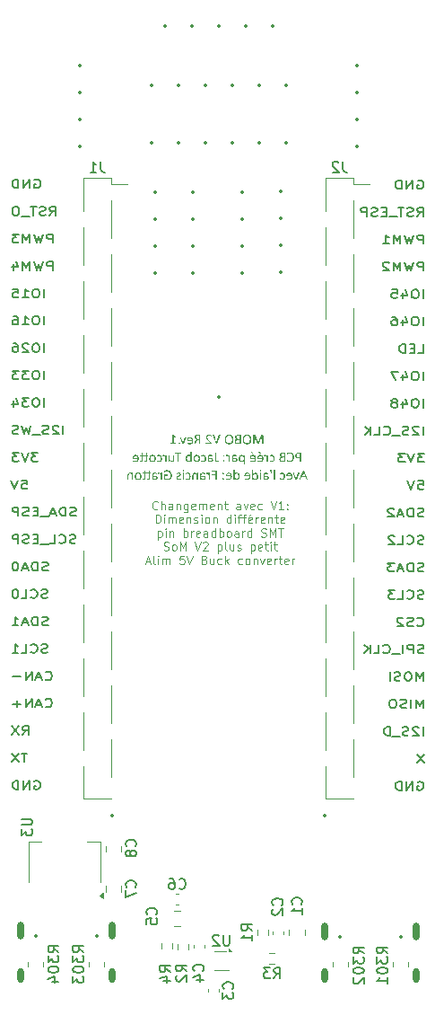
<source format=gbo>
%TF.GenerationSoftware,KiCad,Pcbnew,8.0.1-rc1*%
%TF.CreationDate,2024-09-19T09:16:00-04:00*%
%TF.ProjectId,MOBO_V2,4d4f424f-5f56-4322-9e6b-696361645f70,rev?*%
%TF.SameCoordinates,Original*%
%TF.FileFunction,Legend,Bot*%
%TF.FilePolarity,Positive*%
%FSLAX46Y46*%
G04 Gerber Fmt 4.6, Leading zero omitted, Abs format (unit mm)*
G04 Created by KiCad (PCBNEW 8.0.1-rc1) date 2024-09-19 09:16:00*
%MOMM*%
%LPD*%
G01*
G04 APERTURE LIST*
%ADD10C,0.100000*%
%ADD11C,0.150000*%
%ADD12C,0.250000*%
%ADD13C,0.120000*%
%ADD14C,0.350000*%
%ADD15O,0.600000X1.700000*%
%ADD16O,0.600000X1.400000*%
G04 APERTURE END LIST*
D10*
X91364285Y-90108884D02*
X91326189Y-90146980D01*
X91326189Y-90146980D02*
X91211904Y-90185075D01*
X91211904Y-90185075D02*
X91135713Y-90185075D01*
X91135713Y-90185075D02*
X91021427Y-90146980D01*
X91021427Y-90146980D02*
X90945237Y-90070789D01*
X90945237Y-90070789D02*
X90907142Y-89994599D01*
X90907142Y-89994599D02*
X90869046Y-89842218D01*
X90869046Y-89842218D02*
X90869046Y-89727932D01*
X90869046Y-89727932D02*
X90907142Y-89575551D01*
X90907142Y-89575551D02*
X90945237Y-89499360D01*
X90945237Y-89499360D02*
X91021427Y-89423170D01*
X91021427Y-89423170D02*
X91135713Y-89385075D01*
X91135713Y-89385075D02*
X91211904Y-89385075D01*
X91211904Y-89385075D02*
X91326189Y-89423170D01*
X91326189Y-89423170D02*
X91364285Y-89461265D01*
X91707142Y-90185075D02*
X91707142Y-89385075D01*
X92049999Y-90185075D02*
X92049999Y-89766027D01*
X92049999Y-89766027D02*
X92011904Y-89689837D01*
X92011904Y-89689837D02*
X91935713Y-89651741D01*
X91935713Y-89651741D02*
X91821427Y-89651741D01*
X91821427Y-89651741D02*
X91745237Y-89689837D01*
X91745237Y-89689837D02*
X91707142Y-89727932D01*
X92773809Y-90185075D02*
X92773809Y-89766027D01*
X92773809Y-89766027D02*
X92735714Y-89689837D01*
X92735714Y-89689837D02*
X92659523Y-89651741D01*
X92659523Y-89651741D02*
X92507142Y-89651741D01*
X92507142Y-89651741D02*
X92430952Y-89689837D01*
X92773809Y-90146980D02*
X92697618Y-90185075D01*
X92697618Y-90185075D02*
X92507142Y-90185075D01*
X92507142Y-90185075D02*
X92430952Y-90146980D01*
X92430952Y-90146980D02*
X92392856Y-90070789D01*
X92392856Y-90070789D02*
X92392856Y-89994599D01*
X92392856Y-89994599D02*
X92430952Y-89918408D01*
X92430952Y-89918408D02*
X92507142Y-89880313D01*
X92507142Y-89880313D02*
X92697618Y-89880313D01*
X92697618Y-89880313D02*
X92773809Y-89842218D01*
X93154762Y-89651741D02*
X93154762Y-90185075D01*
X93154762Y-89727932D02*
X93192857Y-89689837D01*
X93192857Y-89689837D02*
X93269047Y-89651741D01*
X93269047Y-89651741D02*
X93383333Y-89651741D01*
X93383333Y-89651741D02*
X93459524Y-89689837D01*
X93459524Y-89689837D02*
X93497619Y-89766027D01*
X93497619Y-89766027D02*
X93497619Y-90185075D01*
X94221429Y-89651741D02*
X94221429Y-90299360D01*
X94221429Y-90299360D02*
X94183334Y-90375551D01*
X94183334Y-90375551D02*
X94145238Y-90413646D01*
X94145238Y-90413646D02*
X94069048Y-90451741D01*
X94069048Y-90451741D02*
X93954762Y-90451741D01*
X93954762Y-90451741D02*
X93878572Y-90413646D01*
X94221429Y-90146980D02*
X94145238Y-90185075D01*
X94145238Y-90185075D02*
X93992857Y-90185075D01*
X93992857Y-90185075D02*
X93916667Y-90146980D01*
X93916667Y-90146980D02*
X93878572Y-90108884D01*
X93878572Y-90108884D02*
X93840476Y-90032694D01*
X93840476Y-90032694D02*
X93840476Y-89804122D01*
X93840476Y-89804122D02*
X93878572Y-89727932D01*
X93878572Y-89727932D02*
X93916667Y-89689837D01*
X93916667Y-89689837D02*
X93992857Y-89651741D01*
X93992857Y-89651741D02*
X94145238Y-89651741D01*
X94145238Y-89651741D02*
X94221429Y-89689837D01*
X94907144Y-90146980D02*
X94830953Y-90185075D01*
X94830953Y-90185075D02*
X94678572Y-90185075D01*
X94678572Y-90185075D02*
X94602382Y-90146980D01*
X94602382Y-90146980D02*
X94564286Y-90070789D01*
X94564286Y-90070789D02*
X94564286Y-89766027D01*
X94564286Y-89766027D02*
X94602382Y-89689837D01*
X94602382Y-89689837D02*
X94678572Y-89651741D01*
X94678572Y-89651741D02*
X94830953Y-89651741D01*
X94830953Y-89651741D02*
X94907144Y-89689837D01*
X94907144Y-89689837D02*
X94945239Y-89766027D01*
X94945239Y-89766027D02*
X94945239Y-89842218D01*
X94945239Y-89842218D02*
X94564286Y-89918408D01*
X95288096Y-90185075D02*
X95288096Y-89651741D01*
X95288096Y-89727932D02*
X95326191Y-89689837D01*
X95326191Y-89689837D02*
X95402381Y-89651741D01*
X95402381Y-89651741D02*
X95516667Y-89651741D01*
X95516667Y-89651741D02*
X95592858Y-89689837D01*
X95592858Y-89689837D02*
X95630953Y-89766027D01*
X95630953Y-89766027D02*
X95630953Y-90185075D01*
X95630953Y-89766027D02*
X95669048Y-89689837D01*
X95669048Y-89689837D02*
X95745239Y-89651741D01*
X95745239Y-89651741D02*
X95859524Y-89651741D01*
X95859524Y-89651741D02*
X95935715Y-89689837D01*
X95935715Y-89689837D02*
X95973810Y-89766027D01*
X95973810Y-89766027D02*
X95973810Y-90185075D01*
X96659525Y-90146980D02*
X96583334Y-90185075D01*
X96583334Y-90185075D02*
X96430953Y-90185075D01*
X96430953Y-90185075D02*
X96354763Y-90146980D01*
X96354763Y-90146980D02*
X96316667Y-90070789D01*
X96316667Y-90070789D02*
X96316667Y-89766027D01*
X96316667Y-89766027D02*
X96354763Y-89689837D01*
X96354763Y-89689837D02*
X96430953Y-89651741D01*
X96430953Y-89651741D02*
X96583334Y-89651741D01*
X96583334Y-89651741D02*
X96659525Y-89689837D01*
X96659525Y-89689837D02*
X96697620Y-89766027D01*
X96697620Y-89766027D02*
X96697620Y-89842218D01*
X96697620Y-89842218D02*
X96316667Y-89918408D01*
X97040477Y-89651741D02*
X97040477Y-90185075D01*
X97040477Y-89727932D02*
X97078572Y-89689837D01*
X97078572Y-89689837D02*
X97154762Y-89651741D01*
X97154762Y-89651741D02*
X97269048Y-89651741D01*
X97269048Y-89651741D02*
X97345239Y-89689837D01*
X97345239Y-89689837D02*
X97383334Y-89766027D01*
X97383334Y-89766027D02*
X97383334Y-90185075D01*
X97650001Y-89651741D02*
X97954763Y-89651741D01*
X97764287Y-89385075D02*
X97764287Y-90070789D01*
X97764287Y-90070789D02*
X97802382Y-90146980D01*
X97802382Y-90146980D02*
X97878572Y-90185075D01*
X97878572Y-90185075D02*
X97954763Y-90185075D01*
X99173811Y-90185075D02*
X99173811Y-89766027D01*
X99173811Y-89766027D02*
X99135716Y-89689837D01*
X99135716Y-89689837D02*
X99059525Y-89651741D01*
X99059525Y-89651741D02*
X98907144Y-89651741D01*
X98907144Y-89651741D02*
X98830954Y-89689837D01*
X99173811Y-90146980D02*
X99097620Y-90185075D01*
X99097620Y-90185075D02*
X98907144Y-90185075D01*
X98907144Y-90185075D02*
X98830954Y-90146980D01*
X98830954Y-90146980D02*
X98792858Y-90070789D01*
X98792858Y-90070789D02*
X98792858Y-89994599D01*
X98792858Y-89994599D02*
X98830954Y-89918408D01*
X98830954Y-89918408D02*
X98907144Y-89880313D01*
X98907144Y-89880313D02*
X99097620Y-89880313D01*
X99097620Y-89880313D02*
X99173811Y-89842218D01*
X99478573Y-89651741D02*
X99669049Y-90185075D01*
X99669049Y-90185075D02*
X99859526Y-89651741D01*
X100469050Y-90146980D02*
X100392859Y-90185075D01*
X100392859Y-90185075D02*
X100240478Y-90185075D01*
X100240478Y-90185075D02*
X100164288Y-90146980D01*
X100164288Y-90146980D02*
X100126192Y-90070789D01*
X100126192Y-90070789D02*
X100126192Y-89766027D01*
X100126192Y-89766027D02*
X100164288Y-89689837D01*
X100164288Y-89689837D02*
X100240478Y-89651741D01*
X100240478Y-89651741D02*
X100392859Y-89651741D01*
X100392859Y-89651741D02*
X100469050Y-89689837D01*
X100469050Y-89689837D02*
X100507145Y-89766027D01*
X100507145Y-89766027D02*
X100507145Y-89842218D01*
X100507145Y-89842218D02*
X100126192Y-89918408D01*
X101192859Y-90146980D02*
X101116668Y-90185075D01*
X101116668Y-90185075D02*
X100964287Y-90185075D01*
X100964287Y-90185075D02*
X100888097Y-90146980D01*
X100888097Y-90146980D02*
X100850002Y-90108884D01*
X100850002Y-90108884D02*
X100811906Y-90032694D01*
X100811906Y-90032694D02*
X100811906Y-89804122D01*
X100811906Y-89804122D02*
X100850002Y-89727932D01*
X100850002Y-89727932D02*
X100888097Y-89689837D01*
X100888097Y-89689837D02*
X100964287Y-89651741D01*
X100964287Y-89651741D02*
X101116668Y-89651741D01*
X101116668Y-89651741D02*
X101192859Y-89689837D01*
X102030954Y-89385075D02*
X102297621Y-90185075D01*
X102297621Y-90185075D02*
X102564287Y-89385075D01*
X103250001Y-90185075D02*
X102792858Y-90185075D01*
X103021430Y-90185075D02*
X103021430Y-89385075D01*
X103021430Y-89385075D02*
X102945239Y-89499360D01*
X102945239Y-89499360D02*
X102869049Y-89575551D01*
X102869049Y-89575551D02*
X102792858Y-89613646D01*
X103592859Y-90108884D02*
X103630954Y-90146980D01*
X103630954Y-90146980D02*
X103592859Y-90185075D01*
X103592859Y-90185075D02*
X103554763Y-90146980D01*
X103554763Y-90146980D02*
X103592859Y-90108884D01*
X103592859Y-90108884D02*
X103592859Y-90185075D01*
X103592859Y-89689837D02*
X103630954Y-89727932D01*
X103630954Y-89727932D02*
X103592859Y-89766027D01*
X103592859Y-89766027D02*
X103554763Y-89727932D01*
X103554763Y-89727932D02*
X103592859Y-89689837D01*
X103592859Y-89689837D02*
X103592859Y-89766027D01*
X91192857Y-91473030D02*
X91192857Y-90673030D01*
X91192857Y-90673030D02*
X91383333Y-90673030D01*
X91383333Y-90673030D02*
X91497619Y-90711125D01*
X91497619Y-90711125D02*
X91573809Y-90787315D01*
X91573809Y-90787315D02*
X91611904Y-90863506D01*
X91611904Y-90863506D02*
X91650000Y-91015887D01*
X91650000Y-91015887D02*
X91650000Y-91130173D01*
X91650000Y-91130173D02*
X91611904Y-91282554D01*
X91611904Y-91282554D02*
X91573809Y-91358744D01*
X91573809Y-91358744D02*
X91497619Y-91434935D01*
X91497619Y-91434935D02*
X91383333Y-91473030D01*
X91383333Y-91473030D02*
X91192857Y-91473030D01*
X91992857Y-91473030D02*
X91992857Y-90939696D01*
X91992857Y-90673030D02*
X91954761Y-90711125D01*
X91954761Y-90711125D02*
X91992857Y-90749220D01*
X91992857Y-90749220D02*
X92030952Y-90711125D01*
X92030952Y-90711125D02*
X91992857Y-90673030D01*
X91992857Y-90673030D02*
X91992857Y-90749220D01*
X92373809Y-91473030D02*
X92373809Y-90939696D01*
X92373809Y-91015887D02*
X92411904Y-90977792D01*
X92411904Y-90977792D02*
X92488094Y-90939696D01*
X92488094Y-90939696D02*
X92602380Y-90939696D01*
X92602380Y-90939696D02*
X92678571Y-90977792D01*
X92678571Y-90977792D02*
X92716666Y-91053982D01*
X92716666Y-91053982D02*
X92716666Y-91473030D01*
X92716666Y-91053982D02*
X92754761Y-90977792D01*
X92754761Y-90977792D02*
X92830952Y-90939696D01*
X92830952Y-90939696D02*
X92945237Y-90939696D01*
X92945237Y-90939696D02*
X93021428Y-90977792D01*
X93021428Y-90977792D02*
X93059523Y-91053982D01*
X93059523Y-91053982D02*
X93059523Y-91473030D01*
X93745238Y-91434935D02*
X93669047Y-91473030D01*
X93669047Y-91473030D02*
X93516666Y-91473030D01*
X93516666Y-91473030D02*
X93440476Y-91434935D01*
X93440476Y-91434935D02*
X93402380Y-91358744D01*
X93402380Y-91358744D02*
X93402380Y-91053982D01*
X93402380Y-91053982D02*
X93440476Y-90977792D01*
X93440476Y-90977792D02*
X93516666Y-90939696D01*
X93516666Y-90939696D02*
X93669047Y-90939696D01*
X93669047Y-90939696D02*
X93745238Y-90977792D01*
X93745238Y-90977792D02*
X93783333Y-91053982D01*
X93783333Y-91053982D02*
X93783333Y-91130173D01*
X93783333Y-91130173D02*
X93402380Y-91206363D01*
X94126190Y-90939696D02*
X94126190Y-91473030D01*
X94126190Y-91015887D02*
X94164285Y-90977792D01*
X94164285Y-90977792D02*
X94240475Y-90939696D01*
X94240475Y-90939696D02*
X94354761Y-90939696D01*
X94354761Y-90939696D02*
X94430952Y-90977792D01*
X94430952Y-90977792D02*
X94469047Y-91053982D01*
X94469047Y-91053982D02*
X94469047Y-91473030D01*
X94811904Y-91434935D02*
X94888095Y-91473030D01*
X94888095Y-91473030D02*
X95040476Y-91473030D01*
X95040476Y-91473030D02*
X95116666Y-91434935D01*
X95116666Y-91434935D02*
X95154762Y-91358744D01*
X95154762Y-91358744D02*
X95154762Y-91320649D01*
X95154762Y-91320649D02*
X95116666Y-91244458D01*
X95116666Y-91244458D02*
X95040476Y-91206363D01*
X95040476Y-91206363D02*
X94926190Y-91206363D01*
X94926190Y-91206363D02*
X94850000Y-91168268D01*
X94850000Y-91168268D02*
X94811904Y-91092077D01*
X94811904Y-91092077D02*
X94811904Y-91053982D01*
X94811904Y-91053982D02*
X94850000Y-90977792D01*
X94850000Y-90977792D02*
X94926190Y-90939696D01*
X94926190Y-90939696D02*
X95040476Y-90939696D01*
X95040476Y-90939696D02*
X95116666Y-90977792D01*
X95497619Y-91473030D02*
X95497619Y-90939696D01*
X95497619Y-90673030D02*
X95459523Y-90711125D01*
X95459523Y-90711125D02*
X95497619Y-90749220D01*
X95497619Y-90749220D02*
X95535714Y-90711125D01*
X95535714Y-90711125D02*
X95497619Y-90673030D01*
X95497619Y-90673030D02*
X95497619Y-90749220D01*
X95992856Y-91473030D02*
X95916666Y-91434935D01*
X95916666Y-91434935D02*
X95878571Y-91396839D01*
X95878571Y-91396839D02*
X95840475Y-91320649D01*
X95840475Y-91320649D02*
X95840475Y-91092077D01*
X95840475Y-91092077D02*
X95878571Y-91015887D01*
X95878571Y-91015887D02*
X95916666Y-90977792D01*
X95916666Y-90977792D02*
X95992856Y-90939696D01*
X95992856Y-90939696D02*
X96107142Y-90939696D01*
X96107142Y-90939696D02*
X96183333Y-90977792D01*
X96183333Y-90977792D02*
X96221428Y-91015887D01*
X96221428Y-91015887D02*
X96259523Y-91092077D01*
X96259523Y-91092077D02*
X96259523Y-91320649D01*
X96259523Y-91320649D02*
X96221428Y-91396839D01*
X96221428Y-91396839D02*
X96183333Y-91434935D01*
X96183333Y-91434935D02*
X96107142Y-91473030D01*
X96107142Y-91473030D02*
X95992856Y-91473030D01*
X96602381Y-90939696D02*
X96602381Y-91473030D01*
X96602381Y-91015887D02*
X96640476Y-90977792D01*
X96640476Y-90977792D02*
X96716666Y-90939696D01*
X96716666Y-90939696D02*
X96830952Y-90939696D01*
X96830952Y-90939696D02*
X96907143Y-90977792D01*
X96907143Y-90977792D02*
X96945238Y-91053982D01*
X96945238Y-91053982D02*
X96945238Y-91473030D01*
X98278572Y-91473030D02*
X98278572Y-90673030D01*
X98278572Y-91434935D02*
X98202381Y-91473030D01*
X98202381Y-91473030D02*
X98050000Y-91473030D01*
X98050000Y-91473030D02*
X97973810Y-91434935D01*
X97973810Y-91434935D02*
X97935715Y-91396839D01*
X97935715Y-91396839D02*
X97897619Y-91320649D01*
X97897619Y-91320649D02*
X97897619Y-91092077D01*
X97897619Y-91092077D02*
X97935715Y-91015887D01*
X97935715Y-91015887D02*
X97973810Y-90977792D01*
X97973810Y-90977792D02*
X98050000Y-90939696D01*
X98050000Y-90939696D02*
X98202381Y-90939696D01*
X98202381Y-90939696D02*
X98278572Y-90977792D01*
X98659525Y-91473030D02*
X98659525Y-90939696D01*
X98659525Y-90673030D02*
X98621429Y-90711125D01*
X98621429Y-90711125D02*
X98659525Y-90749220D01*
X98659525Y-90749220D02*
X98697620Y-90711125D01*
X98697620Y-90711125D02*
X98659525Y-90673030D01*
X98659525Y-90673030D02*
X98659525Y-90749220D01*
X98926191Y-90939696D02*
X99230953Y-90939696D01*
X99040477Y-91473030D02*
X99040477Y-90787315D01*
X99040477Y-90787315D02*
X99078572Y-90711125D01*
X99078572Y-90711125D02*
X99154762Y-90673030D01*
X99154762Y-90673030D02*
X99230953Y-90673030D01*
X99383334Y-90939696D02*
X99688096Y-90939696D01*
X99497620Y-91473030D02*
X99497620Y-90787315D01*
X99497620Y-90787315D02*
X99535715Y-90711125D01*
X99535715Y-90711125D02*
X99611905Y-90673030D01*
X99611905Y-90673030D02*
X99688096Y-90673030D01*
X100259525Y-91434935D02*
X100183334Y-91473030D01*
X100183334Y-91473030D02*
X100030953Y-91473030D01*
X100030953Y-91473030D02*
X99954763Y-91434935D01*
X99954763Y-91434935D02*
X99916667Y-91358744D01*
X99916667Y-91358744D02*
X99916667Y-91053982D01*
X99916667Y-91053982D02*
X99954763Y-90977792D01*
X99954763Y-90977792D02*
X100030953Y-90939696D01*
X100030953Y-90939696D02*
X100183334Y-90939696D01*
X100183334Y-90939696D02*
X100259525Y-90977792D01*
X100259525Y-90977792D02*
X100297620Y-91053982D01*
X100297620Y-91053982D02*
X100297620Y-91130173D01*
X100297620Y-91130173D02*
X99916667Y-91206363D01*
X100183334Y-90634935D02*
X100069048Y-90749220D01*
X100640477Y-91473030D02*
X100640477Y-90939696D01*
X100640477Y-91092077D02*
X100678572Y-91015887D01*
X100678572Y-91015887D02*
X100716667Y-90977792D01*
X100716667Y-90977792D02*
X100792858Y-90939696D01*
X100792858Y-90939696D02*
X100869048Y-90939696D01*
X101440477Y-91434935D02*
X101364286Y-91473030D01*
X101364286Y-91473030D02*
X101211905Y-91473030D01*
X101211905Y-91473030D02*
X101135715Y-91434935D01*
X101135715Y-91434935D02*
X101097619Y-91358744D01*
X101097619Y-91358744D02*
X101097619Y-91053982D01*
X101097619Y-91053982D02*
X101135715Y-90977792D01*
X101135715Y-90977792D02*
X101211905Y-90939696D01*
X101211905Y-90939696D02*
X101364286Y-90939696D01*
X101364286Y-90939696D02*
X101440477Y-90977792D01*
X101440477Y-90977792D02*
X101478572Y-91053982D01*
X101478572Y-91053982D02*
X101478572Y-91130173D01*
X101478572Y-91130173D02*
X101097619Y-91206363D01*
X101821429Y-90939696D02*
X101821429Y-91473030D01*
X101821429Y-91015887D02*
X101859524Y-90977792D01*
X101859524Y-90977792D02*
X101935714Y-90939696D01*
X101935714Y-90939696D02*
X102050000Y-90939696D01*
X102050000Y-90939696D02*
X102126191Y-90977792D01*
X102126191Y-90977792D02*
X102164286Y-91053982D01*
X102164286Y-91053982D02*
X102164286Y-91473030D01*
X102430953Y-90939696D02*
X102735715Y-90939696D01*
X102545239Y-90673030D02*
X102545239Y-91358744D01*
X102545239Y-91358744D02*
X102583334Y-91434935D01*
X102583334Y-91434935D02*
X102659524Y-91473030D01*
X102659524Y-91473030D02*
X102735715Y-91473030D01*
X103307144Y-91434935D02*
X103230953Y-91473030D01*
X103230953Y-91473030D02*
X103078572Y-91473030D01*
X103078572Y-91473030D02*
X103002382Y-91434935D01*
X103002382Y-91434935D02*
X102964286Y-91358744D01*
X102964286Y-91358744D02*
X102964286Y-91053982D01*
X102964286Y-91053982D02*
X103002382Y-90977792D01*
X103002382Y-90977792D02*
X103078572Y-90939696D01*
X103078572Y-90939696D02*
X103230953Y-90939696D01*
X103230953Y-90939696D02*
X103307144Y-90977792D01*
X103307144Y-90977792D02*
X103345239Y-91053982D01*
X103345239Y-91053982D02*
X103345239Y-91130173D01*
X103345239Y-91130173D02*
X102964286Y-91206363D01*
X91402379Y-92227651D02*
X91402379Y-93027651D01*
X91402379Y-92265747D02*
X91478569Y-92227651D01*
X91478569Y-92227651D02*
X91630950Y-92227651D01*
X91630950Y-92227651D02*
X91707141Y-92265747D01*
X91707141Y-92265747D02*
X91745236Y-92303842D01*
X91745236Y-92303842D02*
X91783331Y-92380032D01*
X91783331Y-92380032D02*
X91783331Y-92608604D01*
X91783331Y-92608604D02*
X91745236Y-92684794D01*
X91745236Y-92684794D02*
X91707141Y-92722890D01*
X91707141Y-92722890D02*
X91630950Y-92760985D01*
X91630950Y-92760985D02*
X91478569Y-92760985D01*
X91478569Y-92760985D02*
X91402379Y-92722890D01*
X92126189Y-92760985D02*
X92126189Y-92227651D01*
X92126189Y-91960985D02*
X92088093Y-91999080D01*
X92088093Y-91999080D02*
X92126189Y-92037175D01*
X92126189Y-92037175D02*
X92164284Y-91999080D01*
X92164284Y-91999080D02*
X92126189Y-91960985D01*
X92126189Y-91960985D02*
X92126189Y-92037175D01*
X92507141Y-92227651D02*
X92507141Y-92760985D01*
X92507141Y-92303842D02*
X92545236Y-92265747D01*
X92545236Y-92265747D02*
X92621426Y-92227651D01*
X92621426Y-92227651D02*
X92735712Y-92227651D01*
X92735712Y-92227651D02*
X92811903Y-92265747D01*
X92811903Y-92265747D02*
X92849998Y-92341937D01*
X92849998Y-92341937D02*
X92849998Y-92760985D01*
X93840475Y-92760985D02*
X93840475Y-91960985D01*
X93840475Y-92265747D02*
X93916665Y-92227651D01*
X93916665Y-92227651D02*
X94069046Y-92227651D01*
X94069046Y-92227651D02*
X94145237Y-92265747D01*
X94145237Y-92265747D02*
X94183332Y-92303842D01*
X94183332Y-92303842D02*
X94221427Y-92380032D01*
X94221427Y-92380032D02*
X94221427Y-92608604D01*
X94221427Y-92608604D02*
X94183332Y-92684794D01*
X94183332Y-92684794D02*
X94145237Y-92722890D01*
X94145237Y-92722890D02*
X94069046Y-92760985D01*
X94069046Y-92760985D02*
X93916665Y-92760985D01*
X93916665Y-92760985D02*
X93840475Y-92722890D01*
X94564285Y-92760985D02*
X94564285Y-92227651D01*
X94564285Y-92380032D02*
X94602380Y-92303842D01*
X94602380Y-92303842D02*
X94640475Y-92265747D01*
X94640475Y-92265747D02*
X94716666Y-92227651D01*
X94716666Y-92227651D02*
X94792856Y-92227651D01*
X95364285Y-92722890D02*
X95288094Y-92760985D01*
X95288094Y-92760985D02*
X95135713Y-92760985D01*
X95135713Y-92760985D02*
X95059523Y-92722890D01*
X95059523Y-92722890D02*
X95021427Y-92646699D01*
X95021427Y-92646699D02*
X95021427Y-92341937D01*
X95021427Y-92341937D02*
X95059523Y-92265747D01*
X95059523Y-92265747D02*
X95135713Y-92227651D01*
X95135713Y-92227651D02*
X95288094Y-92227651D01*
X95288094Y-92227651D02*
X95364285Y-92265747D01*
X95364285Y-92265747D02*
X95402380Y-92341937D01*
X95402380Y-92341937D02*
X95402380Y-92418128D01*
X95402380Y-92418128D02*
X95021427Y-92494318D01*
X96088094Y-92760985D02*
X96088094Y-92341937D01*
X96088094Y-92341937D02*
X96049999Y-92265747D01*
X96049999Y-92265747D02*
X95973808Y-92227651D01*
X95973808Y-92227651D02*
X95821427Y-92227651D01*
X95821427Y-92227651D02*
X95745237Y-92265747D01*
X96088094Y-92722890D02*
X96011903Y-92760985D01*
X96011903Y-92760985D02*
X95821427Y-92760985D01*
X95821427Y-92760985D02*
X95745237Y-92722890D01*
X95745237Y-92722890D02*
X95707141Y-92646699D01*
X95707141Y-92646699D02*
X95707141Y-92570509D01*
X95707141Y-92570509D02*
X95745237Y-92494318D01*
X95745237Y-92494318D02*
X95821427Y-92456223D01*
X95821427Y-92456223D02*
X96011903Y-92456223D01*
X96011903Y-92456223D02*
X96088094Y-92418128D01*
X96811904Y-92760985D02*
X96811904Y-91960985D01*
X96811904Y-92722890D02*
X96735713Y-92760985D01*
X96735713Y-92760985D02*
X96583332Y-92760985D01*
X96583332Y-92760985D02*
X96507142Y-92722890D01*
X96507142Y-92722890D02*
X96469047Y-92684794D01*
X96469047Y-92684794D02*
X96430951Y-92608604D01*
X96430951Y-92608604D02*
X96430951Y-92380032D01*
X96430951Y-92380032D02*
X96469047Y-92303842D01*
X96469047Y-92303842D02*
X96507142Y-92265747D01*
X96507142Y-92265747D02*
X96583332Y-92227651D01*
X96583332Y-92227651D02*
X96735713Y-92227651D01*
X96735713Y-92227651D02*
X96811904Y-92265747D01*
X97192857Y-92760985D02*
X97192857Y-91960985D01*
X97192857Y-92265747D02*
X97269047Y-92227651D01*
X97269047Y-92227651D02*
X97421428Y-92227651D01*
X97421428Y-92227651D02*
X97497619Y-92265747D01*
X97497619Y-92265747D02*
X97535714Y-92303842D01*
X97535714Y-92303842D02*
X97573809Y-92380032D01*
X97573809Y-92380032D02*
X97573809Y-92608604D01*
X97573809Y-92608604D02*
X97535714Y-92684794D01*
X97535714Y-92684794D02*
X97497619Y-92722890D01*
X97497619Y-92722890D02*
X97421428Y-92760985D01*
X97421428Y-92760985D02*
X97269047Y-92760985D01*
X97269047Y-92760985D02*
X97192857Y-92722890D01*
X98030952Y-92760985D02*
X97954762Y-92722890D01*
X97954762Y-92722890D02*
X97916667Y-92684794D01*
X97916667Y-92684794D02*
X97878571Y-92608604D01*
X97878571Y-92608604D02*
X97878571Y-92380032D01*
X97878571Y-92380032D02*
X97916667Y-92303842D01*
X97916667Y-92303842D02*
X97954762Y-92265747D01*
X97954762Y-92265747D02*
X98030952Y-92227651D01*
X98030952Y-92227651D02*
X98145238Y-92227651D01*
X98145238Y-92227651D02*
X98221429Y-92265747D01*
X98221429Y-92265747D02*
X98259524Y-92303842D01*
X98259524Y-92303842D02*
X98297619Y-92380032D01*
X98297619Y-92380032D02*
X98297619Y-92608604D01*
X98297619Y-92608604D02*
X98259524Y-92684794D01*
X98259524Y-92684794D02*
X98221429Y-92722890D01*
X98221429Y-92722890D02*
X98145238Y-92760985D01*
X98145238Y-92760985D02*
X98030952Y-92760985D01*
X98983334Y-92760985D02*
X98983334Y-92341937D01*
X98983334Y-92341937D02*
X98945239Y-92265747D01*
X98945239Y-92265747D02*
X98869048Y-92227651D01*
X98869048Y-92227651D02*
X98716667Y-92227651D01*
X98716667Y-92227651D02*
X98640477Y-92265747D01*
X98983334Y-92722890D02*
X98907143Y-92760985D01*
X98907143Y-92760985D02*
X98716667Y-92760985D01*
X98716667Y-92760985D02*
X98640477Y-92722890D01*
X98640477Y-92722890D02*
X98602381Y-92646699D01*
X98602381Y-92646699D02*
X98602381Y-92570509D01*
X98602381Y-92570509D02*
X98640477Y-92494318D01*
X98640477Y-92494318D02*
X98716667Y-92456223D01*
X98716667Y-92456223D02*
X98907143Y-92456223D01*
X98907143Y-92456223D02*
X98983334Y-92418128D01*
X99364287Y-92760985D02*
X99364287Y-92227651D01*
X99364287Y-92380032D02*
X99402382Y-92303842D01*
X99402382Y-92303842D02*
X99440477Y-92265747D01*
X99440477Y-92265747D02*
X99516668Y-92227651D01*
X99516668Y-92227651D02*
X99592858Y-92227651D01*
X100202382Y-92760985D02*
X100202382Y-91960985D01*
X100202382Y-92722890D02*
X100126191Y-92760985D01*
X100126191Y-92760985D02*
X99973810Y-92760985D01*
X99973810Y-92760985D02*
X99897620Y-92722890D01*
X99897620Y-92722890D02*
X99859525Y-92684794D01*
X99859525Y-92684794D02*
X99821429Y-92608604D01*
X99821429Y-92608604D02*
X99821429Y-92380032D01*
X99821429Y-92380032D02*
X99859525Y-92303842D01*
X99859525Y-92303842D02*
X99897620Y-92265747D01*
X99897620Y-92265747D02*
X99973810Y-92227651D01*
X99973810Y-92227651D02*
X100126191Y-92227651D01*
X100126191Y-92227651D02*
X100202382Y-92265747D01*
X101154763Y-92722890D02*
X101269049Y-92760985D01*
X101269049Y-92760985D02*
X101459525Y-92760985D01*
X101459525Y-92760985D02*
X101535716Y-92722890D01*
X101535716Y-92722890D02*
X101573811Y-92684794D01*
X101573811Y-92684794D02*
X101611906Y-92608604D01*
X101611906Y-92608604D02*
X101611906Y-92532413D01*
X101611906Y-92532413D02*
X101573811Y-92456223D01*
X101573811Y-92456223D02*
X101535716Y-92418128D01*
X101535716Y-92418128D02*
X101459525Y-92380032D01*
X101459525Y-92380032D02*
X101307144Y-92341937D01*
X101307144Y-92341937D02*
X101230954Y-92303842D01*
X101230954Y-92303842D02*
X101192859Y-92265747D01*
X101192859Y-92265747D02*
X101154763Y-92189556D01*
X101154763Y-92189556D02*
X101154763Y-92113366D01*
X101154763Y-92113366D02*
X101192859Y-92037175D01*
X101192859Y-92037175D02*
X101230954Y-91999080D01*
X101230954Y-91999080D02*
X101307144Y-91960985D01*
X101307144Y-91960985D02*
X101497621Y-91960985D01*
X101497621Y-91960985D02*
X101611906Y-91999080D01*
X101954764Y-92760985D02*
X101954764Y-91960985D01*
X101954764Y-91960985D02*
X102221430Y-92532413D01*
X102221430Y-92532413D02*
X102488097Y-91960985D01*
X102488097Y-91960985D02*
X102488097Y-92760985D01*
X102754764Y-91960985D02*
X103211907Y-91960985D01*
X102983335Y-92760985D02*
X102983335Y-91960985D01*
X91954760Y-94010845D02*
X92069046Y-94048940D01*
X92069046Y-94048940D02*
X92259522Y-94048940D01*
X92259522Y-94048940D02*
X92335713Y-94010845D01*
X92335713Y-94010845D02*
X92373808Y-93972749D01*
X92373808Y-93972749D02*
X92411903Y-93896559D01*
X92411903Y-93896559D02*
X92411903Y-93820368D01*
X92411903Y-93820368D02*
X92373808Y-93744178D01*
X92373808Y-93744178D02*
X92335713Y-93706083D01*
X92335713Y-93706083D02*
X92259522Y-93667987D01*
X92259522Y-93667987D02*
X92107141Y-93629892D01*
X92107141Y-93629892D02*
X92030951Y-93591797D01*
X92030951Y-93591797D02*
X91992856Y-93553702D01*
X91992856Y-93553702D02*
X91954760Y-93477511D01*
X91954760Y-93477511D02*
X91954760Y-93401321D01*
X91954760Y-93401321D02*
X91992856Y-93325130D01*
X91992856Y-93325130D02*
X92030951Y-93287035D01*
X92030951Y-93287035D02*
X92107141Y-93248940D01*
X92107141Y-93248940D02*
X92297618Y-93248940D01*
X92297618Y-93248940D02*
X92411903Y-93287035D01*
X92869046Y-94048940D02*
X92792856Y-94010845D01*
X92792856Y-94010845D02*
X92754761Y-93972749D01*
X92754761Y-93972749D02*
X92716665Y-93896559D01*
X92716665Y-93896559D02*
X92716665Y-93667987D01*
X92716665Y-93667987D02*
X92754761Y-93591797D01*
X92754761Y-93591797D02*
X92792856Y-93553702D01*
X92792856Y-93553702D02*
X92869046Y-93515606D01*
X92869046Y-93515606D02*
X92983332Y-93515606D01*
X92983332Y-93515606D02*
X93059523Y-93553702D01*
X93059523Y-93553702D02*
X93097618Y-93591797D01*
X93097618Y-93591797D02*
X93135713Y-93667987D01*
X93135713Y-93667987D02*
X93135713Y-93896559D01*
X93135713Y-93896559D02*
X93097618Y-93972749D01*
X93097618Y-93972749D02*
X93059523Y-94010845D01*
X93059523Y-94010845D02*
X92983332Y-94048940D01*
X92983332Y-94048940D02*
X92869046Y-94048940D01*
X93478571Y-94048940D02*
X93478571Y-93248940D01*
X93478571Y-93248940D02*
X93745237Y-93820368D01*
X93745237Y-93820368D02*
X94011904Y-93248940D01*
X94011904Y-93248940D02*
X94011904Y-94048940D01*
X94888095Y-93248940D02*
X95154762Y-94048940D01*
X95154762Y-94048940D02*
X95421428Y-93248940D01*
X95649999Y-93325130D02*
X95688095Y-93287035D01*
X95688095Y-93287035D02*
X95764285Y-93248940D01*
X95764285Y-93248940D02*
X95954761Y-93248940D01*
X95954761Y-93248940D02*
X96030952Y-93287035D01*
X96030952Y-93287035D02*
X96069047Y-93325130D01*
X96069047Y-93325130D02*
X96107142Y-93401321D01*
X96107142Y-93401321D02*
X96107142Y-93477511D01*
X96107142Y-93477511D02*
X96069047Y-93591797D01*
X96069047Y-93591797D02*
X95611904Y-94048940D01*
X95611904Y-94048940D02*
X96107142Y-94048940D01*
X97059524Y-93515606D02*
X97059524Y-94315606D01*
X97059524Y-93553702D02*
X97135714Y-93515606D01*
X97135714Y-93515606D02*
X97288095Y-93515606D01*
X97288095Y-93515606D02*
X97364286Y-93553702D01*
X97364286Y-93553702D02*
X97402381Y-93591797D01*
X97402381Y-93591797D02*
X97440476Y-93667987D01*
X97440476Y-93667987D02*
X97440476Y-93896559D01*
X97440476Y-93896559D02*
X97402381Y-93972749D01*
X97402381Y-93972749D02*
X97364286Y-94010845D01*
X97364286Y-94010845D02*
X97288095Y-94048940D01*
X97288095Y-94048940D02*
X97135714Y-94048940D01*
X97135714Y-94048940D02*
X97059524Y-94010845D01*
X97897619Y-94048940D02*
X97821429Y-94010845D01*
X97821429Y-94010845D02*
X97783334Y-93934654D01*
X97783334Y-93934654D02*
X97783334Y-93248940D01*
X98545239Y-93515606D02*
X98545239Y-94048940D01*
X98202382Y-93515606D02*
X98202382Y-93934654D01*
X98202382Y-93934654D02*
X98240477Y-94010845D01*
X98240477Y-94010845D02*
X98316667Y-94048940D01*
X98316667Y-94048940D02*
X98430953Y-94048940D01*
X98430953Y-94048940D02*
X98507144Y-94010845D01*
X98507144Y-94010845D02*
X98545239Y-93972749D01*
X98888096Y-94010845D02*
X98964287Y-94048940D01*
X98964287Y-94048940D02*
X99116668Y-94048940D01*
X99116668Y-94048940D02*
X99192858Y-94010845D01*
X99192858Y-94010845D02*
X99230954Y-93934654D01*
X99230954Y-93934654D02*
X99230954Y-93896559D01*
X99230954Y-93896559D02*
X99192858Y-93820368D01*
X99192858Y-93820368D02*
X99116668Y-93782273D01*
X99116668Y-93782273D02*
X99002382Y-93782273D01*
X99002382Y-93782273D02*
X98926192Y-93744178D01*
X98926192Y-93744178D02*
X98888096Y-93667987D01*
X98888096Y-93667987D02*
X98888096Y-93629892D01*
X98888096Y-93629892D02*
X98926192Y-93553702D01*
X98926192Y-93553702D02*
X99002382Y-93515606D01*
X99002382Y-93515606D02*
X99116668Y-93515606D01*
X99116668Y-93515606D02*
X99192858Y-93553702D01*
X100183335Y-93515606D02*
X100183335Y-94315606D01*
X100183335Y-93553702D02*
X100259525Y-93515606D01*
X100259525Y-93515606D02*
X100411906Y-93515606D01*
X100411906Y-93515606D02*
X100488097Y-93553702D01*
X100488097Y-93553702D02*
X100526192Y-93591797D01*
X100526192Y-93591797D02*
X100564287Y-93667987D01*
X100564287Y-93667987D02*
X100564287Y-93896559D01*
X100564287Y-93896559D02*
X100526192Y-93972749D01*
X100526192Y-93972749D02*
X100488097Y-94010845D01*
X100488097Y-94010845D02*
X100411906Y-94048940D01*
X100411906Y-94048940D02*
X100259525Y-94048940D01*
X100259525Y-94048940D02*
X100183335Y-94010845D01*
X101211907Y-94010845D02*
X101135716Y-94048940D01*
X101135716Y-94048940D02*
X100983335Y-94048940D01*
X100983335Y-94048940D02*
X100907145Y-94010845D01*
X100907145Y-94010845D02*
X100869049Y-93934654D01*
X100869049Y-93934654D02*
X100869049Y-93629892D01*
X100869049Y-93629892D02*
X100907145Y-93553702D01*
X100907145Y-93553702D02*
X100983335Y-93515606D01*
X100983335Y-93515606D02*
X101135716Y-93515606D01*
X101135716Y-93515606D02*
X101211907Y-93553702D01*
X101211907Y-93553702D02*
X101250002Y-93629892D01*
X101250002Y-93629892D02*
X101250002Y-93706083D01*
X101250002Y-93706083D02*
X100869049Y-93782273D01*
X101478573Y-93515606D02*
X101783335Y-93515606D01*
X101592859Y-93248940D02*
X101592859Y-93934654D01*
X101592859Y-93934654D02*
X101630954Y-94010845D01*
X101630954Y-94010845D02*
X101707144Y-94048940D01*
X101707144Y-94048940D02*
X101783335Y-94048940D01*
X102050002Y-94048940D02*
X102050002Y-93515606D01*
X102050002Y-93248940D02*
X102011906Y-93287035D01*
X102011906Y-93287035D02*
X102050002Y-93325130D01*
X102050002Y-93325130D02*
X102088097Y-93287035D01*
X102088097Y-93287035D02*
X102050002Y-93248940D01*
X102050002Y-93248940D02*
X102050002Y-93325130D01*
X102316668Y-93515606D02*
X102621430Y-93515606D01*
X102430954Y-93248940D02*
X102430954Y-93934654D01*
X102430954Y-93934654D02*
X102469049Y-94010845D01*
X102469049Y-94010845D02*
X102545239Y-94048940D01*
X102545239Y-94048940D02*
X102621430Y-94048940D01*
X90278570Y-95108323D02*
X90659523Y-95108323D01*
X90202380Y-95336895D02*
X90469047Y-94536895D01*
X90469047Y-94536895D02*
X90735713Y-95336895D01*
X91116665Y-95336895D02*
X91040475Y-95298800D01*
X91040475Y-95298800D02*
X91002380Y-95222609D01*
X91002380Y-95222609D02*
X91002380Y-94536895D01*
X91421428Y-95336895D02*
X91421428Y-94803561D01*
X91421428Y-94536895D02*
X91383332Y-94574990D01*
X91383332Y-94574990D02*
X91421428Y-94613085D01*
X91421428Y-94613085D02*
X91459523Y-94574990D01*
X91459523Y-94574990D02*
X91421428Y-94536895D01*
X91421428Y-94536895D02*
X91421428Y-94613085D01*
X91802380Y-95336895D02*
X91802380Y-94803561D01*
X91802380Y-94879752D02*
X91840475Y-94841657D01*
X91840475Y-94841657D02*
X91916665Y-94803561D01*
X91916665Y-94803561D02*
X92030951Y-94803561D01*
X92030951Y-94803561D02*
X92107142Y-94841657D01*
X92107142Y-94841657D02*
X92145237Y-94917847D01*
X92145237Y-94917847D02*
X92145237Y-95336895D01*
X92145237Y-94917847D02*
X92183332Y-94841657D01*
X92183332Y-94841657D02*
X92259523Y-94803561D01*
X92259523Y-94803561D02*
X92373808Y-94803561D01*
X92373808Y-94803561D02*
X92449999Y-94841657D01*
X92449999Y-94841657D02*
X92488094Y-94917847D01*
X92488094Y-94917847D02*
X92488094Y-95336895D01*
X93859523Y-94536895D02*
X93478571Y-94536895D01*
X93478571Y-94536895D02*
X93440475Y-94917847D01*
X93440475Y-94917847D02*
X93478571Y-94879752D01*
X93478571Y-94879752D02*
X93554761Y-94841657D01*
X93554761Y-94841657D02*
X93745237Y-94841657D01*
X93745237Y-94841657D02*
X93821428Y-94879752D01*
X93821428Y-94879752D02*
X93859523Y-94917847D01*
X93859523Y-94917847D02*
X93897618Y-94994038D01*
X93897618Y-94994038D02*
X93897618Y-95184514D01*
X93897618Y-95184514D02*
X93859523Y-95260704D01*
X93859523Y-95260704D02*
X93821428Y-95298800D01*
X93821428Y-95298800D02*
X93745237Y-95336895D01*
X93745237Y-95336895D02*
X93554761Y-95336895D01*
X93554761Y-95336895D02*
X93478571Y-95298800D01*
X93478571Y-95298800D02*
X93440475Y-95260704D01*
X94126190Y-94536895D02*
X94392857Y-95336895D01*
X94392857Y-95336895D02*
X94659523Y-94536895D01*
X95802380Y-94917847D02*
X95916666Y-94955942D01*
X95916666Y-94955942D02*
X95954761Y-94994038D01*
X95954761Y-94994038D02*
X95992857Y-95070228D01*
X95992857Y-95070228D02*
X95992857Y-95184514D01*
X95992857Y-95184514D02*
X95954761Y-95260704D01*
X95954761Y-95260704D02*
X95916666Y-95298800D01*
X95916666Y-95298800D02*
X95840476Y-95336895D01*
X95840476Y-95336895D02*
X95535714Y-95336895D01*
X95535714Y-95336895D02*
X95535714Y-94536895D01*
X95535714Y-94536895D02*
X95802380Y-94536895D01*
X95802380Y-94536895D02*
X95878571Y-94574990D01*
X95878571Y-94574990D02*
X95916666Y-94613085D01*
X95916666Y-94613085D02*
X95954761Y-94689276D01*
X95954761Y-94689276D02*
X95954761Y-94765466D01*
X95954761Y-94765466D02*
X95916666Y-94841657D01*
X95916666Y-94841657D02*
X95878571Y-94879752D01*
X95878571Y-94879752D02*
X95802380Y-94917847D01*
X95802380Y-94917847D02*
X95535714Y-94917847D01*
X96678571Y-94803561D02*
X96678571Y-95336895D01*
X96335714Y-94803561D02*
X96335714Y-95222609D01*
X96335714Y-95222609D02*
X96373809Y-95298800D01*
X96373809Y-95298800D02*
X96449999Y-95336895D01*
X96449999Y-95336895D02*
X96564285Y-95336895D01*
X96564285Y-95336895D02*
X96640476Y-95298800D01*
X96640476Y-95298800D02*
X96678571Y-95260704D01*
X97402381Y-95298800D02*
X97326190Y-95336895D01*
X97326190Y-95336895D02*
X97173809Y-95336895D01*
X97173809Y-95336895D02*
X97097619Y-95298800D01*
X97097619Y-95298800D02*
X97059524Y-95260704D01*
X97059524Y-95260704D02*
X97021428Y-95184514D01*
X97021428Y-95184514D02*
X97021428Y-94955942D01*
X97021428Y-94955942D02*
X97059524Y-94879752D01*
X97059524Y-94879752D02*
X97097619Y-94841657D01*
X97097619Y-94841657D02*
X97173809Y-94803561D01*
X97173809Y-94803561D02*
X97326190Y-94803561D01*
X97326190Y-94803561D02*
X97402381Y-94841657D01*
X97745238Y-95336895D02*
X97745238Y-94536895D01*
X97821428Y-95032133D02*
X98050000Y-95336895D01*
X98050000Y-94803561D02*
X97745238Y-95108323D01*
X99345238Y-95298800D02*
X99269047Y-95336895D01*
X99269047Y-95336895D02*
X99116666Y-95336895D01*
X99116666Y-95336895D02*
X99040476Y-95298800D01*
X99040476Y-95298800D02*
X99002381Y-95260704D01*
X99002381Y-95260704D02*
X98964285Y-95184514D01*
X98964285Y-95184514D02*
X98964285Y-94955942D01*
X98964285Y-94955942D02*
X99002381Y-94879752D01*
X99002381Y-94879752D02*
X99040476Y-94841657D01*
X99040476Y-94841657D02*
X99116666Y-94803561D01*
X99116666Y-94803561D02*
X99269047Y-94803561D01*
X99269047Y-94803561D02*
X99345238Y-94841657D01*
X99802380Y-95336895D02*
X99726190Y-95298800D01*
X99726190Y-95298800D02*
X99688095Y-95260704D01*
X99688095Y-95260704D02*
X99649999Y-95184514D01*
X99649999Y-95184514D02*
X99649999Y-94955942D01*
X99649999Y-94955942D02*
X99688095Y-94879752D01*
X99688095Y-94879752D02*
X99726190Y-94841657D01*
X99726190Y-94841657D02*
X99802380Y-94803561D01*
X99802380Y-94803561D02*
X99916666Y-94803561D01*
X99916666Y-94803561D02*
X99992857Y-94841657D01*
X99992857Y-94841657D02*
X100030952Y-94879752D01*
X100030952Y-94879752D02*
X100069047Y-94955942D01*
X100069047Y-94955942D02*
X100069047Y-95184514D01*
X100069047Y-95184514D02*
X100030952Y-95260704D01*
X100030952Y-95260704D02*
X99992857Y-95298800D01*
X99992857Y-95298800D02*
X99916666Y-95336895D01*
X99916666Y-95336895D02*
X99802380Y-95336895D01*
X100411905Y-94803561D02*
X100411905Y-95336895D01*
X100411905Y-94879752D02*
X100450000Y-94841657D01*
X100450000Y-94841657D02*
X100526190Y-94803561D01*
X100526190Y-94803561D02*
X100640476Y-94803561D01*
X100640476Y-94803561D02*
X100716667Y-94841657D01*
X100716667Y-94841657D02*
X100754762Y-94917847D01*
X100754762Y-94917847D02*
X100754762Y-95336895D01*
X101059524Y-94803561D02*
X101250000Y-95336895D01*
X101250000Y-95336895D02*
X101440477Y-94803561D01*
X102050001Y-95298800D02*
X101973810Y-95336895D01*
X101973810Y-95336895D02*
X101821429Y-95336895D01*
X101821429Y-95336895D02*
X101745239Y-95298800D01*
X101745239Y-95298800D02*
X101707143Y-95222609D01*
X101707143Y-95222609D02*
X101707143Y-94917847D01*
X101707143Y-94917847D02*
X101745239Y-94841657D01*
X101745239Y-94841657D02*
X101821429Y-94803561D01*
X101821429Y-94803561D02*
X101973810Y-94803561D01*
X101973810Y-94803561D02*
X102050001Y-94841657D01*
X102050001Y-94841657D02*
X102088096Y-94917847D01*
X102088096Y-94917847D02*
X102088096Y-94994038D01*
X102088096Y-94994038D02*
X101707143Y-95070228D01*
X102430953Y-95336895D02*
X102430953Y-94803561D01*
X102430953Y-94955942D02*
X102469048Y-94879752D01*
X102469048Y-94879752D02*
X102507143Y-94841657D01*
X102507143Y-94841657D02*
X102583334Y-94803561D01*
X102583334Y-94803561D02*
X102659524Y-94803561D01*
X102811905Y-94803561D02*
X103116667Y-94803561D01*
X102926191Y-94536895D02*
X102926191Y-95222609D01*
X102926191Y-95222609D02*
X102964286Y-95298800D01*
X102964286Y-95298800D02*
X103040476Y-95336895D01*
X103040476Y-95336895D02*
X103116667Y-95336895D01*
X103688096Y-95298800D02*
X103611905Y-95336895D01*
X103611905Y-95336895D02*
X103459524Y-95336895D01*
X103459524Y-95336895D02*
X103383334Y-95298800D01*
X103383334Y-95298800D02*
X103345238Y-95222609D01*
X103345238Y-95222609D02*
X103345238Y-94917847D01*
X103345238Y-94917847D02*
X103383334Y-94841657D01*
X103383334Y-94841657D02*
X103459524Y-94803561D01*
X103459524Y-94803561D02*
X103611905Y-94803561D01*
X103611905Y-94803561D02*
X103688096Y-94841657D01*
X103688096Y-94841657D02*
X103726191Y-94917847D01*
X103726191Y-94917847D02*
X103726191Y-94994038D01*
X103726191Y-94994038D02*
X103345238Y-95070228D01*
X104069048Y-95336895D02*
X104069048Y-94803561D01*
X104069048Y-94955942D02*
X104107143Y-94879752D01*
X104107143Y-94879752D02*
X104145238Y-94841657D01*
X104145238Y-94841657D02*
X104221429Y-94803561D01*
X104221429Y-94803561D02*
X104297619Y-94803561D01*
D11*
X115909411Y-59202370D02*
X116004649Y-59164275D01*
X116004649Y-59164275D02*
X116147506Y-59164275D01*
X116147506Y-59164275D02*
X116290363Y-59202370D01*
X116290363Y-59202370D02*
X116385601Y-59278560D01*
X116385601Y-59278560D02*
X116433220Y-59354751D01*
X116433220Y-59354751D02*
X116480839Y-59507132D01*
X116480839Y-59507132D02*
X116480839Y-59621418D01*
X116480839Y-59621418D02*
X116433220Y-59773799D01*
X116433220Y-59773799D02*
X116385601Y-59849989D01*
X116385601Y-59849989D02*
X116290363Y-59926180D01*
X116290363Y-59926180D02*
X116147506Y-59964275D01*
X116147506Y-59964275D02*
X116052268Y-59964275D01*
X116052268Y-59964275D02*
X115909411Y-59926180D01*
X115909411Y-59926180D02*
X115861792Y-59888084D01*
X115861792Y-59888084D02*
X115861792Y-59621418D01*
X115861792Y-59621418D02*
X116052268Y-59621418D01*
X115433220Y-59964275D02*
X115433220Y-59164275D01*
X115433220Y-59164275D02*
X114861792Y-59964275D01*
X114861792Y-59964275D02*
X114861792Y-59164275D01*
X114385601Y-59964275D02*
X114385601Y-59164275D01*
X114385601Y-59164275D02*
X114147506Y-59164275D01*
X114147506Y-59164275D02*
X114004649Y-59202370D01*
X114004649Y-59202370D02*
X113909411Y-59278560D01*
X113909411Y-59278560D02*
X113861792Y-59354751D01*
X113861792Y-59354751D02*
X113814173Y-59507132D01*
X113814173Y-59507132D02*
X113814173Y-59621418D01*
X113814173Y-59621418D02*
X113861792Y-59773799D01*
X113861792Y-59773799D02*
X113909411Y-59849989D01*
X113909411Y-59849989D02*
X114004649Y-59926180D01*
X114004649Y-59926180D02*
X114147506Y-59964275D01*
X114147506Y-59964275D02*
X114385601Y-59964275D01*
X115861792Y-62540185D02*
X116195125Y-62159232D01*
X116433220Y-62540185D02*
X116433220Y-61740185D01*
X116433220Y-61740185D02*
X116052268Y-61740185D01*
X116052268Y-61740185D02*
X115957030Y-61778280D01*
X115957030Y-61778280D02*
X115909411Y-61816375D01*
X115909411Y-61816375D02*
X115861792Y-61892566D01*
X115861792Y-61892566D02*
X115861792Y-62006851D01*
X115861792Y-62006851D02*
X115909411Y-62083042D01*
X115909411Y-62083042D02*
X115957030Y-62121137D01*
X115957030Y-62121137D02*
X116052268Y-62159232D01*
X116052268Y-62159232D02*
X116433220Y-62159232D01*
X115480839Y-62502090D02*
X115337982Y-62540185D01*
X115337982Y-62540185D02*
X115099887Y-62540185D01*
X115099887Y-62540185D02*
X115004649Y-62502090D01*
X115004649Y-62502090D02*
X114957030Y-62463994D01*
X114957030Y-62463994D02*
X114909411Y-62387804D01*
X114909411Y-62387804D02*
X114909411Y-62311613D01*
X114909411Y-62311613D02*
X114957030Y-62235423D01*
X114957030Y-62235423D02*
X115004649Y-62197328D01*
X115004649Y-62197328D02*
X115099887Y-62159232D01*
X115099887Y-62159232D02*
X115290363Y-62121137D01*
X115290363Y-62121137D02*
X115385601Y-62083042D01*
X115385601Y-62083042D02*
X115433220Y-62044947D01*
X115433220Y-62044947D02*
X115480839Y-61968756D01*
X115480839Y-61968756D02*
X115480839Y-61892566D01*
X115480839Y-61892566D02*
X115433220Y-61816375D01*
X115433220Y-61816375D02*
X115385601Y-61778280D01*
X115385601Y-61778280D02*
X115290363Y-61740185D01*
X115290363Y-61740185D02*
X115052268Y-61740185D01*
X115052268Y-61740185D02*
X114909411Y-61778280D01*
X114623696Y-61740185D02*
X114052268Y-61740185D01*
X114337982Y-62540185D02*
X114337982Y-61740185D01*
X113957030Y-62616375D02*
X113195125Y-62616375D01*
X112957029Y-62121137D02*
X112623696Y-62121137D01*
X112480839Y-62540185D02*
X112957029Y-62540185D01*
X112957029Y-62540185D02*
X112957029Y-61740185D01*
X112957029Y-61740185D02*
X112480839Y-61740185D01*
X112099886Y-62502090D02*
X111957029Y-62540185D01*
X111957029Y-62540185D02*
X111718934Y-62540185D01*
X111718934Y-62540185D02*
X111623696Y-62502090D01*
X111623696Y-62502090D02*
X111576077Y-62463994D01*
X111576077Y-62463994D02*
X111528458Y-62387804D01*
X111528458Y-62387804D02*
X111528458Y-62311613D01*
X111528458Y-62311613D02*
X111576077Y-62235423D01*
X111576077Y-62235423D02*
X111623696Y-62197328D01*
X111623696Y-62197328D02*
X111718934Y-62159232D01*
X111718934Y-62159232D02*
X111909410Y-62121137D01*
X111909410Y-62121137D02*
X112004648Y-62083042D01*
X112004648Y-62083042D02*
X112052267Y-62044947D01*
X112052267Y-62044947D02*
X112099886Y-61968756D01*
X112099886Y-61968756D02*
X112099886Y-61892566D01*
X112099886Y-61892566D02*
X112052267Y-61816375D01*
X112052267Y-61816375D02*
X112004648Y-61778280D01*
X112004648Y-61778280D02*
X111909410Y-61740185D01*
X111909410Y-61740185D02*
X111671315Y-61740185D01*
X111671315Y-61740185D02*
X111528458Y-61778280D01*
X111099886Y-62540185D02*
X111099886Y-61740185D01*
X111099886Y-61740185D02*
X110718934Y-61740185D01*
X110718934Y-61740185D02*
X110623696Y-61778280D01*
X110623696Y-61778280D02*
X110576077Y-61816375D01*
X110576077Y-61816375D02*
X110528458Y-61892566D01*
X110528458Y-61892566D02*
X110528458Y-62006851D01*
X110528458Y-62006851D02*
X110576077Y-62083042D01*
X110576077Y-62083042D02*
X110623696Y-62121137D01*
X110623696Y-62121137D02*
X110718934Y-62159232D01*
X110718934Y-62159232D02*
X111099886Y-62159232D01*
X116433220Y-65116095D02*
X116433220Y-64316095D01*
X116433220Y-64316095D02*
X116052268Y-64316095D01*
X116052268Y-64316095D02*
X115957030Y-64354190D01*
X115957030Y-64354190D02*
X115909411Y-64392285D01*
X115909411Y-64392285D02*
X115861792Y-64468476D01*
X115861792Y-64468476D02*
X115861792Y-64582761D01*
X115861792Y-64582761D02*
X115909411Y-64658952D01*
X115909411Y-64658952D02*
X115957030Y-64697047D01*
X115957030Y-64697047D02*
X116052268Y-64735142D01*
X116052268Y-64735142D02*
X116433220Y-64735142D01*
X115528458Y-64316095D02*
X115290363Y-65116095D01*
X115290363Y-65116095D02*
X115099887Y-64544666D01*
X115099887Y-64544666D02*
X114909411Y-65116095D01*
X114909411Y-65116095D02*
X114671316Y-64316095D01*
X114290363Y-65116095D02*
X114290363Y-64316095D01*
X114290363Y-64316095D02*
X113957030Y-64887523D01*
X113957030Y-64887523D02*
X113623697Y-64316095D01*
X113623697Y-64316095D02*
X113623697Y-65116095D01*
X112623697Y-65116095D02*
X113195125Y-65116095D01*
X112909411Y-65116095D02*
X112909411Y-64316095D01*
X112909411Y-64316095D02*
X113004649Y-64430380D01*
X113004649Y-64430380D02*
X113099887Y-64506571D01*
X113099887Y-64506571D02*
X113195125Y-64544666D01*
X116433220Y-67692005D02*
X116433220Y-66892005D01*
X116433220Y-66892005D02*
X116052268Y-66892005D01*
X116052268Y-66892005D02*
X115957030Y-66930100D01*
X115957030Y-66930100D02*
X115909411Y-66968195D01*
X115909411Y-66968195D02*
X115861792Y-67044386D01*
X115861792Y-67044386D02*
X115861792Y-67158671D01*
X115861792Y-67158671D02*
X115909411Y-67234862D01*
X115909411Y-67234862D02*
X115957030Y-67272957D01*
X115957030Y-67272957D02*
X116052268Y-67311052D01*
X116052268Y-67311052D02*
X116433220Y-67311052D01*
X115528458Y-66892005D02*
X115290363Y-67692005D01*
X115290363Y-67692005D02*
X115099887Y-67120576D01*
X115099887Y-67120576D02*
X114909411Y-67692005D01*
X114909411Y-67692005D02*
X114671316Y-66892005D01*
X114290363Y-67692005D02*
X114290363Y-66892005D01*
X114290363Y-66892005D02*
X113957030Y-67463433D01*
X113957030Y-67463433D02*
X113623697Y-66892005D01*
X113623697Y-66892005D02*
X113623697Y-67692005D01*
X113195125Y-66968195D02*
X113147506Y-66930100D01*
X113147506Y-66930100D02*
X113052268Y-66892005D01*
X113052268Y-66892005D02*
X112814173Y-66892005D01*
X112814173Y-66892005D02*
X112718935Y-66930100D01*
X112718935Y-66930100D02*
X112671316Y-66968195D01*
X112671316Y-66968195D02*
X112623697Y-67044386D01*
X112623697Y-67044386D02*
X112623697Y-67120576D01*
X112623697Y-67120576D02*
X112671316Y-67234862D01*
X112671316Y-67234862D02*
X113242744Y-67692005D01*
X113242744Y-67692005D02*
X112623697Y-67692005D01*
X116433220Y-70267915D02*
X116433220Y-69467915D01*
X115766554Y-69467915D02*
X115576078Y-69467915D01*
X115576078Y-69467915D02*
X115480840Y-69506010D01*
X115480840Y-69506010D02*
X115385602Y-69582200D01*
X115385602Y-69582200D02*
X115337983Y-69734581D01*
X115337983Y-69734581D02*
X115337983Y-70001248D01*
X115337983Y-70001248D02*
X115385602Y-70153629D01*
X115385602Y-70153629D02*
X115480840Y-70229820D01*
X115480840Y-70229820D02*
X115576078Y-70267915D01*
X115576078Y-70267915D02*
X115766554Y-70267915D01*
X115766554Y-70267915D02*
X115861792Y-70229820D01*
X115861792Y-70229820D02*
X115957030Y-70153629D01*
X115957030Y-70153629D02*
X116004649Y-70001248D01*
X116004649Y-70001248D02*
X116004649Y-69734581D01*
X116004649Y-69734581D02*
X115957030Y-69582200D01*
X115957030Y-69582200D02*
X115861792Y-69506010D01*
X115861792Y-69506010D02*
X115766554Y-69467915D01*
X114480840Y-69734581D02*
X114480840Y-70267915D01*
X114718935Y-69429820D02*
X114957030Y-70001248D01*
X114957030Y-70001248D02*
X114337983Y-70001248D01*
X113480840Y-69467915D02*
X113957030Y-69467915D01*
X113957030Y-69467915D02*
X114004649Y-69848867D01*
X114004649Y-69848867D02*
X113957030Y-69810772D01*
X113957030Y-69810772D02*
X113861792Y-69772677D01*
X113861792Y-69772677D02*
X113623697Y-69772677D01*
X113623697Y-69772677D02*
X113528459Y-69810772D01*
X113528459Y-69810772D02*
X113480840Y-69848867D01*
X113480840Y-69848867D02*
X113433221Y-69925058D01*
X113433221Y-69925058D02*
X113433221Y-70115534D01*
X113433221Y-70115534D02*
X113480840Y-70191724D01*
X113480840Y-70191724D02*
X113528459Y-70229820D01*
X113528459Y-70229820D02*
X113623697Y-70267915D01*
X113623697Y-70267915D02*
X113861792Y-70267915D01*
X113861792Y-70267915D02*
X113957030Y-70229820D01*
X113957030Y-70229820D02*
X114004649Y-70191724D01*
X116433220Y-72843825D02*
X116433220Y-72043825D01*
X115766554Y-72043825D02*
X115576078Y-72043825D01*
X115576078Y-72043825D02*
X115480840Y-72081920D01*
X115480840Y-72081920D02*
X115385602Y-72158110D01*
X115385602Y-72158110D02*
X115337983Y-72310491D01*
X115337983Y-72310491D02*
X115337983Y-72577158D01*
X115337983Y-72577158D02*
X115385602Y-72729539D01*
X115385602Y-72729539D02*
X115480840Y-72805730D01*
X115480840Y-72805730D02*
X115576078Y-72843825D01*
X115576078Y-72843825D02*
X115766554Y-72843825D01*
X115766554Y-72843825D02*
X115861792Y-72805730D01*
X115861792Y-72805730D02*
X115957030Y-72729539D01*
X115957030Y-72729539D02*
X116004649Y-72577158D01*
X116004649Y-72577158D02*
X116004649Y-72310491D01*
X116004649Y-72310491D02*
X115957030Y-72158110D01*
X115957030Y-72158110D02*
X115861792Y-72081920D01*
X115861792Y-72081920D02*
X115766554Y-72043825D01*
X114480840Y-72310491D02*
X114480840Y-72843825D01*
X114718935Y-72005730D02*
X114957030Y-72577158D01*
X114957030Y-72577158D02*
X114337983Y-72577158D01*
X113528459Y-72043825D02*
X113718935Y-72043825D01*
X113718935Y-72043825D02*
X113814173Y-72081920D01*
X113814173Y-72081920D02*
X113861792Y-72120015D01*
X113861792Y-72120015D02*
X113957030Y-72234301D01*
X113957030Y-72234301D02*
X114004649Y-72386682D01*
X114004649Y-72386682D02*
X114004649Y-72691444D01*
X114004649Y-72691444D02*
X113957030Y-72767634D01*
X113957030Y-72767634D02*
X113909411Y-72805730D01*
X113909411Y-72805730D02*
X113814173Y-72843825D01*
X113814173Y-72843825D02*
X113623697Y-72843825D01*
X113623697Y-72843825D02*
X113528459Y-72805730D01*
X113528459Y-72805730D02*
X113480840Y-72767634D01*
X113480840Y-72767634D02*
X113433221Y-72691444D01*
X113433221Y-72691444D02*
X113433221Y-72500968D01*
X113433221Y-72500968D02*
X113480840Y-72424777D01*
X113480840Y-72424777D02*
X113528459Y-72386682D01*
X113528459Y-72386682D02*
X113623697Y-72348587D01*
X113623697Y-72348587D02*
X113814173Y-72348587D01*
X113814173Y-72348587D02*
X113909411Y-72386682D01*
X113909411Y-72386682D02*
X113957030Y-72424777D01*
X113957030Y-72424777D02*
X114004649Y-72500968D01*
X115957030Y-75419735D02*
X116433220Y-75419735D01*
X116433220Y-75419735D02*
X116433220Y-74619735D01*
X115623696Y-75000687D02*
X115290363Y-75000687D01*
X115147506Y-75419735D02*
X115623696Y-75419735D01*
X115623696Y-75419735D02*
X115623696Y-74619735D01*
X115623696Y-74619735D02*
X115147506Y-74619735D01*
X114718934Y-75419735D02*
X114718934Y-74619735D01*
X114718934Y-74619735D02*
X114480839Y-74619735D01*
X114480839Y-74619735D02*
X114337982Y-74657830D01*
X114337982Y-74657830D02*
X114242744Y-74734020D01*
X114242744Y-74734020D02*
X114195125Y-74810211D01*
X114195125Y-74810211D02*
X114147506Y-74962592D01*
X114147506Y-74962592D02*
X114147506Y-75076878D01*
X114147506Y-75076878D02*
X114195125Y-75229259D01*
X114195125Y-75229259D02*
X114242744Y-75305449D01*
X114242744Y-75305449D02*
X114337982Y-75381640D01*
X114337982Y-75381640D02*
X114480839Y-75419735D01*
X114480839Y-75419735D02*
X114718934Y-75419735D01*
X116433220Y-77995645D02*
X116433220Y-77195645D01*
X115766554Y-77195645D02*
X115576078Y-77195645D01*
X115576078Y-77195645D02*
X115480840Y-77233740D01*
X115480840Y-77233740D02*
X115385602Y-77309930D01*
X115385602Y-77309930D02*
X115337983Y-77462311D01*
X115337983Y-77462311D02*
X115337983Y-77728978D01*
X115337983Y-77728978D02*
X115385602Y-77881359D01*
X115385602Y-77881359D02*
X115480840Y-77957550D01*
X115480840Y-77957550D02*
X115576078Y-77995645D01*
X115576078Y-77995645D02*
X115766554Y-77995645D01*
X115766554Y-77995645D02*
X115861792Y-77957550D01*
X115861792Y-77957550D02*
X115957030Y-77881359D01*
X115957030Y-77881359D02*
X116004649Y-77728978D01*
X116004649Y-77728978D02*
X116004649Y-77462311D01*
X116004649Y-77462311D02*
X115957030Y-77309930D01*
X115957030Y-77309930D02*
X115861792Y-77233740D01*
X115861792Y-77233740D02*
X115766554Y-77195645D01*
X114480840Y-77462311D02*
X114480840Y-77995645D01*
X114718935Y-77157550D02*
X114957030Y-77728978D01*
X114957030Y-77728978D02*
X114337983Y-77728978D01*
X114052268Y-77195645D02*
X113385602Y-77195645D01*
X113385602Y-77195645D02*
X113814173Y-77995645D01*
X116433220Y-80571555D02*
X116433220Y-79771555D01*
X115766554Y-79771555D02*
X115576078Y-79771555D01*
X115576078Y-79771555D02*
X115480840Y-79809650D01*
X115480840Y-79809650D02*
X115385602Y-79885840D01*
X115385602Y-79885840D02*
X115337983Y-80038221D01*
X115337983Y-80038221D02*
X115337983Y-80304888D01*
X115337983Y-80304888D02*
X115385602Y-80457269D01*
X115385602Y-80457269D02*
X115480840Y-80533460D01*
X115480840Y-80533460D02*
X115576078Y-80571555D01*
X115576078Y-80571555D02*
X115766554Y-80571555D01*
X115766554Y-80571555D02*
X115861792Y-80533460D01*
X115861792Y-80533460D02*
X115957030Y-80457269D01*
X115957030Y-80457269D02*
X116004649Y-80304888D01*
X116004649Y-80304888D02*
X116004649Y-80038221D01*
X116004649Y-80038221D02*
X115957030Y-79885840D01*
X115957030Y-79885840D02*
X115861792Y-79809650D01*
X115861792Y-79809650D02*
X115766554Y-79771555D01*
X114480840Y-80038221D02*
X114480840Y-80571555D01*
X114718935Y-79733460D02*
X114957030Y-80304888D01*
X114957030Y-80304888D02*
X114337983Y-80304888D01*
X113814173Y-80114412D02*
X113909411Y-80076317D01*
X113909411Y-80076317D02*
X113957030Y-80038221D01*
X113957030Y-80038221D02*
X114004649Y-79962031D01*
X114004649Y-79962031D02*
X114004649Y-79923936D01*
X114004649Y-79923936D02*
X113957030Y-79847745D01*
X113957030Y-79847745D02*
X113909411Y-79809650D01*
X113909411Y-79809650D02*
X113814173Y-79771555D01*
X113814173Y-79771555D02*
X113623697Y-79771555D01*
X113623697Y-79771555D02*
X113528459Y-79809650D01*
X113528459Y-79809650D02*
X113480840Y-79847745D01*
X113480840Y-79847745D02*
X113433221Y-79923936D01*
X113433221Y-79923936D02*
X113433221Y-79962031D01*
X113433221Y-79962031D02*
X113480840Y-80038221D01*
X113480840Y-80038221D02*
X113528459Y-80076317D01*
X113528459Y-80076317D02*
X113623697Y-80114412D01*
X113623697Y-80114412D02*
X113814173Y-80114412D01*
X113814173Y-80114412D02*
X113909411Y-80152507D01*
X113909411Y-80152507D02*
X113957030Y-80190602D01*
X113957030Y-80190602D02*
X114004649Y-80266793D01*
X114004649Y-80266793D02*
X114004649Y-80419174D01*
X114004649Y-80419174D02*
X113957030Y-80495364D01*
X113957030Y-80495364D02*
X113909411Y-80533460D01*
X113909411Y-80533460D02*
X113814173Y-80571555D01*
X113814173Y-80571555D02*
X113623697Y-80571555D01*
X113623697Y-80571555D02*
X113528459Y-80533460D01*
X113528459Y-80533460D02*
X113480840Y-80495364D01*
X113480840Y-80495364D02*
X113433221Y-80419174D01*
X113433221Y-80419174D02*
X113433221Y-80266793D01*
X113433221Y-80266793D02*
X113480840Y-80190602D01*
X113480840Y-80190602D02*
X113528459Y-80152507D01*
X113528459Y-80152507D02*
X113623697Y-80114412D01*
X116433220Y-83147465D02*
X116433220Y-82347465D01*
X116004649Y-82423655D02*
X115957030Y-82385560D01*
X115957030Y-82385560D02*
X115861792Y-82347465D01*
X115861792Y-82347465D02*
X115623697Y-82347465D01*
X115623697Y-82347465D02*
X115528459Y-82385560D01*
X115528459Y-82385560D02*
X115480840Y-82423655D01*
X115480840Y-82423655D02*
X115433221Y-82499846D01*
X115433221Y-82499846D02*
X115433221Y-82576036D01*
X115433221Y-82576036D02*
X115480840Y-82690322D01*
X115480840Y-82690322D02*
X116052268Y-83147465D01*
X116052268Y-83147465D02*
X115433221Y-83147465D01*
X115052268Y-83109370D02*
X114909411Y-83147465D01*
X114909411Y-83147465D02*
X114671316Y-83147465D01*
X114671316Y-83147465D02*
X114576078Y-83109370D01*
X114576078Y-83109370D02*
X114528459Y-83071274D01*
X114528459Y-83071274D02*
X114480840Y-82995084D01*
X114480840Y-82995084D02*
X114480840Y-82918893D01*
X114480840Y-82918893D02*
X114528459Y-82842703D01*
X114528459Y-82842703D02*
X114576078Y-82804608D01*
X114576078Y-82804608D02*
X114671316Y-82766512D01*
X114671316Y-82766512D02*
X114861792Y-82728417D01*
X114861792Y-82728417D02*
X114957030Y-82690322D01*
X114957030Y-82690322D02*
X115004649Y-82652227D01*
X115004649Y-82652227D02*
X115052268Y-82576036D01*
X115052268Y-82576036D02*
X115052268Y-82499846D01*
X115052268Y-82499846D02*
X115004649Y-82423655D01*
X115004649Y-82423655D02*
X114957030Y-82385560D01*
X114957030Y-82385560D02*
X114861792Y-82347465D01*
X114861792Y-82347465D02*
X114623697Y-82347465D01*
X114623697Y-82347465D02*
X114480840Y-82385560D01*
X114290364Y-83223655D02*
X113528459Y-83223655D01*
X112718935Y-83071274D02*
X112766554Y-83109370D01*
X112766554Y-83109370D02*
X112909411Y-83147465D01*
X112909411Y-83147465D02*
X113004649Y-83147465D01*
X113004649Y-83147465D02*
X113147506Y-83109370D01*
X113147506Y-83109370D02*
X113242744Y-83033179D01*
X113242744Y-83033179D02*
X113290363Y-82956989D01*
X113290363Y-82956989D02*
X113337982Y-82804608D01*
X113337982Y-82804608D02*
X113337982Y-82690322D01*
X113337982Y-82690322D02*
X113290363Y-82537941D01*
X113290363Y-82537941D02*
X113242744Y-82461750D01*
X113242744Y-82461750D02*
X113147506Y-82385560D01*
X113147506Y-82385560D02*
X113004649Y-82347465D01*
X113004649Y-82347465D02*
X112909411Y-82347465D01*
X112909411Y-82347465D02*
X112766554Y-82385560D01*
X112766554Y-82385560D02*
X112718935Y-82423655D01*
X111814173Y-83147465D02*
X112290363Y-83147465D01*
X112290363Y-83147465D02*
X112290363Y-82347465D01*
X111480839Y-83147465D02*
X111480839Y-82347465D01*
X110909411Y-83147465D02*
X111337982Y-82690322D01*
X110909411Y-82347465D02*
X111480839Y-82804608D01*
X116528458Y-84923375D02*
X115909411Y-84923375D01*
X115909411Y-84923375D02*
X116242744Y-85228137D01*
X116242744Y-85228137D02*
X116099887Y-85228137D01*
X116099887Y-85228137D02*
X116004649Y-85266232D01*
X116004649Y-85266232D02*
X115957030Y-85304327D01*
X115957030Y-85304327D02*
X115909411Y-85380518D01*
X115909411Y-85380518D02*
X115909411Y-85570994D01*
X115909411Y-85570994D02*
X115957030Y-85647184D01*
X115957030Y-85647184D02*
X116004649Y-85685280D01*
X116004649Y-85685280D02*
X116099887Y-85723375D01*
X116099887Y-85723375D02*
X116385601Y-85723375D01*
X116385601Y-85723375D02*
X116480839Y-85685280D01*
X116480839Y-85685280D02*
X116528458Y-85647184D01*
X115623696Y-84923375D02*
X115290363Y-85723375D01*
X115290363Y-85723375D02*
X114957030Y-84923375D01*
X114718934Y-84923375D02*
X114099887Y-84923375D01*
X114099887Y-84923375D02*
X114433220Y-85228137D01*
X114433220Y-85228137D02*
X114290363Y-85228137D01*
X114290363Y-85228137D02*
X114195125Y-85266232D01*
X114195125Y-85266232D02*
X114147506Y-85304327D01*
X114147506Y-85304327D02*
X114099887Y-85380518D01*
X114099887Y-85380518D02*
X114099887Y-85570994D01*
X114099887Y-85570994D02*
X114147506Y-85647184D01*
X114147506Y-85647184D02*
X114195125Y-85685280D01*
X114195125Y-85685280D02*
X114290363Y-85723375D01*
X114290363Y-85723375D02*
X114576077Y-85723375D01*
X114576077Y-85723375D02*
X114671315Y-85685280D01*
X114671315Y-85685280D02*
X114718934Y-85647184D01*
X115957030Y-87499285D02*
X116433220Y-87499285D01*
X116433220Y-87499285D02*
X116480839Y-87880237D01*
X116480839Y-87880237D02*
X116433220Y-87842142D01*
X116433220Y-87842142D02*
X116337982Y-87804047D01*
X116337982Y-87804047D02*
X116099887Y-87804047D01*
X116099887Y-87804047D02*
X116004649Y-87842142D01*
X116004649Y-87842142D02*
X115957030Y-87880237D01*
X115957030Y-87880237D02*
X115909411Y-87956428D01*
X115909411Y-87956428D02*
X115909411Y-88146904D01*
X115909411Y-88146904D02*
X115957030Y-88223094D01*
X115957030Y-88223094D02*
X116004649Y-88261190D01*
X116004649Y-88261190D02*
X116099887Y-88299285D01*
X116099887Y-88299285D02*
X116337982Y-88299285D01*
X116337982Y-88299285D02*
X116433220Y-88261190D01*
X116433220Y-88261190D02*
X116480839Y-88223094D01*
X115623696Y-87499285D02*
X115290363Y-88299285D01*
X115290363Y-88299285D02*
X114957030Y-87499285D01*
X116480839Y-90837100D02*
X116337982Y-90875195D01*
X116337982Y-90875195D02*
X116099887Y-90875195D01*
X116099887Y-90875195D02*
X116004649Y-90837100D01*
X116004649Y-90837100D02*
X115957030Y-90799004D01*
X115957030Y-90799004D02*
X115909411Y-90722814D01*
X115909411Y-90722814D02*
X115909411Y-90646623D01*
X115909411Y-90646623D02*
X115957030Y-90570433D01*
X115957030Y-90570433D02*
X116004649Y-90532338D01*
X116004649Y-90532338D02*
X116099887Y-90494242D01*
X116099887Y-90494242D02*
X116290363Y-90456147D01*
X116290363Y-90456147D02*
X116385601Y-90418052D01*
X116385601Y-90418052D02*
X116433220Y-90379957D01*
X116433220Y-90379957D02*
X116480839Y-90303766D01*
X116480839Y-90303766D02*
X116480839Y-90227576D01*
X116480839Y-90227576D02*
X116433220Y-90151385D01*
X116433220Y-90151385D02*
X116385601Y-90113290D01*
X116385601Y-90113290D02*
X116290363Y-90075195D01*
X116290363Y-90075195D02*
X116052268Y-90075195D01*
X116052268Y-90075195D02*
X115909411Y-90113290D01*
X115480839Y-90875195D02*
X115480839Y-90075195D01*
X115480839Y-90075195D02*
X115242744Y-90075195D01*
X115242744Y-90075195D02*
X115099887Y-90113290D01*
X115099887Y-90113290D02*
X115004649Y-90189480D01*
X115004649Y-90189480D02*
X114957030Y-90265671D01*
X114957030Y-90265671D02*
X114909411Y-90418052D01*
X114909411Y-90418052D02*
X114909411Y-90532338D01*
X114909411Y-90532338D02*
X114957030Y-90684719D01*
X114957030Y-90684719D02*
X115004649Y-90760909D01*
X115004649Y-90760909D02*
X115099887Y-90837100D01*
X115099887Y-90837100D02*
X115242744Y-90875195D01*
X115242744Y-90875195D02*
X115480839Y-90875195D01*
X114528458Y-90646623D02*
X114052268Y-90646623D01*
X114623696Y-90875195D02*
X114290363Y-90075195D01*
X114290363Y-90075195D02*
X113957030Y-90875195D01*
X113671315Y-90151385D02*
X113623696Y-90113290D01*
X113623696Y-90113290D02*
X113528458Y-90075195D01*
X113528458Y-90075195D02*
X113290363Y-90075195D01*
X113290363Y-90075195D02*
X113195125Y-90113290D01*
X113195125Y-90113290D02*
X113147506Y-90151385D01*
X113147506Y-90151385D02*
X113099887Y-90227576D01*
X113099887Y-90227576D02*
X113099887Y-90303766D01*
X113099887Y-90303766D02*
X113147506Y-90418052D01*
X113147506Y-90418052D02*
X113718934Y-90875195D01*
X113718934Y-90875195D02*
X113099887Y-90875195D01*
X116480839Y-93413010D02*
X116337982Y-93451105D01*
X116337982Y-93451105D02*
X116099887Y-93451105D01*
X116099887Y-93451105D02*
X116004649Y-93413010D01*
X116004649Y-93413010D02*
X115957030Y-93374914D01*
X115957030Y-93374914D02*
X115909411Y-93298724D01*
X115909411Y-93298724D02*
X115909411Y-93222533D01*
X115909411Y-93222533D02*
X115957030Y-93146343D01*
X115957030Y-93146343D02*
X116004649Y-93108248D01*
X116004649Y-93108248D02*
X116099887Y-93070152D01*
X116099887Y-93070152D02*
X116290363Y-93032057D01*
X116290363Y-93032057D02*
X116385601Y-92993962D01*
X116385601Y-92993962D02*
X116433220Y-92955867D01*
X116433220Y-92955867D02*
X116480839Y-92879676D01*
X116480839Y-92879676D02*
X116480839Y-92803486D01*
X116480839Y-92803486D02*
X116433220Y-92727295D01*
X116433220Y-92727295D02*
X116385601Y-92689200D01*
X116385601Y-92689200D02*
X116290363Y-92651105D01*
X116290363Y-92651105D02*
X116052268Y-92651105D01*
X116052268Y-92651105D02*
X115909411Y-92689200D01*
X114909411Y-93374914D02*
X114957030Y-93413010D01*
X114957030Y-93413010D02*
X115099887Y-93451105D01*
X115099887Y-93451105D02*
X115195125Y-93451105D01*
X115195125Y-93451105D02*
X115337982Y-93413010D01*
X115337982Y-93413010D02*
X115433220Y-93336819D01*
X115433220Y-93336819D02*
X115480839Y-93260629D01*
X115480839Y-93260629D02*
X115528458Y-93108248D01*
X115528458Y-93108248D02*
X115528458Y-92993962D01*
X115528458Y-92993962D02*
X115480839Y-92841581D01*
X115480839Y-92841581D02*
X115433220Y-92765390D01*
X115433220Y-92765390D02*
X115337982Y-92689200D01*
X115337982Y-92689200D02*
X115195125Y-92651105D01*
X115195125Y-92651105D02*
X115099887Y-92651105D01*
X115099887Y-92651105D02*
X114957030Y-92689200D01*
X114957030Y-92689200D02*
X114909411Y-92727295D01*
X114004649Y-93451105D02*
X114480839Y-93451105D01*
X114480839Y-93451105D02*
X114480839Y-92651105D01*
X113718934Y-92727295D02*
X113671315Y-92689200D01*
X113671315Y-92689200D02*
X113576077Y-92651105D01*
X113576077Y-92651105D02*
X113337982Y-92651105D01*
X113337982Y-92651105D02*
X113242744Y-92689200D01*
X113242744Y-92689200D02*
X113195125Y-92727295D01*
X113195125Y-92727295D02*
X113147506Y-92803486D01*
X113147506Y-92803486D02*
X113147506Y-92879676D01*
X113147506Y-92879676D02*
X113195125Y-92993962D01*
X113195125Y-92993962D02*
X113766553Y-93451105D01*
X113766553Y-93451105D02*
X113147506Y-93451105D01*
X116480839Y-95988920D02*
X116337982Y-96027015D01*
X116337982Y-96027015D02*
X116099887Y-96027015D01*
X116099887Y-96027015D02*
X116004649Y-95988920D01*
X116004649Y-95988920D02*
X115957030Y-95950824D01*
X115957030Y-95950824D02*
X115909411Y-95874634D01*
X115909411Y-95874634D02*
X115909411Y-95798443D01*
X115909411Y-95798443D02*
X115957030Y-95722253D01*
X115957030Y-95722253D02*
X116004649Y-95684158D01*
X116004649Y-95684158D02*
X116099887Y-95646062D01*
X116099887Y-95646062D02*
X116290363Y-95607967D01*
X116290363Y-95607967D02*
X116385601Y-95569872D01*
X116385601Y-95569872D02*
X116433220Y-95531777D01*
X116433220Y-95531777D02*
X116480839Y-95455586D01*
X116480839Y-95455586D02*
X116480839Y-95379396D01*
X116480839Y-95379396D02*
X116433220Y-95303205D01*
X116433220Y-95303205D02*
X116385601Y-95265110D01*
X116385601Y-95265110D02*
X116290363Y-95227015D01*
X116290363Y-95227015D02*
X116052268Y-95227015D01*
X116052268Y-95227015D02*
X115909411Y-95265110D01*
X115480839Y-96027015D02*
X115480839Y-95227015D01*
X115480839Y-95227015D02*
X115242744Y-95227015D01*
X115242744Y-95227015D02*
X115099887Y-95265110D01*
X115099887Y-95265110D02*
X115004649Y-95341300D01*
X115004649Y-95341300D02*
X114957030Y-95417491D01*
X114957030Y-95417491D02*
X114909411Y-95569872D01*
X114909411Y-95569872D02*
X114909411Y-95684158D01*
X114909411Y-95684158D02*
X114957030Y-95836539D01*
X114957030Y-95836539D02*
X115004649Y-95912729D01*
X115004649Y-95912729D02*
X115099887Y-95988920D01*
X115099887Y-95988920D02*
X115242744Y-96027015D01*
X115242744Y-96027015D02*
X115480839Y-96027015D01*
X114528458Y-95798443D02*
X114052268Y-95798443D01*
X114623696Y-96027015D02*
X114290363Y-95227015D01*
X114290363Y-95227015D02*
X113957030Y-96027015D01*
X113718934Y-95227015D02*
X113099887Y-95227015D01*
X113099887Y-95227015D02*
X113433220Y-95531777D01*
X113433220Y-95531777D02*
X113290363Y-95531777D01*
X113290363Y-95531777D02*
X113195125Y-95569872D01*
X113195125Y-95569872D02*
X113147506Y-95607967D01*
X113147506Y-95607967D02*
X113099887Y-95684158D01*
X113099887Y-95684158D02*
X113099887Y-95874634D01*
X113099887Y-95874634D02*
X113147506Y-95950824D01*
X113147506Y-95950824D02*
X113195125Y-95988920D01*
X113195125Y-95988920D02*
X113290363Y-96027015D01*
X113290363Y-96027015D02*
X113576077Y-96027015D01*
X113576077Y-96027015D02*
X113671315Y-95988920D01*
X113671315Y-95988920D02*
X113718934Y-95950824D01*
X116480839Y-98564830D02*
X116337982Y-98602925D01*
X116337982Y-98602925D02*
X116099887Y-98602925D01*
X116099887Y-98602925D02*
X116004649Y-98564830D01*
X116004649Y-98564830D02*
X115957030Y-98526734D01*
X115957030Y-98526734D02*
X115909411Y-98450544D01*
X115909411Y-98450544D02*
X115909411Y-98374353D01*
X115909411Y-98374353D02*
X115957030Y-98298163D01*
X115957030Y-98298163D02*
X116004649Y-98260068D01*
X116004649Y-98260068D02*
X116099887Y-98221972D01*
X116099887Y-98221972D02*
X116290363Y-98183877D01*
X116290363Y-98183877D02*
X116385601Y-98145782D01*
X116385601Y-98145782D02*
X116433220Y-98107687D01*
X116433220Y-98107687D02*
X116480839Y-98031496D01*
X116480839Y-98031496D02*
X116480839Y-97955306D01*
X116480839Y-97955306D02*
X116433220Y-97879115D01*
X116433220Y-97879115D02*
X116385601Y-97841020D01*
X116385601Y-97841020D02*
X116290363Y-97802925D01*
X116290363Y-97802925D02*
X116052268Y-97802925D01*
X116052268Y-97802925D02*
X115909411Y-97841020D01*
X114909411Y-98526734D02*
X114957030Y-98564830D01*
X114957030Y-98564830D02*
X115099887Y-98602925D01*
X115099887Y-98602925D02*
X115195125Y-98602925D01*
X115195125Y-98602925D02*
X115337982Y-98564830D01*
X115337982Y-98564830D02*
X115433220Y-98488639D01*
X115433220Y-98488639D02*
X115480839Y-98412449D01*
X115480839Y-98412449D02*
X115528458Y-98260068D01*
X115528458Y-98260068D02*
X115528458Y-98145782D01*
X115528458Y-98145782D02*
X115480839Y-97993401D01*
X115480839Y-97993401D02*
X115433220Y-97917210D01*
X115433220Y-97917210D02*
X115337982Y-97841020D01*
X115337982Y-97841020D02*
X115195125Y-97802925D01*
X115195125Y-97802925D02*
X115099887Y-97802925D01*
X115099887Y-97802925D02*
X114957030Y-97841020D01*
X114957030Y-97841020D02*
X114909411Y-97879115D01*
X114004649Y-98602925D02*
X114480839Y-98602925D01*
X114480839Y-98602925D02*
X114480839Y-97802925D01*
X113766553Y-97802925D02*
X113147506Y-97802925D01*
X113147506Y-97802925D02*
X113480839Y-98107687D01*
X113480839Y-98107687D02*
X113337982Y-98107687D01*
X113337982Y-98107687D02*
X113242744Y-98145782D01*
X113242744Y-98145782D02*
X113195125Y-98183877D01*
X113195125Y-98183877D02*
X113147506Y-98260068D01*
X113147506Y-98260068D02*
X113147506Y-98450544D01*
X113147506Y-98450544D02*
X113195125Y-98526734D01*
X113195125Y-98526734D02*
X113242744Y-98564830D01*
X113242744Y-98564830D02*
X113337982Y-98602925D01*
X113337982Y-98602925D02*
X113623696Y-98602925D01*
X113623696Y-98602925D02*
X113718934Y-98564830D01*
X113718934Y-98564830D02*
X113766553Y-98526734D01*
X115861792Y-101102644D02*
X115909411Y-101140740D01*
X115909411Y-101140740D02*
X116052268Y-101178835D01*
X116052268Y-101178835D02*
X116147506Y-101178835D01*
X116147506Y-101178835D02*
X116290363Y-101140740D01*
X116290363Y-101140740D02*
X116385601Y-101064549D01*
X116385601Y-101064549D02*
X116433220Y-100988359D01*
X116433220Y-100988359D02*
X116480839Y-100835978D01*
X116480839Y-100835978D02*
X116480839Y-100721692D01*
X116480839Y-100721692D02*
X116433220Y-100569311D01*
X116433220Y-100569311D02*
X116385601Y-100493120D01*
X116385601Y-100493120D02*
X116290363Y-100416930D01*
X116290363Y-100416930D02*
X116147506Y-100378835D01*
X116147506Y-100378835D02*
X116052268Y-100378835D01*
X116052268Y-100378835D02*
X115909411Y-100416930D01*
X115909411Y-100416930D02*
X115861792Y-100455025D01*
X115480839Y-101140740D02*
X115337982Y-101178835D01*
X115337982Y-101178835D02*
X115099887Y-101178835D01*
X115099887Y-101178835D02*
X115004649Y-101140740D01*
X115004649Y-101140740D02*
X114957030Y-101102644D01*
X114957030Y-101102644D02*
X114909411Y-101026454D01*
X114909411Y-101026454D02*
X114909411Y-100950263D01*
X114909411Y-100950263D02*
X114957030Y-100874073D01*
X114957030Y-100874073D02*
X115004649Y-100835978D01*
X115004649Y-100835978D02*
X115099887Y-100797882D01*
X115099887Y-100797882D02*
X115290363Y-100759787D01*
X115290363Y-100759787D02*
X115385601Y-100721692D01*
X115385601Y-100721692D02*
X115433220Y-100683597D01*
X115433220Y-100683597D02*
X115480839Y-100607406D01*
X115480839Y-100607406D02*
X115480839Y-100531216D01*
X115480839Y-100531216D02*
X115433220Y-100455025D01*
X115433220Y-100455025D02*
X115385601Y-100416930D01*
X115385601Y-100416930D02*
X115290363Y-100378835D01*
X115290363Y-100378835D02*
X115052268Y-100378835D01*
X115052268Y-100378835D02*
X114909411Y-100416930D01*
X114528458Y-100455025D02*
X114480839Y-100416930D01*
X114480839Y-100416930D02*
X114385601Y-100378835D01*
X114385601Y-100378835D02*
X114147506Y-100378835D01*
X114147506Y-100378835D02*
X114052268Y-100416930D01*
X114052268Y-100416930D02*
X114004649Y-100455025D01*
X114004649Y-100455025D02*
X113957030Y-100531216D01*
X113957030Y-100531216D02*
X113957030Y-100607406D01*
X113957030Y-100607406D02*
X114004649Y-100721692D01*
X114004649Y-100721692D02*
X114576077Y-101178835D01*
X114576077Y-101178835D02*
X113957030Y-101178835D01*
X116480839Y-103716650D02*
X116337982Y-103754745D01*
X116337982Y-103754745D02*
X116099887Y-103754745D01*
X116099887Y-103754745D02*
X116004649Y-103716650D01*
X116004649Y-103716650D02*
X115957030Y-103678554D01*
X115957030Y-103678554D02*
X115909411Y-103602364D01*
X115909411Y-103602364D02*
X115909411Y-103526173D01*
X115909411Y-103526173D02*
X115957030Y-103449983D01*
X115957030Y-103449983D02*
X116004649Y-103411888D01*
X116004649Y-103411888D02*
X116099887Y-103373792D01*
X116099887Y-103373792D02*
X116290363Y-103335697D01*
X116290363Y-103335697D02*
X116385601Y-103297602D01*
X116385601Y-103297602D02*
X116433220Y-103259507D01*
X116433220Y-103259507D02*
X116480839Y-103183316D01*
X116480839Y-103183316D02*
X116480839Y-103107126D01*
X116480839Y-103107126D02*
X116433220Y-103030935D01*
X116433220Y-103030935D02*
X116385601Y-102992840D01*
X116385601Y-102992840D02*
X116290363Y-102954745D01*
X116290363Y-102954745D02*
X116052268Y-102954745D01*
X116052268Y-102954745D02*
X115909411Y-102992840D01*
X115480839Y-103754745D02*
X115480839Y-102954745D01*
X115480839Y-102954745D02*
X115099887Y-102954745D01*
X115099887Y-102954745D02*
X115004649Y-102992840D01*
X115004649Y-102992840D02*
X114957030Y-103030935D01*
X114957030Y-103030935D02*
X114909411Y-103107126D01*
X114909411Y-103107126D02*
X114909411Y-103221411D01*
X114909411Y-103221411D02*
X114957030Y-103297602D01*
X114957030Y-103297602D02*
X115004649Y-103335697D01*
X115004649Y-103335697D02*
X115099887Y-103373792D01*
X115099887Y-103373792D02*
X115480839Y-103373792D01*
X114480839Y-103754745D02*
X114480839Y-102954745D01*
X114242745Y-103830935D02*
X113480840Y-103830935D01*
X112671316Y-103678554D02*
X112718935Y-103716650D01*
X112718935Y-103716650D02*
X112861792Y-103754745D01*
X112861792Y-103754745D02*
X112957030Y-103754745D01*
X112957030Y-103754745D02*
X113099887Y-103716650D01*
X113099887Y-103716650D02*
X113195125Y-103640459D01*
X113195125Y-103640459D02*
X113242744Y-103564269D01*
X113242744Y-103564269D02*
X113290363Y-103411888D01*
X113290363Y-103411888D02*
X113290363Y-103297602D01*
X113290363Y-103297602D02*
X113242744Y-103145221D01*
X113242744Y-103145221D02*
X113195125Y-103069030D01*
X113195125Y-103069030D02*
X113099887Y-102992840D01*
X113099887Y-102992840D02*
X112957030Y-102954745D01*
X112957030Y-102954745D02*
X112861792Y-102954745D01*
X112861792Y-102954745D02*
X112718935Y-102992840D01*
X112718935Y-102992840D02*
X112671316Y-103030935D01*
X111766554Y-103754745D02*
X112242744Y-103754745D01*
X112242744Y-103754745D02*
X112242744Y-102954745D01*
X111433220Y-103754745D02*
X111433220Y-102954745D01*
X110861792Y-103754745D02*
X111290363Y-103297602D01*
X110861792Y-102954745D02*
X111433220Y-103411888D01*
X116433220Y-106330655D02*
X116433220Y-105530655D01*
X116433220Y-105530655D02*
X116099887Y-106102083D01*
X116099887Y-106102083D02*
X115766554Y-105530655D01*
X115766554Y-105530655D02*
X115766554Y-106330655D01*
X115099887Y-105530655D02*
X114909411Y-105530655D01*
X114909411Y-105530655D02*
X114814173Y-105568750D01*
X114814173Y-105568750D02*
X114718935Y-105644940D01*
X114718935Y-105644940D02*
X114671316Y-105797321D01*
X114671316Y-105797321D02*
X114671316Y-106063988D01*
X114671316Y-106063988D02*
X114718935Y-106216369D01*
X114718935Y-106216369D02*
X114814173Y-106292560D01*
X114814173Y-106292560D02*
X114909411Y-106330655D01*
X114909411Y-106330655D02*
X115099887Y-106330655D01*
X115099887Y-106330655D02*
X115195125Y-106292560D01*
X115195125Y-106292560D02*
X115290363Y-106216369D01*
X115290363Y-106216369D02*
X115337982Y-106063988D01*
X115337982Y-106063988D02*
X115337982Y-105797321D01*
X115337982Y-105797321D02*
X115290363Y-105644940D01*
X115290363Y-105644940D02*
X115195125Y-105568750D01*
X115195125Y-105568750D02*
X115099887Y-105530655D01*
X114290363Y-106292560D02*
X114147506Y-106330655D01*
X114147506Y-106330655D02*
X113909411Y-106330655D01*
X113909411Y-106330655D02*
X113814173Y-106292560D01*
X113814173Y-106292560D02*
X113766554Y-106254464D01*
X113766554Y-106254464D02*
X113718935Y-106178274D01*
X113718935Y-106178274D02*
X113718935Y-106102083D01*
X113718935Y-106102083D02*
X113766554Y-106025893D01*
X113766554Y-106025893D02*
X113814173Y-105987798D01*
X113814173Y-105987798D02*
X113909411Y-105949702D01*
X113909411Y-105949702D02*
X114099887Y-105911607D01*
X114099887Y-105911607D02*
X114195125Y-105873512D01*
X114195125Y-105873512D02*
X114242744Y-105835417D01*
X114242744Y-105835417D02*
X114290363Y-105759226D01*
X114290363Y-105759226D02*
X114290363Y-105683036D01*
X114290363Y-105683036D02*
X114242744Y-105606845D01*
X114242744Y-105606845D02*
X114195125Y-105568750D01*
X114195125Y-105568750D02*
X114099887Y-105530655D01*
X114099887Y-105530655D02*
X113861792Y-105530655D01*
X113861792Y-105530655D02*
X113718935Y-105568750D01*
X113290363Y-106330655D02*
X113290363Y-105530655D01*
X116433220Y-108906565D02*
X116433220Y-108106565D01*
X116433220Y-108106565D02*
X116099887Y-108677993D01*
X116099887Y-108677993D02*
X115766554Y-108106565D01*
X115766554Y-108106565D02*
X115766554Y-108906565D01*
X115290363Y-108906565D02*
X115290363Y-108106565D01*
X114861792Y-108868470D02*
X114718935Y-108906565D01*
X114718935Y-108906565D02*
X114480840Y-108906565D01*
X114480840Y-108906565D02*
X114385602Y-108868470D01*
X114385602Y-108868470D02*
X114337983Y-108830374D01*
X114337983Y-108830374D02*
X114290364Y-108754184D01*
X114290364Y-108754184D02*
X114290364Y-108677993D01*
X114290364Y-108677993D02*
X114337983Y-108601803D01*
X114337983Y-108601803D02*
X114385602Y-108563708D01*
X114385602Y-108563708D02*
X114480840Y-108525612D01*
X114480840Y-108525612D02*
X114671316Y-108487517D01*
X114671316Y-108487517D02*
X114766554Y-108449422D01*
X114766554Y-108449422D02*
X114814173Y-108411327D01*
X114814173Y-108411327D02*
X114861792Y-108335136D01*
X114861792Y-108335136D02*
X114861792Y-108258946D01*
X114861792Y-108258946D02*
X114814173Y-108182755D01*
X114814173Y-108182755D02*
X114766554Y-108144660D01*
X114766554Y-108144660D02*
X114671316Y-108106565D01*
X114671316Y-108106565D02*
X114433221Y-108106565D01*
X114433221Y-108106565D02*
X114290364Y-108144660D01*
X113671316Y-108106565D02*
X113480840Y-108106565D01*
X113480840Y-108106565D02*
X113385602Y-108144660D01*
X113385602Y-108144660D02*
X113290364Y-108220850D01*
X113290364Y-108220850D02*
X113242745Y-108373231D01*
X113242745Y-108373231D02*
X113242745Y-108639898D01*
X113242745Y-108639898D02*
X113290364Y-108792279D01*
X113290364Y-108792279D02*
X113385602Y-108868470D01*
X113385602Y-108868470D02*
X113480840Y-108906565D01*
X113480840Y-108906565D02*
X113671316Y-108906565D01*
X113671316Y-108906565D02*
X113766554Y-108868470D01*
X113766554Y-108868470D02*
X113861792Y-108792279D01*
X113861792Y-108792279D02*
X113909411Y-108639898D01*
X113909411Y-108639898D02*
X113909411Y-108373231D01*
X113909411Y-108373231D02*
X113861792Y-108220850D01*
X113861792Y-108220850D02*
X113766554Y-108144660D01*
X113766554Y-108144660D02*
X113671316Y-108106565D01*
X116433220Y-111482475D02*
X116433220Y-110682475D01*
X116004649Y-110758665D02*
X115957030Y-110720570D01*
X115957030Y-110720570D02*
X115861792Y-110682475D01*
X115861792Y-110682475D02*
X115623697Y-110682475D01*
X115623697Y-110682475D02*
X115528459Y-110720570D01*
X115528459Y-110720570D02*
X115480840Y-110758665D01*
X115480840Y-110758665D02*
X115433221Y-110834856D01*
X115433221Y-110834856D02*
X115433221Y-110911046D01*
X115433221Y-110911046D02*
X115480840Y-111025332D01*
X115480840Y-111025332D02*
X116052268Y-111482475D01*
X116052268Y-111482475D02*
X115433221Y-111482475D01*
X115052268Y-111444380D02*
X114909411Y-111482475D01*
X114909411Y-111482475D02*
X114671316Y-111482475D01*
X114671316Y-111482475D02*
X114576078Y-111444380D01*
X114576078Y-111444380D02*
X114528459Y-111406284D01*
X114528459Y-111406284D02*
X114480840Y-111330094D01*
X114480840Y-111330094D02*
X114480840Y-111253903D01*
X114480840Y-111253903D02*
X114528459Y-111177713D01*
X114528459Y-111177713D02*
X114576078Y-111139618D01*
X114576078Y-111139618D02*
X114671316Y-111101522D01*
X114671316Y-111101522D02*
X114861792Y-111063427D01*
X114861792Y-111063427D02*
X114957030Y-111025332D01*
X114957030Y-111025332D02*
X115004649Y-110987237D01*
X115004649Y-110987237D02*
X115052268Y-110911046D01*
X115052268Y-110911046D02*
X115052268Y-110834856D01*
X115052268Y-110834856D02*
X115004649Y-110758665D01*
X115004649Y-110758665D02*
X114957030Y-110720570D01*
X114957030Y-110720570D02*
X114861792Y-110682475D01*
X114861792Y-110682475D02*
X114623697Y-110682475D01*
X114623697Y-110682475D02*
X114480840Y-110720570D01*
X114290364Y-111558665D02*
X113528459Y-111558665D01*
X113290363Y-111482475D02*
X113290363Y-110682475D01*
X113290363Y-110682475D02*
X113052268Y-110682475D01*
X113052268Y-110682475D02*
X112909411Y-110720570D01*
X112909411Y-110720570D02*
X112814173Y-110796760D01*
X112814173Y-110796760D02*
X112766554Y-110872951D01*
X112766554Y-110872951D02*
X112718935Y-111025332D01*
X112718935Y-111025332D02*
X112718935Y-111139618D01*
X112718935Y-111139618D02*
X112766554Y-111291999D01*
X112766554Y-111291999D02*
X112814173Y-111368189D01*
X112814173Y-111368189D02*
X112909411Y-111444380D01*
X112909411Y-111444380D02*
X113052268Y-111482475D01*
X113052268Y-111482475D02*
X113290363Y-111482475D01*
X116528458Y-113258385D02*
X115861792Y-114058385D01*
X115861792Y-113258385D02*
X116528458Y-114058385D01*
X115909411Y-115872390D02*
X116004649Y-115834295D01*
X116004649Y-115834295D02*
X116147506Y-115834295D01*
X116147506Y-115834295D02*
X116290363Y-115872390D01*
X116290363Y-115872390D02*
X116385601Y-115948580D01*
X116385601Y-115948580D02*
X116433220Y-116024771D01*
X116433220Y-116024771D02*
X116480839Y-116177152D01*
X116480839Y-116177152D02*
X116480839Y-116291438D01*
X116480839Y-116291438D02*
X116433220Y-116443819D01*
X116433220Y-116443819D02*
X116385601Y-116520009D01*
X116385601Y-116520009D02*
X116290363Y-116596200D01*
X116290363Y-116596200D02*
X116147506Y-116634295D01*
X116147506Y-116634295D02*
X116052268Y-116634295D01*
X116052268Y-116634295D02*
X115909411Y-116596200D01*
X115909411Y-116596200D02*
X115861792Y-116558104D01*
X115861792Y-116558104D02*
X115861792Y-116291438D01*
X115861792Y-116291438D02*
X116052268Y-116291438D01*
X115433220Y-116634295D02*
X115433220Y-115834295D01*
X115433220Y-115834295D02*
X114861792Y-116634295D01*
X114861792Y-116634295D02*
X114861792Y-115834295D01*
X114385601Y-116634295D02*
X114385601Y-115834295D01*
X114385601Y-115834295D02*
X114147506Y-115834295D01*
X114147506Y-115834295D02*
X114004649Y-115872390D01*
X114004649Y-115872390D02*
X113909411Y-115948580D01*
X113909411Y-115948580D02*
X113861792Y-116024771D01*
X113861792Y-116024771D02*
X113814173Y-116177152D01*
X113814173Y-116177152D02*
X113814173Y-116291438D01*
X113814173Y-116291438D02*
X113861792Y-116443819D01*
X113861792Y-116443819D02*
X113909411Y-116520009D01*
X113909411Y-116520009D02*
X114004649Y-116596200D01*
X114004649Y-116596200D02*
X114147506Y-116634295D01*
X114147506Y-116634295D02*
X114385601Y-116634295D01*
D12*
G36*
X100380334Y-84008018D02*
G01*
X100383265Y-84017787D01*
X100392790Y-84024138D01*
X100410376Y-84028290D01*
X100437975Y-84030000D01*
X100465331Y-84028290D01*
X100483160Y-84024138D01*
X100492441Y-84017787D01*
X100495128Y-84008018D01*
X100495128Y-83235722D01*
X100496349Y-83235722D01*
X100813132Y-84011437D01*
X100818994Y-84019741D01*
X100829985Y-84025603D01*
X100847082Y-84029023D01*
X100870774Y-84030000D01*
X100895686Y-84028778D01*
X100912783Y-84024870D01*
X100923530Y-84019009D01*
X100928415Y-84011437D01*
X101231520Y-83235722D01*
X101232253Y-83235722D01*
X101232253Y-84008018D01*
X101234940Y-84017787D01*
X101244465Y-84024138D01*
X101262295Y-84028290D01*
X101290627Y-84030000D01*
X101317982Y-84028290D01*
X101335568Y-84024138D01*
X101344605Y-84017787D01*
X101346803Y-84008018D01*
X101346803Y-83192491D01*
X101331660Y-83151458D01*
X101298199Y-83139002D01*
X101226635Y-83139002D01*
X101188289Y-83143154D01*
X101159469Y-83156343D01*
X101138708Y-83178813D01*
X101124298Y-83211053D01*
X100866622Y-83853168D01*
X100863202Y-83853168D01*
X100595268Y-83213007D01*
X100578903Y-83178080D01*
X100559364Y-83155122D01*
X100535672Y-83142909D01*
X100505386Y-83139002D01*
X100430404Y-83139002D01*
X100410864Y-83142177D01*
X100395233Y-83151702D01*
X100384486Y-83168311D01*
X100380334Y-83192491D01*
X100380334Y-84008018D01*
G37*
G36*
X99818667Y-83123885D02*
G01*
X99872025Y-83128812D01*
X99921364Y-83138955D01*
X99971471Y-83156343D01*
X99980898Y-83160543D01*
X100025052Y-83184805D01*
X100064246Y-83214505D01*
X100098478Y-83249644D01*
X100107782Y-83261231D01*
X100135603Y-83303172D01*
X100158510Y-83350217D01*
X100174926Y-83396922D01*
X100184823Y-83435684D01*
X100193977Y-83488269D01*
X100198739Y-83537606D01*
X100200327Y-83589385D01*
X100199503Y-83629983D01*
X100195839Y-83681335D01*
X100188214Y-83735311D01*
X100176880Y-83785268D01*
X100175391Y-83790569D01*
X100157902Y-83840581D01*
X100135692Y-83885155D01*
X100105805Y-83927906D01*
X100073429Y-83961132D01*
X100032139Y-83991564D01*
X99984905Y-84015589D01*
X99966167Y-84022630D01*
X99915649Y-84036126D01*
X99865696Y-84043255D01*
X99811492Y-84045631D01*
X99786431Y-84045120D01*
X99732972Y-84040230D01*
X99683571Y-84030162D01*
X99633439Y-84012903D01*
X99624015Y-84008670D01*
X99579927Y-83984189D01*
X99540896Y-83954174D01*
X99506922Y-83918625D01*
X99497663Y-83906903D01*
X99469995Y-83864542D01*
X99447240Y-83817124D01*
X99430962Y-83770125D01*
X99420969Y-83730937D01*
X99411728Y-83677496D01*
X99406919Y-83627106D01*
X99405590Y-83583035D01*
X99529880Y-83583035D01*
X99530735Y-83619061D01*
X99535223Y-83671268D01*
X99543558Y-83721277D01*
X99548285Y-83741274D01*
X99564819Y-83789695D01*
X99589476Y-83836071D01*
X99597860Y-83848149D01*
X99632315Y-83885435D01*
X99674716Y-83914961D01*
X99706461Y-83929011D01*
X99754799Y-83940592D01*
X99805142Y-83944026D01*
X99838181Y-83942752D01*
X99888945Y-83934641D01*
X99935568Y-83917404D01*
X99948188Y-83910355D01*
X99987251Y-83880455D01*
X100018366Y-83842421D01*
X100030989Y-83820399D01*
X100049965Y-83774911D01*
X100062330Y-83727627D01*
X100069156Y-83684736D01*
X100073745Y-83634747D01*
X100075275Y-83581814D01*
X100074389Y-83546460D01*
X100069741Y-83495031D01*
X100061109Y-83445526D01*
X100056234Y-83425623D01*
X100039376Y-83377614D01*
X100014458Y-83331953D01*
X100005975Y-83320108D01*
X99971534Y-83283456D01*
X99929706Y-83254284D01*
X99898354Y-83240116D01*
X99850480Y-83228438D01*
X99800501Y-83224975D01*
X99768022Y-83226272D01*
X99717836Y-83234533D01*
X99671297Y-83252086D01*
X99658558Y-83259196D01*
X99619142Y-83289309D01*
X99587766Y-83327557D01*
X99578438Y-83343023D01*
X99557013Y-83390894D01*
X99543314Y-83441374D01*
X99536820Y-83479044D01*
X99531468Y-83531915D01*
X99529880Y-83583035D01*
X99405590Y-83583035D01*
X99405317Y-83573998D01*
X99406158Y-83534107D01*
X99409898Y-83483618D01*
X99417682Y-83430503D01*
X99429252Y-83381290D01*
X99430757Y-83376066D01*
X99448455Y-83326702D01*
X99470971Y-83282585D01*
X99501304Y-83240118D01*
X99533914Y-83207069D01*
X99575295Y-83176886D01*
X99622448Y-83153168D01*
X99641045Y-83146184D01*
X99691043Y-83132798D01*
X99740324Y-83125727D01*
X99793663Y-83123370D01*
X99818667Y-83123885D01*
G37*
G36*
X99209922Y-83149748D02*
G01*
X99223844Y-83187117D01*
X99223844Y-83981884D01*
X99209922Y-84019497D01*
X99179880Y-84030000D01*
X98947850Y-84030000D01*
X98908864Y-84028831D01*
X98858701Y-84022916D01*
X98832579Y-84017210D01*
X98785917Y-84001667D01*
X98767361Y-83993040D01*
X98724856Y-83966252D01*
X98711789Y-83955215D01*
X98678450Y-83917159D01*
X98668292Y-83900937D01*
X98648652Y-83854389D01*
X98642103Y-83827118D01*
X98638445Y-83784047D01*
X98762225Y-83784047D01*
X98762856Y-83799655D01*
X98775414Y-83848527D01*
X98779710Y-83856931D01*
X98811562Y-83894689D01*
X98820429Y-83901332D01*
X98864807Y-83922777D01*
X98886702Y-83928200D01*
X98935393Y-83932302D01*
X99107096Y-83932302D01*
X99107096Y-83623579D01*
X98965679Y-83623579D01*
X98923578Y-83625313D01*
X98873356Y-83634082D01*
X98855694Y-83639944D01*
X98812051Y-83664856D01*
X98801926Y-83674181D01*
X98774926Y-83714926D01*
X98768228Y-83734480D01*
X98762225Y-83784047D01*
X98638445Y-83784047D01*
X98637906Y-83777697D01*
X98639863Y-83745056D01*
X98651827Y-83695387D01*
X98661354Y-83672961D01*
X98689197Y-83630174D01*
X98704767Y-83613621D01*
X98744395Y-83584256D01*
X98764588Y-83574057D01*
X98812539Y-83559344D01*
X98803623Y-83555278D01*
X98761248Y-83527348D01*
X98755810Y-83522325D01*
X98724368Y-83482896D01*
X98719891Y-83475003D01*
X98701897Y-83428674D01*
X98699324Y-83417588D01*
X98695517Y-83379337D01*
X98815959Y-83379337D01*
X98816092Y-83386694D01*
X98824507Y-83436489D01*
X98826198Y-83441604D01*
X98851618Y-83484849D01*
X98856407Y-83489849D01*
X98898268Y-83517578D01*
X98921876Y-83525020D01*
X98972518Y-83529790D01*
X99107096Y-83529790D01*
X99107096Y-83236699D01*
X98984730Y-83236699D01*
X98952170Y-83237853D01*
X98903153Y-83246468D01*
X98895586Y-83249048D01*
X98853083Y-83274801D01*
X98850713Y-83277152D01*
X98824996Y-83319986D01*
X98821924Y-83330184D01*
X98815959Y-83379337D01*
X98695517Y-83379337D01*
X98694326Y-83367369D01*
X98698082Y-83319462D01*
X98711423Y-83271137D01*
X98729655Y-83236309D01*
X98762714Y-83199085D01*
X98800877Y-83173257D01*
X98847466Y-83154389D01*
X98874668Y-83147657D01*
X98926556Y-83140820D01*
X98977892Y-83139002D01*
X99179880Y-83139002D01*
X99209922Y-83149748D01*
G37*
G36*
X98131437Y-83123885D02*
G01*
X98184795Y-83128812D01*
X98234134Y-83138955D01*
X98284242Y-83156343D01*
X98293668Y-83160543D01*
X98337823Y-83184805D01*
X98377016Y-83214505D01*
X98411248Y-83249644D01*
X98420553Y-83261231D01*
X98448373Y-83303172D01*
X98471281Y-83350217D01*
X98487696Y-83396922D01*
X98497594Y-83435684D01*
X98506747Y-83488269D01*
X98511510Y-83537606D01*
X98513097Y-83589385D01*
X98512273Y-83629983D01*
X98508609Y-83681335D01*
X98500985Y-83735311D01*
X98489650Y-83785268D01*
X98488161Y-83790569D01*
X98470673Y-83840581D01*
X98448462Y-83885155D01*
X98418575Y-83927906D01*
X98386199Y-83961132D01*
X98344910Y-83991564D01*
X98297675Y-84015589D01*
X98278937Y-84022630D01*
X98228419Y-84036126D01*
X98178466Y-84043255D01*
X98124263Y-84045631D01*
X98099201Y-84045120D01*
X98045743Y-84040230D01*
X97996342Y-84030162D01*
X97946210Y-84012903D01*
X97936785Y-84008670D01*
X97892698Y-83984189D01*
X97853667Y-83954174D01*
X97819692Y-83918625D01*
X97810433Y-83906903D01*
X97782765Y-83864542D01*
X97760011Y-83817124D01*
X97743732Y-83770125D01*
X97733740Y-83730937D01*
X97724498Y-83677496D01*
X97719690Y-83627106D01*
X97718360Y-83583035D01*
X97842651Y-83583035D01*
X97843506Y-83619061D01*
X97847994Y-83671268D01*
X97856328Y-83721277D01*
X97861056Y-83741274D01*
X97877589Y-83789695D01*
X97902246Y-83836071D01*
X97910630Y-83848149D01*
X97945085Y-83885435D01*
X97987487Y-83914961D01*
X98019232Y-83929011D01*
X98067569Y-83940592D01*
X98117913Y-83944026D01*
X98150951Y-83942752D01*
X98201715Y-83934641D01*
X98248338Y-83917404D01*
X98260959Y-83910355D01*
X98300021Y-83880455D01*
X98331137Y-83842421D01*
X98343759Y-83820399D01*
X98362735Y-83774911D01*
X98375100Y-83727627D01*
X98381927Y-83684736D01*
X98386515Y-83634747D01*
X98388045Y-83581814D01*
X98387160Y-83546460D01*
X98382511Y-83495031D01*
X98373879Y-83445526D01*
X98369005Y-83425623D01*
X98352146Y-83377614D01*
X98327229Y-83331953D01*
X98318745Y-83320108D01*
X98284304Y-83283456D01*
X98242476Y-83254284D01*
X98211124Y-83240116D01*
X98163251Y-83228438D01*
X98113272Y-83224975D01*
X98080793Y-83226272D01*
X98030606Y-83234533D01*
X97984067Y-83252086D01*
X97971329Y-83259196D01*
X97931912Y-83289309D01*
X97900536Y-83327557D01*
X97891208Y-83343023D01*
X97869783Y-83390894D01*
X97856084Y-83441374D01*
X97849591Y-83479044D01*
X97844238Y-83531915D01*
X97842651Y-83583035D01*
X97718360Y-83583035D01*
X97718087Y-83573998D01*
X97718928Y-83534107D01*
X97722668Y-83483618D01*
X97730452Y-83430503D01*
X97742023Y-83381290D01*
X97743528Y-83376066D01*
X97761226Y-83326702D01*
X97783742Y-83282585D01*
X97814074Y-83240118D01*
X97846685Y-83207069D01*
X97888066Y-83176886D01*
X97935219Y-83153168D01*
X97953816Y-83146184D01*
X98003814Y-83132798D01*
X98053095Y-83125727D01*
X98106433Y-83123370D01*
X98131437Y-83123885D01*
G37*
G36*
X96860795Y-84005331D02*
G01*
X96868610Y-84017787D01*
X96881799Y-84025359D01*
X96903781Y-84029023D01*
X96936998Y-84030000D01*
X96963621Y-84029755D01*
X96983160Y-84028046D01*
X96997326Y-84024870D01*
X97007096Y-84020474D01*
X97013691Y-84014124D01*
X97018087Y-84004842D01*
X97308736Y-83184675D01*
X97314598Y-83160495D01*
X97308736Y-83146573D01*
X97288952Y-83140467D01*
X97251827Y-83139002D01*
X97221297Y-83139979D01*
X97203712Y-83143886D01*
X97194430Y-83150969D01*
X97188568Y-83162205D01*
X96933579Y-83905191D01*
X96933090Y-83905191D01*
X96684940Y-83163670D01*
X96680299Y-83151458D01*
X96670529Y-83143886D01*
X96651478Y-83139979D01*
X96618261Y-83139002D01*
X96584800Y-83140711D01*
X96567947Y-83147306D01*
X96564528Y-83161228D01*
X96570878Y-83185408D01*
X96860795Y-84005331D01*
G37*
G36*
X95909224Y-83978464D02*
G01*
X95910934Y-84000690D01*
X95915819Y-84017055D01*
X95924123Y-84026824D01*
X95935358Y-84030000D01*
X96426531Y-84030000D01*
X96443384Y-84027557D01*
X96455840Y-84019741D01*
X96463411Y-84003621D01*
X96465610Y-83977976D01*
X96464633Y-83953796D01*
X96460236Y-83935233D01*
X96451688Y-83919357D01*
X96438254Y-83902260D01*
X96265819Y-83721521D01*
X96230757Y-83682838D01*
X96197588Y-83643317D01*
X96170076Y-83606971D01*
X96141625Y-83564248D01*
X96116896Y-83519659D01*
X96114388Y-83514403D01*
X96095921Y-83467562D01*
X96088743Y-83438688D01*
X96082790Y-83389870D01*
X96082393Y-83374696D01*
X96089873Y-83325408D01*
X96092162Y-83318764D01*
X96116649Y-83276128D01*
X96120006Y-83272358D01*
X96160588Y-83242878D01*
X96165679Y-83240607D01*
X96213490Y-83229444D01*
X96228694Y-83228883D01*
X96277772Y-83233940D01*
X96303921Y-83241828D01*
X96349213Y-83262482D01*
X96362295Y-83269916D01*
X96403243Y-83297192D01*
X96404305Y-83298004D01*
X96429217Y-83310949D01*
X96438010Y-83308018D01*
X96444116Y-83298736D01*
X96448024Y-83281395D01*
X96449245Y-83255505D01*
X96448513Y-83236699D01*
X96446070Y-83223021D01*
X96441674Y-83212274D01*
X96430683Y-83199574D01*
X96402107Y-83179057D01*
X96356938Y-83155754D01*
X96351304Y-83153412D01*
X96304262Y-83137300D01*
X96284137Y-83132163D01*
X96234154Y-83124409D01*
X96206712Y-83123370D01*
X96156983Y-83126393D01*
X96106214Y-83137395D01*
X96093872Y-83141688D01*
X96049481Y-83163365D01*
X96013516Y-83191758D01*
X95982621Y-83230802D01*
X95965645Y-83265764D01*
X95952807Y-83314802D01*
X95949769Y-83355401D01*
X95952438Y-83406361D01*
X95957340Y-83441130D01*
X95970141Y-83488283D01*
X95989336Y-83533210D01*
X96014868Y-83578577D01*
X96043376Y-83620960D01*
X96059922Y-83643363D01*
X96091578Y-83683010D01*
X96125127Y-83721750D01*
X96158969Y-83758620D01*
X96182044Y-83782826D01*
X96322728Y-83928394D01*
X95936091Y-83928394D01*
X95925344Y-83931570D01*
X95916552Y-83941095D01*
X95910934Y-83956727D01*
X95909224Y-83978464D01*
G37*
G36*
X95386056Y-83149748D02*
G01*
X95399978Y-83186873D01*
X95399978Y-84008018D01*
X95397291Y-84017787D01*
X95387766Y-84024138D01*
X95369448Y-84028290D01*
X95340871Y-84030000D01*
X95312539Y-84028290D01*
X95294709Y-84024138D01*
X95284940Y-84017543D01*
X95281765Y-84008018D01*
X95281765Y-83627487D01*
X95202874Y-83627487D01*
X95183335Y-83628251D01*
X95133509Y-83639699D01*
X95122968Y-83644531D01*
X95083439Y-83673405D01*
X95074328Y-83683313D01*
X95046559Y-83725184D01*
X95037037Y-83744533D01*
X95016761Y-83791130D01*
X94934940Y-84001667D01*
X94928589Y-84015589D01*
X94917843Y-84024138D01*
X94899769Y-84028778D01*
X94870460Y-84030000D01*
X94837487Y-84028778D01*
X94818192Y-84024626D01*
X94809399Y-84017543D01*
X94807201Y-84007773D01*
X94810132Y-83992386D01*
X94822344Y-83957459D01*
X94901967Y-83760355D01*
X94908821Y-83743823D01*
X94929566Y-83699539D01*
X94932146Y-83694511D01*
X94958631Y-83651667D01*
X94992093Y-83616252D01*
X95031904Y-83591584D01*
X95005793Y-83581488D01*
X94961074Y-83558367D01*
X94944046Y-83546678D01*
X94906852Y-83511716D01*
X94893705Y-83494137D01*
X94872169Y-83449923D01*
X94864421Y-83420013D01*
X94861206Y-83382512D01*
X94985010Y-83382512D01*
X94985272Y-83392315D01*
X94995756Y-83441130D01*
X94998630Y-83447736D01*
X95029217Y-83487780D01*
X95041185Y-83497138D01*
X95085882Y-83518799D01*
X95115562Y-83525915D01*
X95166482Y-83529790D01*
X95281765Y-83529790D01*
X95281765Y-83236699D01*
X95182358Y-83236699D01*
X95175883Y-83236718D01*
X95125693Y-83238897D01*
X95086859Y-83245491D01*
X95044804Y-83262789D01*
X95008457Y-83296294D01*
X94991627Y-83332755D01*
X94985010Y-83382512D01*
X94861206Y-83382512D01*
X94860201Y-83370788D01*
X94862090Y-83337666D01*
X94873635Y-83287501D01*
X94885450Y-83260459D01*
X94913691Y-83220579D01*
X94937616Y-83198458D01*
X94980125Y-83172219D01*
X95022501Y-83155732D01*
X95070983Y-83144375D01*
X95111283Y-83140711D01*
X95117019Y-83140311D01*
X95167215Y-83139002D01*
X95356014Y-83139002D01*
X95386056Y-83149748D01*
G37*
G36*
X94447853Y-83358685D02*
G01*
X94499034Y-83366281D01*
X94545861Y-83381779D01*
X94559348Y-83388091D01*
X94602584Y-83415353D01*
X94639650Y-83450655D01*
X94655764Y-83471252D01*
X94681038Y-83514464D01*
X94699001Y-83560076D01*
X94709820Y-83601822D01*
X94717093Y-83651433D01*
X94719518Y-83704912D01*
X94717953Y-83750943D01*
X94711790Y-83802743D01*
X94699734Y-83853656D01*
X94693010Y-83873129D01*
X94671175Y-83918846D01*
X94640627Y-83960146D01*
X94630571Y-83970389D01*
X94590867Y-84001190D01*
X94544151Y-84024138D01*
X94510378Y-84034528D01*
X94460718Y-84043091D01*
X94410550Y-84045631D01*
X94378299Y-84044704D01*
X94327752Y-84039036D01*
X94308915Y-84035648D01*
X94259364Y-84024382D01*
X94257528Y-84023863D01*
X94211248Y-84007529D01*
X94189022Y-83994829D01*
X94182916Y-83986769D01*
X94179497Y-83977487D01*
X94177787Y-83965519D01*
X94177054Y-83949644D01*
X94178031Y-83928394D01*
X94181206Y-83914717D01*
X94187068Y-83907390D01*
X94195372Y-83904947D01*
X94219797Y-83912274D01*
X94261074Y-83928394D01*
X94272524Y-83932266D01*
X94320669Y-83944759D01*
X94347688Y-83949075D01*
X94398827Y-83951842D01*
X94444281Y-83948710D01*
X94493104Y-83935478D01*
X94517793Y-83922385D01*
X94555631Y-83888094D01*
X94572821Y-83860916D01*
X94589825Y-83814089D01*
X94597518Y-83768415D01*
X94600083Y-83717369D01*
X94194884Y-83717369D01*
X94164354Y-83706133D01*
X94150920Y-83668276D01*
X94150920Y-83648004D01*
X94151055Y-83636802D01*
X94151830Y-83627487D01*
X94264982Y-83627487D01*
X94600083Y-83627487D01*
X94598466Y-83607680D01*
X94587138Y-83559344D01*
X94580681Y-83543498D01*
X94554165Y-83502191D01*
X94542793Y-83490467D01*
X94501164Y-83462623D01*
X94478262Y-83454141D01*
X94427647Y-83447725D01*
X94393779Y-83450015D01*
X94344692Y-83464601D01*
X94304305Y-83495596D01*
X94282623Y-83529046D01*
X94267877Y-83578505D01*
X94264982Y-83627487D01*
X94151830Y-83627487D01*
X94155263Y-83586233D01*
X94166307Y-83535163D01*
X94167286Y-83531880D01*
X94186091Y-83485826D01*
X94214668Y-83443328D01*
X94216746Y-83440901D01*
X94254871Y-83406287D01*
X94298931Y-83381046D01*
X94322304Y-83372005D01*
X94371231Y-83361106D01*
X94422762Y-83357843D01*
X94447853Y-83358685D01*
G37*
G36*
X93481695Y-83393258D02*
G01*
X93482183Y-83399120D01*
X93483160Y-83405471D01*
X93484870Y-83413042D01*
X93487312Y-83421835D01*
X93698094Y-84005331D01*
X93705421Y-84017787D01*
X93718855Y-84025359D01*
X93741325Y-84029023D01*
X93775763Y-84030000D01*
X93810201Y-84028778D01*
X93832428Y-84024626D01*
X93845861Y-84017055D01*
X93853432Y-84005331D01*
X94063481Y-83421835D01*
X94068122Y-83407669D01*
X94070076Y-83398387D01*
X94070320Y-83393258D01*
X94067633Y-83383733D01*
X94058352Y-83377383D01*
X94041255Y-83374207D01*
X94014877Y-83373475D01*
X93982881Y-83374452D01*
X93964319Y-83378360D01*
X93954793Y-83385198D01*
X93948931Y-83395212D01*
X93774298Y-83901528D01*
X93771611Y-83909832D01*
X93769413Y-83901528D01*
X93597222Y-83395212D01*
X93592337Y-83385198D01*
X93582323Y-83378360D01*
X93564493Y-83374452D01*
X93534695Y-83373475D01*
X93508562Y-83374207D01*
X93492441Y-83377627D01*
X93484137Y-83384221D01*
X93481695Y-83393258D01*
G37*
G36*
X93325624Y-83950865D02*
G01*
X93332566Y-83999701D01*
X93341744Y-84014368D01*
X93390150Y-84029755D01*
X93400362Y-84030000D01*
X93449354Y-84020608D01*
X93457515Y-84014612D01*
X93472765Y-83966563D01*
X93473146Y-83952819D01*
X93466204Y-83904087D01*
X93457026Y-83889560D01*
X93408620Y-83873932D01*
X93398408Y-83873684D01*
X93349565Y-83883076D01*
X93341499Y-83889071D01*
X93326011Y-83937120D01*
X93325624Y-83950865D01*
G37*
G36*
X92587522Y-83981884D02*
G01*
X92589720Y-84004598D01*
X92595093Y-84019497D01*
X92602909Y-84027557D01*
X92612190Y-84030000D01*
X93076496Y-84030000D01*
X93085533Y-84027557D01*
X93093593Y-84019497D01*
X93099455Y-84004598D01*
X93101409Y-83981884D01*
X93099455Y-83959902D01*
X93094081Y-83944759D01*
X93086510Y-83935478D01*
X93076496Y-83932302D01*
X92891116Y-83932302D01*
X92891116Y-83264054D01*
X93062818Y-83373475D01*
X93083823Y-83382023D01*
X93096524Y-83378848D01*
X93103118Y-83363705D01*
X93104828Y-83336594D01*
X93103851Y-83315833D01*
X93100676Y-83301667D01*
X93094814Y-83291898D01*
X93084800Y-83283349D01*
X92880125Y-83147550D01*
X92873286Y-83144131D01*
X92863028Y-83141200D01*
X92848617Y-83139490D01*
X92827857Y-83139002D01*
X92800501Y-83140467D01*
X92783404Y-83144131D01*
X92775100Y-83150237D01*
X92772902Y-83158053D01*
X92772902Y-83932302D01*
X92612190Y-83932302D01*
X92601932Y-83935478D01*
X92594116Y-83944759D01*
X92589231Y-83959902D01*
X92587522Y-83981884D01*
G37*
G36*
X104893942Y-84830725D02*
G01*
X104908352Y-84869804D01*
X104908352Y-85688018D01*
X104905665Y-85697787D01*
X104896140Y-85704138D01*
X104877822Y-85708290D01*
X104849245Y-85710000D01*
X104820913Y-85708290D01*
X104803083Y-85704138D01*
X104793314Y-85697543D01*
X104790138Y-85688018D01*
X104790138Y-85366106D01*
X104689266Y-85366106D01*
X104644783Y-85364483D01*
X104595347Y-85358091D01*
X104547605Y-85345589D01*
X104533000Y-85340197D01*
X104486511Y-85317176D01*
X104447221Y-85287704D01*
X104439695Y-85280514D01*
X104407087Y-85240443D01*
X104384207Y-85196845D01*
X104377874Y-85179896D01*
X104365853Y-85129139D01*
X104362862Y-85086692D01*
X104486545Y-85086692D01*
X104487761Y-85110720D01*
X104499001Y-85159720D01*
X104505947Y-85175871D01*
X104535393Y-85217362D01*
X104551474Y-85231320D01*
X104594744Y-85254975D01*
X104634739Y-85265050D01*
X104683893Y-85268408D01*
X104790138Y-85268408D01*
X104790138Y-84916699D01*
X104680962Y-84916699D01*
X104667725Y-84916932D01*
X104618924Y-84921584D01*
X104603064Y-84924713D01*
X104557131Y-84943810D01*
X104537631Y-84958064D01*
X104506817Y-84997299D01*
X104491613Y-85037599D01*
X104486545Y-85086692D01*
X104362862Y-85086692D01*
X104362225Y-85077655D01*
X104364936Y-85035694D01*
X104376391Y-84986552D01*
X104388699Y-84957003D01*
X104416691Y-84914012D01*
X104439661Y-84890065D01*
X104480194Y-84861011D01*
X104505741Y-84847851D01*
X104553711Y-84831702D01*
X104566849Y-84828960D01*
X104616238Y-84821444D01*
X104621205Y-84821008D01*
X104671436Y-84819002D01*
X104861702Y-84819002D01*
X104893942Y-84830725D01*
G37*
G36*
X103591883Y-85594228D02*
G01*
X103592616Y-85613524D01*
X103595058Y-85627934D01*
X103599455Y-85638925D01*
X103609224Y-85650160D01*
X103638045Y-85669699D01*
X103682790Y-85691608D01*
X103692755Y-85695589D01*
X103739598Y-85710471D01*
X103767494Y-85716838D01*
X103817502Y-85723948D01*
X103859817Y-85725631D01*
X103912234Y-85722793D01*
X103961407Y-85714278D01*
X104011751Y-85698354D01*
X104016133Y-85696566D01*
X104061594Y-85673155D01*
X104102264Y-85643221D01*
X104135079Y-85610348D01*
X104166146Y-85567910D01*
X104189731Y-85523870D01*
X104208879Y-85474630D01*
X104210550Y-85469420D01*
X104223301Y-85420169D01*
X104231879Y-85366938D01*
X104236001Y-85316281D01*
X104236928Y-85276224D01*
X104235158Y-85221804D01*
X104229845Y-85170406D01*
X104220992Y-85122031D01*
X104208596Y-85076678D01*
X104190706Y-85029481D01*
X104166568Y-84982026D01*
X104137946Y-84939817D01*
X104128485Y-84928178D01*
X104094295Y-84892982D01*
X104052114Y-84860769D01*
X104005142Y-84835366D01*
X103958760Y-84818493D01*
X103909372Y-84807869D01*
X103856979Y-84803495D01*
X103846140Y-84803370D01*
X103796437Y-84806736D01*
X103771157Y-84811186D01*
X103723773Y-84823675D01*
X103703990Y-84830725D01*
X103658261Y-84852356D01*
X103649036Y-84858080D01*
X103615575Y-84883482D01*
X103603607Y-84898136D01*
X103599210Y-84909616D01*
X103596524Y-84925003D01*
X103595302Y-84946252D01*
X103596768Y-84969944D01*
X103600920Y-84986064D01*
X103607515Y-84995833D01*
X103616552Y-84998764D01*
X103643418Y-84984110D01*
X103682832Y-84955141D01*
X103687870Y-84951870D01*
X103732899Y-84928105D01*
X103753816Y-84919630D01*
X103802253Y-84907780D01*
X103846873Y-84904975D01*
X103896534Y-84909603D01*
X103945177Y-84924834D01*
X103954339Y-84929155D01*
X103996618Y-84956640D01*
X104032779Y-84994213D01*
X104037138Y-84999986D01*
X104064159Y-85044778D01*
X104084060Y-85093488D01*
X104090383Y-85114047D01*
X104101090Y-85162672D01*
X104107353Y-85215857D01*
X104109189Y-85268164D01*
X104107424Y-85319942D01*
X104101406Y-85372379D01*
X104091115Y-85420083D01*
X104075179Y-85466520D01*
X104051029Y-85513056D01*
X104038847Y-85530481D01*
X104003639Y-85567203D01*
X103961668Y-85594480D01*
X103955561Y-85597404D01*
X103906234Y-85613707D01*
X103855063Y-85619918D01*
X103843453Y-85620118D01*
X103793872Y-85617126D01*
X103751129Y-85608150D01*
X103704246Y-85590965D01*
X103683718Y-85581039D01*
X103641476Y-85556442D01*
X103638045Y-85554173D01*
X103609713Y-85541960D01*
X103601653Y-85544159D01*
X103596279Y-85551974D01*
X103593104Y-85568094D01*
X103591883Y-85594228D01*
G37*
G36*
X103425065Y-84829748D02*
G01*
X103438987Y-84867117D01*
X103438987Y-85661884D01*
X103425065Y-85699497D01*
X103395023Y-85710000D01*
X103162993Y-85710000D01*
X103124007Y-85708831D01*
X103073844Y-85702916D01*
X103047722Y-85697210D01*
X103001060Y-85681667D01*
X102982504Y-85673040D01*
X102939999Y-85646252D01*
X102926932Y-85635215D01*
X102893593Y-85597159D01*
X102883435Y-85580937D01*
X102863795Y-85534389D01*
X102857246Y-85507118D01*
X102853587Y-85464047D01*
X102977368Y-85464047D01*
X102977999Y-85479655D01*
X102990557Y-85528527D01*
X102994853Y-85536931D01*
X103026705Y-85574689D01*
X103035572Y-85581332D01*
X103079950Y-85602777D01*
X103101845Y-85608200D01*
X103150536Y-85612302D01*
X103322239Y-85612302D01*
X103322239Y-85303579D01*
X103180822Y-85303579D01*
X103138720Y-85305313D01*
X103088499Y-85314082D01*
X103070837Y-85319944D01*
X103027194Y-85344856D01*
X103017069Y-85354181D01*
X102990069Y-85394926D01*
X102983371Y-85414480D01*
X102977368Y-85464047D01*
X102853587Y-85464047D01*
X102853048Y-85457697D01*
X102855006Y-85425056D01*
X102866970Y-85375387D01*
X102876497Y-85352961D01*
X102904339Y-85310174D01*
X102919910Y-85293621D01*
X102959538Y-85264256D01*
X102979731Y-85254057D01*
X103027682Y-85239344D01*
X103018766Y-85235278D01*
X102976391Y-85207348D01*
X102970953Y-85202325D01*
X102939510Y-85162896D01*
X102935033Y-85155003D01*
X102917040Y-85108674D01*
X102914467Y-85097588D01*
X102910660Y-85059337D01*
X103031101Y-85059337D01*
X103031235Y-85066694D01*
X103039650Y-85116489D01*
X103041341Y-85121604D01*
X103066761Y-85164849D01*
X103071550Y-85169849D01*
X103113411Y-85197578D01*
X103137019Y-85205020D01*
X103187661Y-85209790D01*
X103322239Y-85209790D01*
X103322239Y-84916699D01*
X103199873Y-84916699D01*
X103167313Y-84917853D01*
X103118296Y-84926468D01*
X103110728Y-84929048D01*
X103068226Y-84954801D01*
X103065855Y-84957152D01*
X103040138Y-84999986D01*
X103037067Y-85010184D01*
X103031101Y-85059337D01*
X102910660Y-85059337D01*
X102909469Y-85047369D01*
X102913225Y-84999462D01*
X102926566Y-84951137D01*
X102944798Y-84916309D01*
X102977856Y-84879085D01*
X103016019Y-84853257D01*
X103062609Y-84834389D01*
X103089811Y-84827657D01*
X103141699Y-84820820D01*
X103193034Y-84819002D01*
X103395023Y-84819002D01*
X103425065Y-84829748D01*
G37*
G36*
X101930055Y-85602533D02*
G01*
X101930787Y-85623293D01*
X101933230Y-85637704D01*
X101937382Y-85647962D01*
X101948373Y-85660907D01*
X101977438Y-85681667D01*
X102022231Y-85703280D01*
X102023844Y-85703893D01*
X102072277Y-85717945D01*
X102079776Y-85719525D01*
X102128290Y-85725339D01*
X102142302Y-85725631D01*
X102193979Y-85721963D01*
X102244041Y-85709808D01*
X102260515Y-85703405D01*
X102305127Y-85678060D01*
X102342332Y-85643699D01*
X102346733Y-85638436D01*
X102373948Y-85597130D01*
X102393610Y-85552160D01*
X102399734Y-85533168D01*
X102410748Y-85483743D01*
X102416378Y-85433669D01*
X102417808Y-85389309D01*
X102416050Y-85339306D01*
X102409972Y-85288597D01*
X102398273Y-85238713D01*
X102395582Y-85230307D01*
X102376428Y-85183847D01*
X102350484Y-85141113D01*
X102334277Y-85121374D01*
X102297678Y-85088396D01*
X102252656Y-85062400D01*
X102242930Y-85058360D01*
X102195345Y-85044335D01*
X102144488Y-85038164D01*
X102129357Y-85037843D01*
X102078947Y-85042331D01*
X102071960Y-85043705D01*
X102023832Y-85057673D01*
X102020913Y-85058848D01*
X101979392Y-85080341D01*
X101952769Y-85101346D01*
X101941534Y-85115024D01*
X101936405Y-85126748D01*
X101933474Y-85142135D01*
X101932741Y-85163628D01*
X101939092Y-85202707D01*
X101953990Y-85213698D01*
X101977926Y-85201486D01*
X102011876Y-85174619D01*
X102056283Y-85150064D01*
X102061702Y-85147752D01*
X102111344Y-85136304D01*
X102130578Y-85135540D01*
X102182328Y-85143102D01*
X102228513Y-85168598D01*
X102256119Y-85199532D01*
X102279045Y-85244979D01*
X102292419Y-85295467D01*
X102298533Y-85347967D01*
X102299594Y-85384424D01*
X102297444Y-85434740D01*
X102289719Y-85485145D01*
X102288359Y-85490914D01*
X102272122Y-85537582D01*
X102254898Y-85567362D01*
X102220055Y-85602068D01*
X102201164Y-85613035D01*
X102152783Y-85626479D01*
X102127891Y-85627934D01*
X102078660Y-85622162D01*
X102059259Y-85615722D01*
X102015126Y-85593137D01*
X102008212Y-85588611D01*
X101971820Y-85561744D01*
X101948617Y-85549776D01*
X101940313Y-85552707D01*
X101934451Y-85561988D01*
X101931032Y-85578597D01*
X101930055Y-85602533D01*
G37*
G36*
X101421053Y-85108185D02*
G01*
X101421785Y-85133342D01*
X101424716Y-85149218D01*
X101429845Y-85158011D01*
X101438394Y-85161186D01*
X101451827Y-85158011D01*
X101469657Y-85151905D01*
X101491883Y-85146043D01*
X101518750Y-85143356D01*
X101552455Y-85150683D01*
X101587138Y-85174375D01*
X101620263Y-85211427D01*
X101625240Y-85218094D01*
X101653099Y-85259042D01*
X101669203Y-85284773D01*
X101669203Y-85688750D01*
X101671890Y-85698032D01*
X101680927Y-85704626D01*
X101698024Y-85708778D01*
X101726112Y-85710000D01*
X101753711Y-85708778D01*
X101771297Y-85704626D01*
X101780090Y-85698032D01*
X101782532Y-85688750D01*
X101782532Y-85074724D01*
X101780578Y-85065443D01*
X101772274Y-85058604D01*
X101756398Y-85054452D01*
X101730997Y-85053475D01*
X101705840Y-85054452D01*
X101690452Y-85058604D01*
X101682637Y-85065443D01*
X101680194Y-85074724D01*
X101680194Y-85164117D01*
X101651150Y-85123167D01*
X101632567Y-85101102D01*
X101596561Y-85067363D01*
X101590313Y-85062756D01*
X101550746Y-85043217D01*
X101511178Y-85037843D01*
X101490906Y-85038820D01*
X101467214Y-85042484D01*
X101444988Y-85048590D01*
X101430822Y-85055429D01*
X101425449Y-85062023D01*
X101423007Y-85069839D01*
X101421541Y-85083517D01*
X101421053Y-85108185D01*
G37*
G36*
X101082954Y-85038685D02*
G01*
X101134135Y-85046281D01*
X101180962Y-85061779D01*
X101194449Y-85068091D01*
X101237685Y-85095353D01*
X101274751Y-85130655D01*
X101290865Y-85151252D01*
X101316139Y-85194464D01*
X101334102Y-85240076D01*
X101344921Y-85281822D01*
X101352194Y-85331433D01*
X101354619Y-85384912D01*
X101353054Y-85430943D01*
X101346891Y-85482743D01*
X101334835Y-85533656D01*
X101328111Y-85553129D01*
X101306276Y-85598846D01*
X101275728Y-85640146D01*
X101265672Y-85650389D01*
X101225968Y-85681190D01*
X101179252Y-85704138D01*
X101145479Y-85714528D01*
X101095819Y-85723091D01*
X101045651Y-85725631D01*
X101013400Y-85724704D01*
X100962853Y-85719036D01*
X100944016Y-85715648D01*
X100894465Y-85704382D01*
X100892629Y-85703863D01*
X100846349Y-85687529D01*
X100824123Y-85674829D01*
X100818017Y-85666769D01*
X100814598Y-85657487D01*
X100812888Y-85645519D01*
X100812155Y-85629644D01*
X100813132Y-85608394D01*
X100816307Y-85594717D01*
X100822169Y-85587390D01*
X100830473Y-85584947D01*
X100854898Y-85592274D01*
X100896175Y-85608394D01*
X100907625Y-85612266D01*
X100955770Y-85624759D01*
X100982789Y-85629075D01*
X101033928Y-85631842D01*
X101079382Y-85628710D01*
X101128205Y-85615478D01*
X101152894Y-85602385D01*
X101190732Y-85568094D01*
X101207922Y-85540916D01*
X101224926Y-85494089D01*
X101232619Y-85448415D01*
X101235184Y-85397369D01*
X100829985Y-85397369D01*
X100799455Y-85386133D01*
X100786021Y-85348276D01*
X100786021Y-85328004D01*
X100786156Y-85316802D01*
X100786931Y-85307487D01*
X100900083Y-85307487D01*
X101235184Y-85307487D01*
X101233567Y-85287680D01*
X101222239Y-85239344D01*
X101215782Y-85223498D01*
X101189266Y-85182191D01*
X101177894Y-85170467D01*
X101136265Y-85142623D01*
X101113363Y-85134141D01*
X101062748Y-85127725D01*
X101028880Y-85130015D01*
X100979793Y-85144601D01*
X100939406Y-85175596D01*
X100917724Y-85209046D01*
X100902978Y-85258505D01*
X100900083Y-85307487D01*
X100786931Y-85307487D01*
X100790364Y-85266233D01*
X100801408Y-85215163D01*
X100802387Y-85211880D01*
X100821192Y-85165826D01*
X100849769Y-85123328D01*
X100851847Y-85120901D01*
X100889972Y-85086287D01*
X100934032Y-85061046D01*
X100957405Y-85052005D01*
X101006332Y-85041106D01*
X101057863Y-85037843D01*
X101082954Y-85038685D01*
G37*
G36*
X100968715Y-84742309D02*
G01*
X100988499Y-84746706D01*
X101001932Y-84754277D01*
X101011457Y-84766978D01*
X101110864Y-84929399D01*
X101116970Y-84942833D01*
X101114284Y-84952114D01*
X101101339Y-84957732D01*
X101077403Y-84959685D01*
X101054200Y-84958709D01*
X101039301Y-84955045D01*
X101029043Y-84948450D01*
X101019029Y-84937215D01*
X100894465Y-84773328D01*
X100888359Y-84761116D01*
X100892511Y-84750369D01*
X100909364Y-84743286D01*
X100940627Y-84740844D01*
X100968715Y-84742309D01*
G37*
G36*
X100386373Y-85038685D02*
G01*
X100437554Y-85046281D01*
X100484381Y-85061779D01*
X100497868Y-85068091D01*
X100541105Y-85095353D01*
X100578171Y-85130655D01*
X100594284Y-85151252D01*
X100619558Y-85194464D01*
X100637522Y-85240076D01*
X100648341Y-85281822D01*
X100655614Y-85331433D01*
X100658038Y-85384912D01*
X100656473Y-85430943D01*
X100650310Y-85482743D01*
X100638254Y-85533656D01*
X100631530Y-85553129D01*
X100609695Y-85598846D01*
X100579147Y-85640146D01*
X100569092Y-85650389D01*
X100529388Y-85681190D01*
X100482672Y-85704138D01*
X100448898Y-85714528D01*
X100399239Y-85723091D01*
X100349071Y-85725631D01*
X100316819Y-85724704D01*
X100266272Y-85719036D01*
X100247435Y-85715648D01*
X100197884Y-85704382D01*
X100196048Y-85703863D01*
X100149769Y-85687529D01*
X100127542Y-85674829D01*
X100121436Y-85666769D01*
X100118017Y-85657487D01*
X100116307Y-85645519D01*
X100115575Y-85629644D01*
X100116552Y-85608394D01*
X100119727Y-85594717D01*
X100125589Y-85587390D01*
X100133893Y-85584947D01*
X100158317Y-85592274D01*
X100199594Y-85608394D01*
X100211044Y-85612266D01*
X100259189Y-85624759D01*
X100286209Y-85629075D01*
X100337347Y-85631842D01*
X100382801Y-85628710D01*
X100431625Y-85615478D01*
X100456314Y-85602385D01*
X100494151Y-85568094D01*
X100511341Y-85540916D01*
X100528345Y-85494089D01*
X100536039Y-85448415D01*
X100538603Y-85397369D01*
X100133404Y-85397369D01*
X100102874Y-85386133D01*
X100089441Y-85348276D01*
X100089441Y-85328004D01*
X100089576Y-85316802D01*
X100090351Y-85307487D01*
X100203502Y-85307487D01*
X100538603Y-85307487D01*
X100536987Y-85287680D01*
X100525658Y-85239344D01*
X100519201Y-85223498D01*
X100492686Y-85182191D01*
X100481313Y-85170467D01*
X100439685Y-85142623D01*
X100416783Y-85134141D01*
X100366168Y-85127725D01*
X100332299Y-85130015D01*
X100283212Y-85144601D01*
X100242825Y-85175596D01*
X100221144Y-85209046D01*
X100206398Y-85258505D01*
X100203502Y-85307487D01*
X100090351Y-85307487D01*
X100093783Y-85266233D01*
X100104828Y-85215163D01*
X100105807Y-85211880D01*
X100124612Y-85165826D01*
X100153188Y-85123328D01*
X100155267Y-85120901D01*
X100193391Y-85086287D01*
X100237452Y-85061046D01*
X100260825Y-85052005D01*
X100309751Y-85041106D01*
X100361283Y-85037843D01*
X100386373Y-85038685D01*
G37*
G36*
X100272134Y-84742309D02*
G01*
X100291918Y-84746706D01*
X100305351Y-84754277D01*
X100314877Y-84766978D01*
X100414284Y-84929399D01*
X100420390Y-84942833D01*
X100417703Y-84952114D01*
X100404758Y-84957732D01*
X100380822Y-84959685D01*
X100357619Y-84958709D01*
X100342720Y-84955045D01*
X100332462Y-84948450D01*
X100322448Y-84937215D01*
X100197884Y-84773328D01*
X100191778Y-84761116D01*
X100195930Y-84750369D01*
X100212783Y-84743286D01*
X100244046Y-84740844D01*
X100272134Y-84742309D01*
G37*
G36*
X99293962Y-85038022D02*
G01*
X99343034Y-85045170D01*
X99351706Y-85047633D01*
X99397501Y-85066908D01*
X99409029Y-85073456D01*
X99450013Y-85102568D01*
X99468211Y-85118268D01*
X99504235Y-85153370D01*
X99504235Y-85073747D01*
X99506677Y-85064466D01*
X99515226Y-85058115D01*
X99530613Y-85054452D01*
X99554305Y-85053475D01*
X99577752Y-85054452D01*
X99593628Y-85058360D01*
X99601932Y-85064954D01*
X99603886Y-85074724D01*
X99603886Y-85938122D01*
X99601443Y-85947648D01*
X99592651Y-85954487D01*
X99575065Y-85958639D01*
X99547466Y-85960104D01*
X99519378Y-85958639D01*
X99502281Y-85954487D01*
X99493244Y-85947648D01*
X99490557Y-85938122D01*
X99490557Y-85630376D01*
X99481318Y-85639312D01*
X99443662Y-85672875D01*
X99440914Y-85675109D01*
X99399455Y-85702672D01*
X99353781Y-85720013D01*
X99352312Y-85720359D01*
X99302979Y-85725631D01*
X99287027Y-85725246D01*
X99234801Y-85717826D01*
X99188184Y-85700963D01*
X99181989Y-85697798D01*
X99139535Y-85668893D01*
X99104165Y-85630865D01*
X99093891Y-85616115D01*
X99069501Y-85569739D01*
X99052630Y-85519979D01*
X99042618Y-85473014D01*
X99036762Y-85422125D01*
X99035500Y-85385645D01*
X99154479Y-85385645D01*
X99156209Y-85423973D01*
X99163516Y-85472840D01*
X99171553Y-85504095D01*
X99191360Y-85550997D01*
X99204259Y-85571467D01*
X99240697Y-85606929D01*
X99265312Y-85619729D01*
X99313970Y-85627934D01*
X99356159Y-85621172D01*
X99401897Y-85597159D01*
X99420415Y-85582291D01*
X99456107Y-85547796D01*
X99490557Y-85508011D01*
X99490557Y-85258883D01*
X99474052Y-85238432D01*
X99439755Y-85200997D01*
X99432252Y-85193897D01*
X99393593Y-85163384D01*
X99350362Y-85142379D01*
X99307131Y-85135540D01*
X99281061Y-85137592D01*
X99233614Y-85156545D01*
X99216312Y-85171033D01*
X99186475Y-85212477D01*
X99173920Y-85242507D01*
X99161806Y-85292344D01*
X99156547Y-85335227D01*
X99154479Y-85385645D01*
X99035500Y-85385645D01*
X99035044Y-85372456D01*
X99035699Y-85342994D01*
X99039866Y-85294118D01*
X99048722Y-85243496D01*
X99052397Y-85228467D01*
X99069287Y-85179594D01*
X99092441Y-85136517D01*
X99096235Y-85130854D01*
X99129064Y-85093244D01*
X99169622Y-85064221D01*
X99184918Y-85056622D01*
X99232950Y-85042197D01*
X99284416Y-85037843D01*
X99293962Y-85038022D01*
G37*
G36*
X98668449Y-85038463D02*
G01*
X98717040Y-85044193D01*
X98734168Y-85047476D01*
X98781520Y-85060069D01*
X98787001Y-85061872D01*
X98833788Y-85081074D01*
X98865784Y-85101835D01*
X98877508Y-85121130D01*
X98879706Y-85148974D01*
X98878485Y-85168513D01*
X98874088Y-85182923D01*
X98866761Y-85191472D01*
X98857235Y-85194159D01*
X98832078Y-85184389D01*
X98790313Y-85162896D01*
X98778921Y-85157860D01*
X98731939Y-85141402D01*
X98705641Y-85135449D01*
X98656468Y-85131632D01*
X98639967Y-85132077D01*
X98590766Y-85140914D01*
X98589097Y-85141487D01*
X98547047Y-85168025D01*
X98546003Y-85169148D01*
X98522623Y-85213210D01*
X98519672Y-85225456D01*
X98515051Y-85275491D01*
X98515051Y-85323119D01*
X98600292Y-85323119D01*
X98631137Y-85323738D01*
X98680859Y-85327682D01*
X98730229Y-85336064D01*
X98733814Y-85336886D01*
X98783413Y-85352306D01*
X98827682Y-85375143D01*
X98858964Y-85400367D01*
X98888743Y-85440355D01*
X98904680Y-85483220D01*
X98909992Y-85533168D01*
X98907828Y-85566049D01*
X98894605Y-85614745D01*
X98883771Y-85635959D01*
X98851374Y-85675073D01*
X98828842Y-85691926D01*
X98783963Y-85712686D01*
X98744883Y-85721978D01*
X98695791Y-85725631D01*
X98688853Y-85725524D01*
X98638277Y-85717911D01*
X98590278Y-85698276D01*
X98577967Y-85691185D01*
X98537161Y-85662401D01*
X98499908Y-85627445D01*
X98499908Y-85689239D01*
X98495268Y-85701695D01*
X98479880Y-85708046D01*
X98451060Y-85710000D01*
X98423216Y-85708046D01*
X98408073Y-85701695D01*
X98402455Y-85689239D01*
X98402455Y-85413000D01*
X98515051Y-85413000D01*
X98515051Y-85543914D01*
X98517673Y-85546807D01*
X98553577Y-85582390D01*
X98595163Y-85613279D01*
X98627209Y-85627828D01*
X98677961Y-85635750D01*
X98718581Y-85631074D01*
X98763446Y-85607418D01*
X98783213Y-85581015D01*
X98793977Y-85530969D01*
X98793966Y-85529220D01*
X98783474Y-85481388D01*
X98750013Y-85444263D01*
X98739526Y-85437894D01*
X98693104Y-85421060D01*
X98663108Y-85415842D01*
X98612016Y-85413000D01*
X98515051Y-85413000D01*
X98402455Y-85413000D01*
X98402455Y-85271339D01*
X98405353Y-85220292D01*
X98415644Y-85170223D01*
X98428782Y-85137237D01*
X98457410Y-85097438D01*
X98488347Y-85073074D01*
X98532881Y-85052986D01*
X98544856Y-85049437D01*
X98595339Y-85040342D01*
X98646210Y-85037843D01*
X98668449Y-85038463D01*
G37*
G36*
X97836545Y-85108185D02*
G01*
X97837277Y-85133342D01*
X97840208Y-85149218D01*
X97845337Y-85158011D01*
X97853886Y-85161186D01*
X97867319Y-85158011D01*
X97885149Y-85151905D01*
X97907375Y-85146043D01*
X97934242Y-85143356D01*
X97967947Y-85150683D01*
X98002630Y-85174375D01*
X98035755Y-85211427D01*
X98040732Y-85218094D01*
X98068591Y-85259042D01*
X98084695Y-85284773D01*
X98084695Y-85688750D01*
X98087382Y-85698032D01*
X98096419Y-85704626D01*
X98113516Y-85708778D01*
X98141604Y-85710000D01*
X98169203Y-85708778D01*
X98186789Y-85704626D01*
X98195582Y-85698032D01*
X98198024Y-85688750D01*
X98198024Y-85074724D01*
X98196070Y-85065443D01*
X98187766Y-85058604D01*
X98171890Y-85054452D01*
X98146489Y-85053475D01*
X98121332Y-85054452D01*
X98105944Y-85058604D01*
X98098129Y-85065443D01*
X98095686Y-85074724D01*
X98095686Y-85164117D01*
X98066642Y-85123167D01*
X98048059Y-85101102D01*
X98012053Y-85067363D01*
X98005805Y-85062756D01*
X97966238Y-85043217D01*
X97926670Y-85037843D01*
X97906398Y-85038820D01*
X97882706Y-85042484D01*
X97860480Y-85048590D01*
X97846314Y-85055429D01*
X97840941Y-85062023D01*
X97838499Y-85069839D01*
X97837033Y-85083517D01*
X97836545Y-85108185D01*
G37*
G36*
X97542720Y-85132609D02*
G01*
X97545896Y-85169246D01*
X97557619Y-85193426D01*
X97580090Y-85206127D01*
X97615016Y-85209790D01*
X97650676Y-85206127D01*
X97672658Y-85193426D01*
X97684137Y-85169246D01*
X97687068Y-85132609D01*
X97684137Y-85094508D01*
X97672658Y-85070083D01*
X97650676Y-85057138D01*
X97615016Y-85053475D01*
X97580090Y-85057138D01*
X97557619Y-85070083D01*
X97545896Y-85094508D01*
X97542720Y-85132609D01*
G37*
G36*
X97542720Y-85632086D02*
G01*
X97545896Y-85669455D01*
X97557619Y-85693635D01*
X97580090Y-85706336D01*
X97615016Y-85710000D01*
X97650676Y-85706336D01*
X97672658Y-85693635D01*
X97684137Y-85669455D01*
X97687068Y-85632086D01*
X97684137Y-85594717D01*
X97672658Y-85570537D01*
X97650676Y-85557836D01*
X97615016Y-85553684D01*
X97580090Y-85557836D01*
X97557619Y-85570537D01*
X97545896Y-85594717D01*
X97542720Y-85632086D01*
G37*
G36*
X96792406Y-85488960D02*
G01*
X96794788Y-85539762D01*
X96801932Y-85586168D01*
X96818151Y-85633812D01*
X96834905Y-85661151D01*
X96871990Y-85695547D01*
X96896454Y-85708778D01*
X96945114Y-85722405D01*
X96990976Y-85725631D01*
X97029078Y-85722456D01*
X97063760Y-85714396D01*
X97091115Y-85703893D01*
X97106747Y-85694124D01*
X97112853Y-85685819D01*
X97117005Y-85675806D01*
X97119448Y-85661395D01*
X97119936Y-85640390D01*
X97118959Y-85615478D01*
X97115295Y-85599602D01*
X97108701Y-85591297D01*
X97099420Y-85588855D01*
X97085254Y-85593740D01*
X97064737Y-85604487D01*
X97036893Y-85615233D01*
X96999769Y-85620118D01*
X96959957Y-85614256D01*
X96932358Y-85592763D01*
X96915993Y-85549043D01*
X96910820Y-85500312D01*
X96910376Y-85476503D01*
X96910376Y-84840251D01*
X96907689Y-84831458D01*
X96898164Y-84824619D01*
X96880090Y-84820467D01*
X96851513Y-84819002D01*
X96823181Y-84820467D01*
X96805107Y-84824619D01*
X96795582Y-84831458D01*
X96792406Y-84840251D01*
X96792406Y-85488960D01*
G37*
G36*
X96373543Y-85038463D02*
G01*
X96422134Y-85044193D01*
X96439262Y-85047476D01*
X96486614Y-85060069D01*
X96492096Y-85061872D01*
X96538882Y-85081074D01*
X96570878Y-85101835D01*
X96582602Y-85121130D01*
X96584800Y-85148974D01*
X96583579Y-85168513D01*
X96579182Y-85182923D01*
X96571855Y-85191472D01*
X96562330Y-85194159D01*
X96537173Y-85184389D01*
X96495407Y-85162896D01*
X96484015Y-85157860D01*
X96437033Y-85141402D01*
X96410735Y-85135449D01*
X96361562Y-85131632D01*
X96345061Y-85132077D01*
X96295861Y-85140914D01*
X96294191Y-85141487D01*
X96252141Y-85168025D01*
X96251097Y-85169148D01*
X96227717Y-85213210D01*
X96224767Y-85225456D01*
X96220145Y-85275491D01*
X96220145Y-85323119D01*
X96305386Y-85323119D01*
X96336231Y-85323738D01*
X96385953Y-85327682D01*
X96435323Y-85336064D01*
X96438909Y-85336886D01*
X96488507Y-85352306D01*
X96532776Y-85375143D01*
X96564058Y-85400367D01*
X96593837Y-85440355D01*
X96609774Y-85483220D01*
X96615086Y-85533168D01*
X96612922Y-85566049D01*
X96599699Y-85614745D01*
X96588865Y-85635959D01*
X96556468Y-85675073D01*
X96533936Y-85691926D01*
X96489057Y-85712686D01*
X96449977Y-85721978D01*
X96400885Y-85725631D01*
X96393947Y-85725524D01*
X96343372Y-85717911D01*
X96295372Y-85698276D01*
X96283061Y-85691185D01*
X96242255Y-85662401D01*
X96205002Y-85627445D01*
X96205002Y-85689239D01*
X96200362Y-85701695D01*
X96184974Y-85708046D01*
X96156154Y-85710000D01*
X96128310Y-85708046D01*
X96113167Y-85701695D01*
X96107549Y-85689239D01*
X96107549Y-85413000D01*
X96220145Y-85413000D01*
X96220145Y-85543914D01*
X96222767Y-85546807D01*
X96258671Y-85582390D01*
X96300257Y-85613279D01*
X96332303Y-85627828D01*
X96383055Y-85635750D01*
X96423675Y-85631074D01*
X96468540Y-85607418D01*
X96488308Y-85581015D01*
X96499071Y-85530969D01*
X96499060Y-85529220D01*
X96488568Y-85481388D01*
X96455107Y-85444263D01*
X96444620Y-85437894D01*
X96398198Y-85421060D01*
X96368202Y-85415842D01*
X96317110Y-85413000D01*
X96220145Y-85413000D01*
X96107549Y-85413000D01*
X96107549Y-85271339D01*
X96110447Y-85220292D01*
X96120739Y-85170223D01*
X96133876Y-85137237D01*
X96162504Y-85097438D01*
X96193441Y-85073074D01*
X96237975Y-85052986D01*
X96249951Y-85049437D01*
X96300433Y-85040342D01*
X96351304Y-85037843D01*
X96373543Y-85038463D01*
G37*
G36*
X95458596Y-85602533D02*
G01*
X95459329Y-85623293D01*
X95461771Y-85637704D01*
X95465923Y-85647962D01*
X95476914Y-85660907D01*
X95505979Y-85681667D01*
X95550773Y-85703280D01*
X95552385Y-85703893D01*
X95600818Y-85717945D01*
X95608317Y-85719525D01*
X95656832Y-85725339D01*
X95670843Y-85725631D01*
X95722520Y-85721963D01*
X95772582Y-85709808D01*
X95789057Y-85703405D01*
X95833668Y-85678060D01*
X95870873Y-85643699D01*
X95875275Y-85638436D01*
X95902489Y-85597130D01*
X95922151Y-85552160D01*
X95928275Y-85533168D01*
X95939289Y-85483743D01*
X95944919Y-85433669D01*
X95946349Y-85389309D01*
X95944591Y-85339306D01*
X95938514Y-85288597D01*
X95926815Y-85238713D01*
X95924123Y-85230307D01*
X95904969Y-85183847D01*
X95879025Y-85141113D01*
X95862818Y-85121374D01*
X95826220Y-85088396D01*
X95781197Y-85062400D01*
X95771471Y-85058360D01*
X95723887Y-85044335D01*
X95673030Y-85038164D01*
X95657898Y-85037843D01*
X95607489Y-85042331D01*
X95600501Y-85043705D01*
X95552373Y-85057673D01*
X95549455Y-85058848D01*
X95507933Y-85080341D01*
X95481311Y-85101346D01*
X95470076Y-85115024D01*
X95464947Y-85126748D01*
X95462016Y-85142135D01*
X95461283Y-85163628D01*
X95467633Y-85202707D01*
X95482532Y-85213698D01*
X95506468Y-85201486D01*
X95540418Y-85174619D01*
X95584825Y-85150064D01*
X95590243Y-85147752D01*
X95639885Y-85136304D01*
X95659120Y-85135540D01*
X95710869Y-85143102D01*
X95757054Y-85168598D01*
X95784660Y-85199532D01*
X95807587Y-85244979D01*
X95820961Y-85295467D01*
X95827074Y-85347967D01*
X95828136Y-85384424D01*
X95825985Y-85434740D01*
X95818261Y-85485145D01*
X95816900Y-85490914D01*
X95800663Y-85537582D01*
X95783439Y-85567362D01*
X95748596Y-85602068D01*
X95729706Y-85613035D01*
X95681325Y-85626479D01*
X95656433Y-85627934D01*
X95607202Y-85622162D01*
X95587801Y-85615722D01*
X95543667Y-85593137D01*
X95536754Y-85588611D01*
X95500362Y-85561744D01*
X95477159Y-85549776D01*
X95468854Y-85552707D01*
X95462993Y-85561988D01*
X95459573Y-85578597D01*
X95458596Y-85602533D01*
G37*
G36*
X95088919Y-85039461D02*
G01*
X95141596Y-85047956D01*
X95188708Y-85063733D01*
X95210186Y-85074088D01*
X95252009Y-85101592D01*
X95287382Y-85136029D01*
X95303734Y-85157196D01*
X95329018Y-85201097D01*
X95346489Y-85246915D01*
X95355934Y-85284014D01*
X95363719Y-85336484D01*
X95366028Y-85387599D01*
X95364560Y-85430917D01*
X95358777Y-85480239D01*
X95347466Y-85529504D01*
X95341200Y-85548590D01*
X95320555Y-85593973D01*
X95291290Y-85635994D01*
X95281532Y-85646599D01*
X95242749Y-85678610D01*
X95196768Y-85702672D01*
X95163329Y-85713770D01*
X95113876Y-85722918D01*
X95063656Y-85725631D01*
X95025752Y-85723998D01*
X94973305Y-85715422D01*
X94926147Y-85699497D01*
X94904511Y-85688984D01*
X94862524Y-85661316D01*
X94827228Y-85626957D01*
X94810864Y-85605706D01*
X94785497Y-85561775D01*
X94767877Y-85516071D01*
X94758196Y-85478854D01*
X94750216Y-85426286D01*
X94748223Y-85383203D01*
X94867284Y-85383203D01*
X94869699Y-85431821D01*
X94878275Y-85482121D01*
X94889261Y-85516579D01*
X94912713Y-85559546D01*
X94931970Y-85581883D01*
X94972309Y-85610104D01*
X95009324Y-85622902D01*
X95058282Y-85627934D01*
X95102314Y-85624194D01*
X95148896Y-85608394D01*
X95174130Y-85591633D01*
X95207026Y-85555150D01*
X95223495Y-85523507D01*
X95237801Y-85476503D01*
X95244762Y-85429975D01*
X95247082Y-85380272D01*
X95244613Y-85332179D01*
X95235847Y-85282086D01*
X95224585Y-85247587D01*
X95201164Y-85204417D01*
X95181827Y-85181817D01*
X95141813Y-85153614D01*
X95104866Y-85140641D01*
X95055596Y-85135540D01*
X95011397Y-85139327D01*
X94964737Y-85155324D01*
X94939573Y-85172005D01*
X94907096Y-85208813D01*
X94890794Y-85240623D01*
X94876566Y-85287704D01*
X94869605Y-85334049D01*
X94867284Y-85383203D01*
X94748223Y-85383203D01*
X94747850Y-85375143D01*
X94749337Y-85332179D01*
X94755196Y-85283132D01*
X94766656Y-85233970D01*
X94772998Y-85214890D01*
X94793842Y-85169579D01*
X94823321Y-85127725D01*
X94833079Y-85117062D01*
X94871861Y-85084911D01*
X94917843Y-85060802D01*
X94951262Y-85049704D01*
X95000629Y-85040556D01*
X95050711Y-85037843D01*
X95088919Y-85039461D01*
G37*
G36*
X94556363Y-84757941D02*
G01*
X94573949Y-84761849D01*
X94582741Y-84768688D01*
X94585184Y-84778213D01*
X94585184Y-85688750D01*
X94583230Y-85698520D01*
X94574926Y-85704870D01*
X94559050Y-85708778D01*
X94535602Y-85710000D01*
X94511911Y-85708778D01*
X94496524Y-85705115D01*
X94487731Y-85699009D01*
X94484800Y-85689972D01*
X94484800Y-85618653D01*
X94469919Y-85634070D01*
X94433997Y-85667501D01*
X94427956Y-85672401D01*
X94385882Y-85700718D01*
X94382885Y-85702338D01*
X94336789Y-85719769D01*
X94332033Y-85720817D01*
X94282078Y-85725631D01*
X94270252Y-85725419D01*
X94218414Y-85718807D01*
X94168994Y-85701451D01*
X94162857Y-85698314D01*
X94120725Y-85669434D01*
X94085463Y-85631109D01*
X94075189Y-85616295D01*
X94050799Y-85569866D01*
X94033928Y-85520223D01*
X94023916Y-85473484D01*
X94018060Y-85422936D01*
X94016802Y-85386866D01*
X94135777Y-85386866D01*
X94137460Y-85425314D01*
X94144570Y-85474061D01*
X94152424Y-85504984D01*
X94171925Y-85551486D01*
X94184800Y-85571698D01*
X94221018Y-85606929D01*
X94245450Y-85619729D01*
X94293802Y-85627934D01*
X94339048Y-85620301D01*
X94382462Y-85597404D01*
X94401266Y-85582726D01*
X94437302Y-85548460D01*
X94471855Y-85508743D01*
X94471855Y-85258883D01*
X94455373Y-85238199D01*
X94421297Y-85200753D01*
X94413935Y-85193711D01*
X94375623Y-85162896D01*
X94332392Y-85141891D01*
X94288917Y-85135540D01*
X94262871Y-85137615D01*
X94215644Y-85156789D01*
X94196712Y-85173014D01*
X94168261Y-85212965D01*
X94154550Y-85245536D01*
X94143104Y-85293321D01*
X94137845Y-85336501D01*
X94135777Y-85386866D01*
X94016802Y-85386866D01*
X94016342Y-85373677D01*
X94016997Y-85344203D01*
X94021164Y-85295253D01*
X94030020Y-85244473D01*
X94032728Y-85233117D01*
X94049171Y-85183817D01*
X94073739Y-85137739D01*
X94077535Y-85132102D01*
X94110500Y-85094449D01*
X94151408Y-85064954D01*
X94166775Y-85057144D01*
X94214940Y-85042318D01*
X94266447Y-85037843D01*
X94269857Y-85037865D01*
X94318715Y-85043461D01*
X94321798Y-85044189D01*
X94368052Y-85061290D01*
X94377346Y-85066045D01*
X94418610Y-85092798D01*
X94434829Y-85105764D01*
X94471855Y-85140669D01*
X94471855Y-84777969D01*
X94474542Y-84768688D01*
X94483579Y-84761849D01*
X94500676Y-84757941D01*
X94528764Y-84756475D01*
X94556363Y-84757941D01*
G37*
G36*
X92962679Y-84870537D02*
G01*
X92964144Y-84893496D01*
X92968785Y-84909127D01*
X92976112Y-84917920D01*
X92986126Y-84920607D01*
X93236231Y-84920607D01*
X93236231Y-85688018D01*
X93238917Y-85697787D01*
X93248443Y-85704138D01*
X93266761Y-85708290D01*
X93295337Y-85710000D01*
X93323425Y-85708290D01*
X93341988Y-85704138D01*
X93351513Y-85697787D01*
X93354200Y-85688018D01*
X93354200Y-84920607D01*
X93604305Y-84920607D01*
X93614318Y-84917920D01*
X93621646Y-84909127D01*
X93626042Y-84893496D01*
X93627752Y-84870537D01*
X93626042Y-84847334D01*
X93621646Y-84830969D01*
X93614318Y-84821933D01*
X93604305Y-84819002D01*
X92986126Y-84819002D01*
X92976112Y-84821933D01*
X92968785Y-84830969D01*
X92964144Y-84847334D01*
X92962679Y-84870537D01*
G37*
G36*
X92408247Y-85688750D02*
G01*
X92410690Y-85698032D01*
X92419482Y-85704626D01*
X92435602Y-85708778D01*
X92459783Y-85710000D01*
X92485672Y-85708778D01*
X92501304Y-85704626D01*
X92509364Y-85698032D01*
X92511318Y-85688750D01*
X92511318Y-85607662D01*
X92547583Y-85646052D01*
X92586749Y-85678979D01*
X92615854Y-85697543D01*
X92661181Y-85716744D01*
X92710264Y-85725384D01*
X92720145Y-85725631D01*
X92770475Y-85721704D01*
X92818835Y-85707599D01*
X92824193Y-85705115D01*
X92866628Y-85677122D01*
X92892581Y-85648939D01*
X92917345Y-85605190D01*
X92930194Y-85566140D01*
X92938259Y-85517318D01*
X92941254Y-85467886D01*
X92941429Y-85451346D01*
X92941429Y-85074724D01*
X92938987Y-85065687D01*
X92929706Y-85058604D01*
X92911876Y-85054452D01*
X92884277Y-85053475D01*
X92856921Y-85054452D01*
X92839336Y-85058604D01*
X92830055Y-85065687D01*
X92827368Y-85074968D01*
X92827368Y-85436203D01*
X92825414Y-85485235D01*
X92819552Y-85523398D01*
X92801134Y-85570294D01*
X92795372Y-85579330D01*
X92759134Y-85612760D01*
X92754584Y-85615233D01*
X92706805Y-85627624D01*
X92696698Y-85627934D01*
X92646318Y-85616826D01*
X92611946Y-85596427D01*
X92573992Y-85563201D01*
X92539897Y-85525717D01*
X92522309Y-85503859D01*
X92522309Y-85074724D01*
X92519866Y-85065443D01*
X92510585Y-85058604D01*
X92493244Y-85054452D01*
X92465400Y-85053475D01*
X92437801Y-85054452D01*
X92420704Y-85058604D01*
X92411422Y-85065443D01*
X92408247Y-85074724D01*
X92408247Y-85688750D01*
G37*
G36*
X91840871Y-85108185D02*
G01*
X91841604Y-85133342D01*
X91844535Y-85149218D01*
X91849664Y-85158011D01*
X91858212Y-85161186D01*
X91871646Y-85158011D01*
X91889475Y-85151905D01*
X91911702Y-85146043D01*
X91938568Y-85143356D01*
X91972274Y-85150683D01*
X92006956Y-85174375D01*
X92040082Y-85211427D01*
X92045058Y-85218094D01*
X92072918Y-85259042D01*
X92089022Y-85284773D01*
X92089022Y-85688750D01*
X92091709Y-85698032D01*
X92100746Y-85704626D01*
X92117843Y-85708778D01*
X92145930Y-85710000D01*
X92173530Y-85708778D01*
X92191115Y-85704626D01*
X92199908Y-85698032D01*
X92202351Y-85688750D01*
X92202351Y-85074724D01*
X92200397Y-85065443D01*
X92192092Y-85058604D01*
X92176217Y-85054452D01*
X92150815Y-85053475D01*
X92125658Y-85054452D01*
X92110271Y-85058604D01*
X92102455Y-85065443D01*
X92100013Y-85074724D01*
X92100013Y-85164117D01*
X92070968Y-85123167D01*
X92052385Y-85101102D01*
X92016379Y-85067363D01*
X92010131Y-85062756D01*
X91970564Y-85043217D01*
X91930997Y-85037843D01*
X91910725Y-85038820D01*
X91887033Y-85042484D01*
X91864807Y-85048590D01*
X91850641Y-85055429D01*
X91845268Y-85062023D01*
X91842825Y-85069839D01*
X91841360Y-85083517D01*
X91840871Y-85108185D01*
G37*
G36*
X91290836Y-85602533D02*
G01*
X91291569Y-85623293D01*
X91294011Y-85637704D01*
X91298164Y-85647962D01*
X91309154Y-85660907D01*
X91338219Y-85681667D01*
X91383013Y-85703280D01*
X91384626Y-85703893D01*
X91433058Y-85717945D01*
X91440557Y-85719525D01*
X91489072Y-85725339D01*
X91503083Y-85725631D01*
X91554760Y-85721963D01*
X91604822Y-85709808D01*
X91621297Y-85703405D01*
X91665908Y-85678060D01*
X91703113Y-85643699D01*
X91707515Y-85638436D01*
X91734730Y-85597130D01*
X91754391Y-85552160D01*
X91760515Y-85533168D01*
X91771529Y-85483743D01*
X91777160Y-85433669D01*
X91778589Y-85389309D01*
X91776831Y-85339306D01*
X91770754Y-85288597D01*
X91759055Y-85238713D01*
X91756363Y-85230307D01*
X91737209Y-85183847D01*
X91711265Y-85141113D01*
X91695058Y-85121374D01*
X91658460Y-85088396D01*
X91613437Y-85062400D01*
X91603711Y-85058360D01*
X91556127Y-85044335D01*
X91505270Y-85038164D01*
X91490138Y-85037843D01*
X91439729Y-85042331D01*
X91432741Y-85043705D01*
X91384613Y-85057673D01*
X91381695Y-85058848D01*
X91340173Y-85080341D01*
X91313551Y-85101346D01*
X91302316Y-85115024D01*
X91297187Y-85126748D01*
X91294256Y-85142135D01*
X91293523Y-85163628D01*
X91299873Y-85202707D01*
X91314772Y-85213698D01*
X91338708Y-85201486D01*
X91372658Y-85174619D01*
X91417065Y-85150064D01*
X91422483Y-85147752D01*
X91472126Y-85136304D01*
X91491360Y-85135540D01*
X91543110Y-85143102D01*
X91589294Y-85168598D01*
X91616900Y-85199532D01*
X91639827Y-85244979D01*
X91653201Y-85295467D01*
X91659314Y-85347967D01*
X91660376Y-85384424D01*
X91658225Y-85434740D01*
X91650501Y-85485145D01*
X91649141Y-85490914D01*
X91632903Y-85537582D01*
X91615679Y-85567362D01*
X91580836Y-85602068D01*
X91561946Y-85613035D01*
X91513565Y-85626479D01*
X91488673Y-85627934D01*
X91439442Y-85622162D01*
X91420041Y-85615722D01*
X91375907Y-85593137D01*
X91368994Y-85588611D01*
X91332602Y-85561744D01*
X91309399Y-85549776D01*
X91301094Y-85552707D01*
X91295233Y-85561988D01*
X91291813Y-85578597D01*
X91290836Y-85602533D01*
G37*
G36*
X90921159Y-85039461D02*
G01*
X90973836Y-85047956D01*
X91020948Y-85063733D01*
X91042426Y-85074088D01*
X91084249Y-85101592D01*
X91119622Y-85136029D01*
X91135974Y-85157196D01*
X91161258Y-85201097D01*
X91178729Y-85246915D01*
X91188174Y-85284014D01*
X91195959Y-85336484D01*
X91198268Y-85387599D01*
X91196800Y-85430917D01*
X91191017Y-85480239D01*
X91179706Y-85529504D01*
X91173440Y-85548590D01*
X91152795Y-85593973D01*
X91123530Y-85635994D01*
X91113772Y-85646599D01*
X91074990Y-85678610D01*
X91029008Y-85702672D01*
X90995569Y-85713770D01*
X90946116Y-85722918D01*
X90895896Y-85725631D01*
X90857992Y-85723998D01*
X90805545Y-85715422D01*
X90758387Y-85699497D01*
X90736751Y-85688984D01*
X90694764Y-85661316D01*
X90659469Y-85626957D01*
X90643104Y-85605706D01*
X90617737Y-85561775D01*
X90600117Y-85516071D01*
X90590436Y-85478854D01*
X90582456Y-85426286D01*
X90580463Y-85383203D01*
X90699524Y-85383203D01*
X90701939Y-85431821D01*
X90710515Y-85482121D01*
X90721501Y-85516579D01*
X90744953Y-85559546D01*
X90764211Y-85581883D01*
X90804549Y-85610104D01*
X90841564Y-85622902D01*
X90890522Y-85627934D01*
X90934554Y-85624194D01*
X90981136Y-85608394D01*
X91006370Y-85591633D01*
X91039266Y-85555150D01*
X91055735Y-85523507D01*
X91070041Y-85476503D01*
X91077002Y-85429975D01*
X91079322Y-85380272D01*
X91076853Y-85332179D01*
X91068087Y-85282086D01*
X91056825Y-85247587D01*
X91033404Y-85204417D01*
X91014067Y-85181817D01*
X90974053Y-85153614D01*
X90937106Y-85140641D01*
X90887836Y-85135540D01*
X90843637Y-85139327D01*
X90796977Y-85155324D01*
X90771813Y-85172005D01*
X90739336Y-85208813D01*
X90723034Y-85240623D01*
X90708806Y-85287704D01*
X90701845Y-85334049D01*
X90699524Y-85383203D01*
X90580463Y-85383203D01*
X90580090Y-85375143D01*
X90581577Y-85332179D01*
X90587436Y-85283132D01*
X90598896Y-85233970D01*
X90605238Y-85214890D01*
X90626082Y-85169579D01*
X90655561Y-85127725D01*
X90665319Y-85117062D01*
X90704101Y-85084911D01*
X90750083Y-85060802D01*
X90783502Y-85049704D01*
X90832869Y-85040556D01*
X90882951Y-85037843D01*
X90921159Y-85039461D01*
G37*
G36*
X89675414Y-85650893D02*
G01*
X89678345Y-85682400D01*
X89686893Y-85699497D01*
X89703014Y-85709755D01*
X89727438Y-85718060D01*
X89757480Y-85723433D01*
X89788743Y-85725631D01*
X89839138Y-85721535D01*
X89872030Y-85712686D01*
X89914748Y-85687489D01*
X89927961Y-85673852D01*
X89952320Y-85631337D01*
X89959957Y-85607662D01*
X89968252Y-85558117D01*
X89970215Y-85513384D01*
X89970215Y-85147264D01*
X90277228Y-85147264D01*
X90277228Y-85497020D01*
X90273629Y-85547623D01*
X90258422Y-85594961D01*
X90218258Y-85624714D01*
X90190766Y-85627934D01*
X90162679Y-85625003D01*
X90140697Y-85618408D01*
X90124088Y-85611814D01*
X90111632Y-85608639D01*
X90105281Y-85610593D01*
X90100397Y-85617187D01*
X90097221Y-85630132D01*
X90095756Y-85650893D01*
X90096489Y-85669699D01*
X90098198Y-85682400D01*
X90101618Y-85692903D01*
X90109189Y-85701939D01*
X90124821Y-85710732D01*
X90148757Y-85718304D01*
X90178310Y-85723433D01*
X90209817Y-85725631D01*
X90259620Y-85721535D01*
X90292372Y-85712686D01*
X90335217Y-85687489D01*
X90348547Y-85673852D01*
X90373116Y-85631337D01*
X90380543Y-85607662D01*
X90388640Y-85558117D01*
X90390557Y-85513384D01*
X90390557Y-85147264D01*
X90477019Y-85147264D01*
X90493628Y-85136273D01*
X90499734Y-85100614D01*
X90498024Y-85078876D01*
X90493628Y-85064221D01*
X90486545Y-85055917D01*
X90476531Y-85053475D01*
X90390557Y-85053475D01*
X90390557Y-84903998D01*
X90388115Y-84894961D01*
X90379322Y-84887390D01*
X90361736Y-84882993D01*
X90334137Y-84881528D01*
X90306049Y-84882993D01*
X90288952Y-84887390D01*
X90279915Y-84894961D01*
X90277228Y-84903998D01*
X90277228Y-85053475D01*
X89970215Y-85053475D01*
X89970215Y-84872735D01*
X89967529Y-84862965D01*
X89958247Y-84856371D01*
X89940662Y-84851974D01*
X89913062Y-84850265D01*
X89885707Y-84851974D01*
X89868122Y-84856371D01*
X89858840Y-84862965D01*
X89856154Y-84872735D01*
X89856154Y-85053475D01*
X89698129Y-85053475D01*
X89688603Y-85055917D01*
X89681276Y-85064221D01*
X89676880Y-85078876D01*
X89675414Y-85100614D01*
X89681764Y-85136273D01*
X89697396Y-85147264D01*
X89856154Y-85147264D01*
X89856154Y-85497020D01*
X89852601Y-85547623D01*
X89837591Y-85594961D01*
X89797753Y-85624714D01*
X89770180Y-85627934D01*
X89742337Y-85625003D01*
X89720111Y-85618408D01*
X89703502Y-85611814D01*
X89691290Y-85608639D01*
X89684451Y-85610593D01*
X89679810Y-85617187D01*
X89676880Y-85630132D01*
X89675414Y-85650893D01*
G37*
G36*
X89314356Y-85038685D02*
G01*
X89365537Y-85046281D01*
X89412365Y-85061779D01*
X89425851Y-85068091D01*
X89469088Y-85095353D01*
X89506154Y-85130655D01*
X89522267Y-85151252D01*
X89547541Y-85194464D01*
X89565505Y-85240076D01*
X89576324Y-85281822D01*
X89583597Y-85331433D01*
X89586021Y-85384912D01*
X89584456Y-85430943D01*
X89578293Y-85482743D01*
X89566238Y-85533656D01*
X89559514Y-85553129D01*
X89537678Y-85598846D01*
X89507131Y-85640146D01*
X89497075Y-85650389D01*
X89457371Y-85681190D01*
X89410655Y-85704138D01*
X89376881Y-85714528D01*
X89327222Y-85723091D01*
X89277054Y-85725631D01*
X89244802Y-85724704D01*
X89194256Y-85719036D01*
X89175418Y-85715648D01*
X89125868Y-85704382D01*
X89124031Y-85703863D01*
X89077752Y-85687529D01*
X89055526Y-85674829D01*
X89049420Y-85666769D01*
X89046000Y-85657487D01*
X89044291Y-85645519D01*
X89043558Y-85629644D01*
X89044535Y-85608394D01*
X89047710Y-85594717D01*
X89053572Y-85587390D01*
X89061876Y-85584947D01*
X89086300Y-85592274D01*
X89127577Y-85608394D01*
X89139028Y-85612266D01*
X89187173Y-85624759D01*
X89214192Y-85629075D01*
X89265330Y-85631842D01*
X89310784Y-85628710D01*
X89359608Y-85615478D01*
X89384297Y-85602385D01*
X89422134Y-85568094D01*
X89439325Y-85540916D01*
X89456328Y-85494089D01*
X89464022Y-85448415D01*
X89466586Y-85397369D01*
X89061388Y-85397369D01*
X89030857Y-85386133D01*
X89017424Y-85348276D01*
X89017424Y-85328004D01*
X89017559Y-85316802D01*
X89018334Y-85307487D01*
X89131485Y-85307487D01*
X89466586Y-85307487D01*
X89464970Y-85287680D01*
X89453642Y-85239344D01*
X89447184Y-85223498D01*
X89420669Y-85182191D01*
X89409296Y-85170467D01*
X89367668Y-85142623D01*
X89344766Y-85134141D01*
X89294151Y-85127725D01*
X89260283Y-85130015D01*
X89211195Y-85144601D01*
X89170808Y-85175596D01*
X89149127Y-85209046D01*
X89134381Y-85258505D01*
X89131485Y-85307487D01*
X89018334Y-85307487D01*
X89021767Y-85266233D01*
X89032811Y-85215163D01*
X89033790Y-85211880D01*
X89052595Y-85165826D01*
X89081171Y-85123328D01*
X89083250Y-85120901D01*
X89121375Y-85086287D01*
X89165435Y-85061046D01*
X89188808Y-85052005D01*
X89237735Y-85041106D01*
X89289266Y-85037843D01*
X89314356Y-85038685D01*
G37*
G36*
X105184591Y-86500223D02*
G01*
X105206573Y-86504131D01*
X105219518Y-86511702D01*
X105226845Y-86524403D01*
X105524821Y-87343838D01*
X105530927Y-87368018D01*
X105526043Y-87381939D01*
X105507969Y-87388290D01*
X105475484Y-87390000D01*
X105444221Y-87388778D01*
X105425659Y-87384382D01*
X105415645Y-87376810D01*
X105410271Y-87366308D01*
X105337243Y-87155526D01*
X104967703Y-87155526D01*
X104891500Y-87368995D01*
X104885882Y-87379253D01*
X104876112Y-87385603D01*
X104856817Y-87389023D01*
X104822867Y-87390000D01*
X104788918Y-87388778D01*
X104770844Y-87382672D01*
X104765470Y-87368750D01*
X104771332Y-87344570D01*
X104874234Y-87061737D01*
X104998722Y-87061737D01*
X105307689Y-87061737D01*
X105154549Y-86624054D01*
X105153817Y-86624054D01*
X104998722Y-87061737D01*
X104874234Y-87061737D01*
X105069553Y-86524891D01*
X105077124Y-86511946D01*
X105090802Y-86504131D01*
X105114005Y-86500223D01*
X105150397Y-86499002D01*
X105184591Y-86500223D01*
G37*
G36*
X104159504Y-86753258D02*
G01*
X104159992Y-86759120D01*
X104160969Y-86765471D01*
X104162679Y-86773042D01*
X104165121Y-86781835D01*
X104375903Y-87365331D01*
X104383230Y-87377787D01*
X104396664Y-87385359D01*
X104419134Y-87389023D01*
X104453572Y-87390000D01*
X104488011Y-87388778D01*
X104510237Y-87384626D01*
X104523670Y-87377055D01*
X104531241Y-87365331D01*
X104741290Y-86781835D01*
X104745931Y-86767669D01*
X104747885Y-86758387D01*
X104748129Y-86753258D01*
X104745442Y-86743733D01*
X104736161Y-86737383D01*
X104719064Y-86734207D01*
X104692686Y-86733475D01*
X104660690Y-86734452D01*
X104642128Y-86738360D01*
X104632602Y-86745198D01*
X104626740Y-86755212D01*
X104452107Y-87261528D01*
X104449420Y-87269832D01*
X104447222Y-87261528D01*
X104275031Y-86755212D01*
X104270146Y-86745198D01*
X104260132Y-86738360D01*
X104242302Y-86734452D01*
X104212505Y-86733475D01*
X104186371Y-86734207D01*
X104170251Y-86737627D01*
X104161946Y-86744221D01*
X104159504Y-86753258D01*
G37*
G36*
X103817497Y-86718685D02*
G01*
X103868678Y-86726281D01*
X103915505Y-86741779D01*
X103928992Y-86748091D01*
X103972229Y-86775353D01*
X104009295Y-86810655D01*
X104025408Y-86831252D01*
X104050682Y-86874464D01*
X104068646Y-86920076D01*
X104079465Y-86961822D01*
X104086738Y-87011433D01*
X104089162Y-87064912D01*
X104087597Y-87110943D01*
X104081434Y-87162743D01*
X104069378Y-87213656D01*
X104062654Y-87233129D01*
X104040819Y-87278846D01*
X104010271Y-87320146D01*
X104000216Y-87330389D01*
X103960512Y-87361190D01*
X103913796Y-87384138D01*
X103880022Y-87394528D01*
X103830363Y-87403091D01*
X103780195Y-87405631D01*
X103747943Y-87404704D01*
X103697396Y-87399036D01*
X103678559Y-87395648D01*
X103629008Y-87384382D01*
X103627172Y-87383863D01*
X103580893Y-87367529D01*
X103558666Y-87354829D01*
X103552560Y-87346769D01*
X103549141Y-87337487D01*
X103547431Y-87325519D01*
X103546699Y-87309644D01*
X103547676Y-87288394D01*
X103550851Y-87274717D01*
X103556713Y-87267390D01*
X103565017Y-87264947D01*
X103589441Y-87272274D01*
X103630718Y-87288394D01*
X103642168Y-87292266D01*
X103690313Y-87304759D01*
X103717333Y-87309075D01*
X103768471Y-87311842D01*
X103813925Y-87308710D01*
X103862749Y-87295478D01*
X103887438Y-87282385D01*
X103925275Y-87248094D01*
X103942465Y-87220916D01*
X103959469Y-87174089D01*
X103967163Y-87128415D01*
X103969727Y-87077369D01*
X103564528Y-87077369D01*
X103533998Y-87066133D01*
X103520565Y-87028276D01*
X103520565Y-87008004D01*
X103520700Y-86996802D01*
X103521475Y-86987487D01*
X103634626Y-86987487D01*
X103969727Y-86987487D01*
X103968111Y-86967680D01*
X103956782Y-86919344D01*
X103950325Y-86903498D01*
X103923810Y-86862191D01*
X103912437Y-86850467D01*
X103870809Y-86822623D01*
X103847907Y-86814141D01*
X103797292Y-86807725D01*
X103763423Y-86810015D01*
X103714336Y-86824601D01*
X103673949Y-86855596D01*
X103652268Y-86889046D01*
X103637522Y-86938505D01*
X103634626Y-86987487D01*
X103521475Y-86987487D01*
X103524907Y-86946233D01*
X103535952Y-86895163D01*
X103536931Y-86891880D01*
X103555736Y-86845826D01*
X103584312Y-86803328D01*
X103586391Y-86800901D01*
X103624515Y-86766287D01*
X103668576Y-86741046D01*
X103691949Y-86732005D01*
X103740875Y-86721106D01*
X103792407Y-86717843D01*
X103817497Y-86718685D01*
G37*
G36*
X102907027Y-87282533D02*
G01*
X102907759Y-87303293D01*
X102910202Y-87317704D01*
X102914354Y-87327962D01*
X102925345Y-87340907D01*
X102954410Y-87361667D01*
X102999203Y-87383280D01*
X103000816Y-87383893D01*
X103049248Y-87397945D01*
X103056747Y-87399525D01*
X103105262Y-87405339D01*
X103119274Y-87405631D01*
X103170951Y-87401963D01*
X103221013Y-87389808D01*
X103237487Y-87383405D01*
X103282098Y-87358060D01*
X103319304Y-87323699D01*
X103323705Y-87318436D01*
X103350920Y-87277130D01*
X103370582Y-87232160D01*
X103376706Y-87213168D01*
X103387719Y-87163743D01*
X103393350Y-87113669D01*
X103394780Y-87069309D01*
X103393021Y-87019306D01*
X103386944Y-86968597D01*
X103375245Y-86918713D01*
X103372553Y-86910307D01*
X103353399Y-86863847D01*
X103327456Y-86821113D01*
X103311248Y-86801374D01*
X103274650Y-86768396D01*
X103229627Y-86742400D01*
X103219902Y-86738360D01*
X103172317Y-86724335D01*
X103121460Y-86718164D01*
X103106329Y-86717843D01*
X103055919Y-86722331D01*
X103048932Y-86723705D01*
X103000803Y-86737673D01*
X102997885Y-86738848D01*
X102956364Y-86760341D01*
X102929741Y-86781346D01*
X102918506Y-86795024D01*
X102913377Y-86806748D01*
X102910446Y-86822135D01*
X102909713Y-86843628D01*
X102916064Y-86882707D01*
X102930962Y-86893698D01*
X102954898Y-86881486D01*
X102988848Y-86854619D01*
X103033255Y-86830064D01*
X103038673Y-86827752D01*
X103088316Y-86816304D01*
X103107550Y-86815540D01*
X103159300Y-86823102D01*
X103205485Y-86848598D01*
X103233091Y-86879532D01*
X103256017Y-86924979D01*
X103269391Y-86975467D01*
X103275505Y-87027967D01*
X103276566Y-87064424D01*
X103274415Y-87114740D01*
X103266691Y-87165145D01*
X103265331Y-87170914D01*
X103249093Y-87217582D01*
X103231870Y-87247362D01*
X103197027Y-87282068D01*
X103178136Y-87293035D01*
X103129755Y-87306479D01*
X103104863Y-87307934D01*
X103055632Y-87302162D01*
X103036231Y-87295722D01*
X102992098Y-87273137D01*
X102985184Y-87268611D01*
X102948792Y-87241744D01*
X102925589Y-87229776D01*
X102917285Y-87232707D01*
X102911423Y-87241988D01*
X102908004Y-87258597D01*
X102907027Y-87282533D01*
G37*
G36*
X102329636Y-87368750D02*
G01*
X102332323Y-87378276D01*
X102341360Y-87384626D01*
X102358457Y-87388778D01*
X102386545Y-87390000D01*
X102414144Y-87388778D01*
X102431730Y-87384626D01*
X102440523Y-87378276D01*
X102442965Y-87368750D01*
X102442965Y-86458213D01*
X102440523Y-86448688D01*
X102431730Y-86441849D01*
X102414144Y-86437941D01*
X102386545Y-86436475D01*
X102358457Y-86437941D01*
X102341360Y-86441849D01*
X102332323Y-86448688D01*
X102329636Y-86458213D01*
X102329636Y-87368750D01*
G37*
G36*
X102028241Y-86758632D02*
G01*
X102030683Y-86768157D01*
X102038255Y-86774996D01*
X102051688Y-86779148D01*
X102072204Y-86780369D01*
X102093209Y-86779148D01*
X102106643Y-86774996D01*
X102113970Y-86768157D01*
X102116168Y-86758632D01*
X102132044Y-86442581D01*
X102128625Y-86433300D01*
X102118122Y-86426461D01*
X102099560Y-86422309D01*
X102072204Y-86420844D01*
X102044605Y-86421821D01*
X102026043Y-86425973D01*
X102015784Y-86433300D01*
X102013098Y-86442581D01*
X102028241Y-86758632D01*
G37*
G36*
X101614018Y-86718463D02*
G01*
X101662609Y-86724193D01*
X101679737Y-86727476D01*
X101727089Y-86740069D01*
X101732571Y-86741872D01*
X101779357Y-86761074D01*
X101811353Y-86781835D01*
X101823077Y-86801130D01*
X101825275Y-86828974D01*
X101824054Y-86848513D01*
X101819657Y-86862923D01*
X101812330Y-86871472D01*
X101802805Y-86874159D01*
X101777648Y-86864389D01*
X101735882Y-86842896D01*
X101724490Y-86837860D01*
X101677508Y-86821402D01*
X101651210Y-86815449D01*
X101602037Y-86811632D01*
X101585536Y-86812077D01*
X101536336Y-86820914D01*
X101534666Y-86821487D01*
X101492616Y-86848025D01*
X101491572Y-86849148D01*
X101468192Y-86893210D01*
X101465242Y-86905456D01*
X101460620Y-86955491D01*
X101460620Y-87003119D01*
X101545861Y-87003119D01*
X101576706Y-87003738D01*
X101626428Y-87007682D01*
X101675798Y-87016064D01*
X101679384Y-87016886D01*
X101728982Y-87032306D01*
X101773251Y-87055143D01*
X101804533Y-87080367D01*
X101834312Y-87120355D01*
X101850249Y-87163220D01*
X101855561Y-87213168D01*
X101853397Y-87246049D01*
X101840174Y-87294745D01*
X101829340Y-87315959D01*
X101796943Y-87355073D01*
X101774411Y-87371926D01*
X101729532Y-87392686D01*
X101690452Y-87401978D01*
X101641360Y-87405631D01*
X101634422Y-87405524D01*
X101583847Y-87397911D01*
X101535847Y-87378276D01*
X101523536Y-87371185D01*
X101482730Y-87342401D01*
X101445477Y-87307445D01*
X101445477Y-87369239D01*
X101440837Y-87381695D01*
X101425449Y-87388046D01*
X101396629Y-87390000D01*
X101368785Y-87388046D01*
X101353642Y-87381695D01*
X101348024Y-87369239D01*
X101348024Y-87093000D01*
X101460620Y-87093000D01*
X101460620Y-87223914D01*
X101463242Y-87226807D01*
X101499146Y-87262390D01*
X101540732Y-87293279D01*
X101572778Y-87307828D01*
X101623530Y-87315750D01*
X101664150Y-87311074D01*
X101709015Y-87287418D01*
X101728783Y-87261015D01*
X101739546Y-87210969D01*
X101739535Y-87209220D01*
X101729043Y-87161388D01*
X101695582Y-87124263D01*
X101685095Y-87117894D01*
X101638673Y-87101060D01*
X101608677Y-87095842D01*
X101557585Y-87093000D01*
X101460620Y-87093000D01*
X101348024Y-87093000D01*
X101348024Y-86951339D01*
X101350922Y-86900292D01*
X101361214Y-86850223D01*
X101374351Y-86817237D01*
X101402979Y-86777438D01*
X101433916Y-86753074D01*
X101478450Y-86732986D01*
X101490426Y-86729437D01*
X101540908Y-86720342D01*
X101591779Y-86717843D01*
X101614018Y-86718463D01*
G37*
G36*
X101030265Y-87368750D02*
G01*
X101032951Y-87378032D01*
X101041988Y-87384626D01*
X101059085Y-87388778D01*
X101087173Y-87390000D01*
X101114773Y-87388778D01*
X101132358Y-87384626D01*
X101141151Y-87378032D01*
X101143593Y-87368750D01*
X101143593Y-86754724D01*
X101141151Y-86745931D01*
X101132358Y-86739092D01*
X101114773Y-86734940D01*
X101087173Y-86733475D01*
X101059085Y-86734940D01*
X101041988Y-86739092D01*
X101032951Y-86745931D01*
X101030265Y-86754724D01*
X101030265Y-87368750D01*
G37*
G36*
X101017075Y-86539302D02*
G01*
X101027072Y-86587624D01*
X101032218Y-86594012D01*
X101080527Y-86608296D01*
X101087906Y-86608422D01*
X101136153Y-86599071D01*
X101142616Y-86594256D01*
X101157214Y-86545584D01*
X101157271Y-86540767D01*
X101147274Y-86492606D01*
X101142128Y-86486301D01*
X101093819Y-86471775D01*
X101086440Y-86471646D01*
X101038354Y-86480998D01*
X101031974Y-86485812D01*
X101017134Y-86534485D01*
X101017075Y-86539302D01*
G37*
G36*
X100378380Y-86438185D02*
G01*
X100395722Y-86442337D01*
X100405003Y-86448932D01*
X100407445Y-86458213D01*
X100407445Y-86812365D01*
X100415699Y-86803818D01*
X100454501Y-86769210D01*
X100496594Y-86741779D01*
X100499412Y-86740306D01*
X100546963Y-86723103D01*
X100595756Y-86717843D01*
X100615760Y-86718445D01*
X100664252Y-86725648D01*
X100710795Y-86742512D01*
X100716960Y-86745678D01*
X100759185Y-86774719D01*
X100794326Y-86813098D01*
X100804389Y-86827912D01*
X100828378Y-86874341D01*
X100845128Y-86923984D01*
X100854862Y-86970526D01*
X100860556Y-87020820D01*
X100862225Y-87069797D01*
X100861571Y-87099294D01*
X100857404Y-87148393D01*
X100848548Y-87199490D01*
X100845798Y-87210891D01*
X100829275Y-87260406D01*
X100804828Y-87306713D01*
X100801032Y-87312319D01*
X100767998Y-87349742D01*
X100726915Y-87379009D01*
X100711396Y-87386678D01*
X100662803Y-87401237D01*
X100610900Y-87405631D01*
X100595424Y-87405165D01*
X100543726Y-87396203D01*
X100495861Y-87375833D01*
X100472979Y-87361568D01*
X100431538Y-87329122D01*
X100394500Y-87292302D01*
X100394500Y-87369727D01*
X100391814Y-87379009D01*
X100382777Y-87385115D01*
X100367145Y-87388778D01*
X100342965Y-87390000D01*
X100319518Y-87388778D01*
X100304131Y-87384870D01*
X100295826Y-87378520D01*
X100293384Y-87368750D01*
X100293384Y-87185080D01*
X100407445Y-87185080D01*
X100423975Y-87205402D01*
X100458492Y-87242721D01*
X100465924Y-87249834D01*
X100504410Y-87280823D01*
X100547396Y-87301828D01*
X100590872Y-87307934D01*
X100619811Y-87305423D01*
X100665121Y-87286685D01*
X100684054Y-87270431D01*
X100712505Y-87230265D01*
X100726095Y-87197406D01*
X100737662Y-87149665D01*
X100742746Y-87106645D01*
X100744745Y-87056852D01*
X100743108Y-87018023D01*
X100736196Y-86968925D01*
X100728342Y-86937772D01*
X100708841Y-86891500D01*
X100695861Y-86871440D01*
X100659748Y-86836545D01*
X100635179Y-86823745D01*
X100585987Y-86815540D01*
X100540313Y-86823173D01*
X100496594Y-86846071D01*
X100477635Y-86860748D01*
X100441620Y-86895015D01*
X100407445Y-86934731D01*
X100407445Y-87185080D01*
X100293384Y-87185080D01*
X100293384Y-86458457D01*
X100296559Y-86449176D01*
X100305840Y-86442337D01*
X100322937Y-86438185D01*
X100351025Y-86436475D01*
X100378380Y-86438185D01*
G37*
G36*
X99856855Y-86718685D02*
G01*
X99908036Y-86726281D01*
X99954863Y-86741779D01*
X99968350Y-86748091D01*
X100011587Y-86775353D01*
X100048653Y-86810655D01*
X100064766Y-86831252D01*
X100090040Y-86874464D01*
X100108004Y-86920076D01*
X100118823Y-86961822D01*
X100126096Y-87011433D01*
X100128520Y-87064912D01*
X100126955Y-87110943D01*
X100120792Y-87162743D01*
X100108736Y-87213656D01*
X100102012Y-87233129D01*
X100080177Y-87278846D01*
X100049629Y-87320146D01*
X100039574Y-87330389D01*
X99999870Y-87361190D01*
X99953154Y-87384138D01*
X99919380Y-87394528D01*
X99869721Y-87403091D01*
X99819553Y-87405631D01*
X99787301Y-87404704D01*
X99736754Y-87399036D01*
X99717917Y-87395648D01*
X99668366Y-87384382D01*
X99666530Y-87383863D01*
X99620251Y-87367529D01*
X99598024Y-87354829D01*
X99591918Y-87346769D01*
X99588499Y-87337487D01*
X99586789Y-87325519D01*
X99586057Y-87309644D01*
X99587034Y-87288394D01*
X99590209Y-87274717D01*
X99596071Y-87267390D01*
X99604375Y-87264947D01*
X99628799Y-87272274D01*
X99670076Y-87288394D01*
X99681526Y-87292266D01*
X99729671Y-87304759D01*
X99756691Y-87309075D01*
X99807829Y-87311842D01*
X99853283Y-87308710D01*
X99902107Y-87295478D01*
X99926796Y-87282385D01*
X99964633Y-87248094D01*
X99981823Y-87220916D01*
X99998827Y-87174089D01*
X100006521Y-87128415D01*
X100009085Y-87077369D01*
X99603886Y-87077369D01*
X99573356Y-87066133D01*
X99559923Y-87028276D01*
X99559923Y-87008004D01*
X99560058Y-86996802D01*
X99560833Y-86987487D01*
X99673984Y-86987487D01*
X100009085Y-86987487D01*
X100007469Y-86967680D01*
X99996140Y-86919344D01*
X99989683Y-86903498D01*
X99963168Y-86862191D01*
X99951795Y-86850467D01*
X99910167Y-86822623D01*
X99887265Y-86814141D01*
X99836650Y-86807725D01*
X99802781Y-86810015D01*
X99753694Y-86824601D01*
X99713307Y-86855596D01*
X99691626Y-86889046D01*
X99676880Y-86938505D01*
X99673984Y-86987487D01*
X99560833Y-86987487D01*
X99564265Y-86946233D01*
X99575310Y-86895163D01*
X99576289Y-86891880D01*
X99595094Y-86845826D01*
X99623670Y-86803328D01*
X99625749Y-86800901D01*
X99663873Y-86766287D01*
X99707934Y-86741046D01*
X99731307Y-86732005D01*
X99780233Y-86721106D01*
X99831765Y-86717843D01*
X99856855Y-86718685D01*
G37*
G36*
X98629602Y-86438185D02*
G01*
X98646943Y-86442337D01*
X98656224Y-86448932D01*
X98658666Y-86458213D01*
X98658666Y-86812365D01*
X98666920Y-86803818D01*
X98705723Y-86769210D01*
X98747815Y-86741779D01*
X98750633Y-86740306D01*
X98798184Y-86723103D01*
X98846978Y-86717843D01*
X98866981Y-86718445D01*
X98915474Y-86725648D01*
X98962016Y-86742512D01*
X98968181Y-86745678D01*
X99010406Y-86774719D01*
X99045547Y-86813098D01*
X99055610Y-86827912D01*
X99079599Y-86874341D01*
X99096350Y-86923984D01*
X99106084Y-86970526D01*
X99111777Y-87020820D01*
X99113447Y-87069797D01*
X99112792Y-87099294D01*
X99108625Y-87148393D01*
X99099769Y-87199490D01*
X99097019Y-87210891D01*
X99080497Y-87260406D01*
X99056050Y-87306713D01*
X99052253Y-87312319D01*
X99019220Y-87349742D01*
X98978136Y-87379009D01*
X98962617Y-87386678D01*
X98914024Y-87401237D01*
X98862121Y-87405631D01*
X98846646Y-87405165D01*
X98794947Y-87396203D01*
X98747082Y-87375833D01*
X98724200Y-87361568D01*
X98682759Y-87329122D01*
X98645722Y-87292302D01*
X98645722Y-87369727D01*
X98643035Y-87379009D01*
X98633998Y-87385115D01*
X98618366Y-87388778D01*
X98594186Y-87390000D01*
X98570739Y-87388778D01*
X98555352Y-87384870D01*
X98547047Y-87378520D01*
X98544605Y-87368750D01*
X98544605Y-87185080D01*
X98658666Y-87185080D01*
X98675196Y-87205402D01*
X98709713Y-87242721D01*
X98717145Y-87249834D01*
X98755631Y-87280823D01*
X98798618Y-87301828D01*
X98842093Y-87307934D01*
X98871032Y-87305423D01*
X98916343Y-87286685D01*
X98935275Y-87270431D01*
X98963726Y-87230265D01*
X98977317Y-87197406D01*
X98988883Y-87149665D01*
X98993967Y-87106645D01*
X98995966Y-87056852D01*
X98994330Y-87018023D01*
X98987417Y-86968925D01*
X98979563Y-86937772D01*
X98960062Y-86891500D01*
X98947082Y-86871440D01*
X98910969Y-86836545D01*
X98886400Y-86823745D01*
X98837208Y-86815540D01*
X98791535Y-86823173D01*
X98747815Y-86846071D01*
X98728856Y-86860748D01*
X98692841Y-86895015D01*
X98658666Y-86934731D01*
X98658666Y-87185080D01*
X98544605Y-87185080D01*
X98544605Y-86458457D01*
X98547780Y-86449176D01*
X98557061Y-86442337D01*
X98574158Y-86438185D01*
X98602246Y-86436475D01*
X98629602Y-86438185D01*
G37*
G36*
X98108076Y-86718685D02*
G01*
X98159257Y-86726281D01*
X98206084Y-86741779D01*
X98219571Y-86748091D01*
X98262808Y-86775353D01*
X98299874Y-86810655D01*
X98315987Y-86831252D01*
X98341261Y-86874464D01*
X98359225Y-86920076D01*
X98370044Y-86961822D01*
X98377317Y-87011433D01*
X98379741Y-87064912D01*
X98378176Y-87110943D01*
X98372013Y-87162743D01*
X98359957Y-87213656D01*
X98353234Y-87233129D01*
X98331398Y-87278846D01*
X98300851Y-87320146D01*
X98290795Y-87330389D01*
X98251091Y-87361190D01*
X98204375Y-87384138D01*
X98170601Y-87394528D01*
X98120942Y-87403091D01*
X98070774Y-87405631D01*
X98038522Y-87404704D01*
X97987976Y-87399036D01*
X97969138Y-87395648D01*
X97919588Y-87384382D01*
X97917751Y-87383863D01*
X97871472Y-87367529D01*
X97849246Y-87354829D01*
X97843140Y-87346769D01*
X97839720Y-87337487D01*
X97838011Y-87325519D01*
X97837278Y-87309644D01*
X97838255Y-87288394D01*
X97841430Y-87274717D01*
X97847292Y-87267390D01*
X97855596Y-87264947D01*
X97880020Y-87272274D01*
X97921297Y-87288394D01*
X97932748Y-87292266D01*
X97980893Y-87304759D01*
X98007912Y-87309075D01*
X98059050Y-87311842D01*
X98104504Y-87308710D01*
X98153328Y-87295478D01*
X98178017Y-87282385D01*
X98215854Y-87248094D01*
X98233045Y-87220916D01*
X98250048Y-87174089D01*
X98257742Y-87128415D01*
X98260306Y-87077369D01*
X97855108Y-87077369D01*
X97824577Y-87066133D01*
X97811144Y-87028276D01*
X97811144Y-87008004D01*
X97811279Y-86996802D01*
X97812054Y-86987487D01*
X97925205Y-86987487D01*
X98260306Y-86987487D01*
X98258690Y-86967680D01*
X98247362Y-86919344D01*
X98240904Y-86903498D01*
X98214389Y-86862191D01*
X98203016Y-86850467D01*
X98161388Y-86822623D01*
X98138486Y-86814141D01*
X98087871Y-86807725D01*
X98054003Y-86810015D01*
X98004915Y-86824601D01*
X97964528Y-86855596D01*
X97942847Y-86889046D01*
X97928101Y-86938505D01*
X97925205Y-86987487D01*
X97812054Y-86987487D01*
X97815486Y-86946233D01*
X97826531Y-86895163D01*
X97827510Y-86891880D01*
X97846315Y-86845826D01*
X97874891Y-86803328D01*
X97876970Y-86800901D01*
X97915095Y-86766287D01*
X97959155Y-86741046D01*
X97982528Y-86732005D01*
X98031455Y-86721106D01*
X98082986Y-86717843D01*
X98108076Y-86718685D01*
G37*
G36*
X97474333Y-86812609D02*
G01*
X97477508Y-86849246D01*
X97489232Y-86873426D01*
X97511702Y-86886127D01*
X97546629Y-86889790D01*
X97582288Y-86886127D01*
X97604270Y-86873426D01*
X97615750Y-86849246D01*
X97618680Y-86812609D01*
X97615750Y-86774508D01*
X97604270Y-86750083D01*
X97582288Y-86737138D01*
X97546629Y-86733475D01*
X97511702Y-86737138D01*
X97489232Y-86750083D01*
X97477508Y-86774508D01*
X97474333Y-86812609D01*
G37*
G36*
X97474333Y-87312086D02*
G01*
X97477508Y-87349455D01*
X97489232Y-87373635D01*
X97511702Y-87386336D01*
X97546629Y-87390000D01*
X97582288Y-87386336D01*
X97604270Y-87373635D01*
X97615750Y-87349455D01*
X97618680Y-87312086D01*
X97615750Y-87274717D01*
X97604270Y-87250537D01*
X97582288Y-87237836D01*
X97546629Y-87233684D01*
X97511702Y-87237836D01*
X97489232Y-87250537D01*
X97477508Y-87274717D01*
X97474333Y-87312086D01*
G37*
G36*
X96471228Y-86550537D02*
G01*
X96472693Y-86573496D01*
X96477334Y-86589127D01*
X96485394Y-86597920D01*
X96494431Y-86600607D01*
X96820006Y-86600607D01*
X96820006Y-86901514D01*
X96512260Y-86901514D01*
X96503223Y-86903956D01*
X96495163Y-86911772D01*
X96490523Y-86926427D01*
X96489057Y-86950118D01*
X96490523Y-86972344D01*
X96495163Y-86987243D01*
X96503223Y-86996280D01*
X96512260Y-86999211D01*
X96820006Y-86999211D01*
X96820006Y-87368018D01*
X96822937Y-87377299D01*
X96832463Y-87384138D01*
X96850292Y-87388290D01*
X96879113Y-87390000D01*
X96907445Y-87388290D01*
X96926008Y-87384138D01*
X96935533Y-87377299D01*
X96938220Y-87368018D01*
X96938220Y-86546873D01*
X96924298Y-86509748D01*
X96894256Y-86499002D01*
X96494431Y-86499002D01*
X96485394Y-86501933D01*
X96477334Y-86510969D01*
X96472693Y-86527334D01*
X96471228Y-86550537D01*
G37*
G36*
X95947082Y-86788185D02*
G01*
X95947815Y-86813342D01*
X95950746Y-86829218D01*
X95955875Y-86838011D01*
X95964424Y-86841186D01*
X95977857Y-86838011D01*
X95995687Y-86831905D01*
X96017913Y-86826043D01*
X96044780Y-86823356D01*
X96078485Y-86830683D01*
X96113168Y-86854375D01*
X96146293Y-86891427D01*
X96151269Y-86898094D01*
X96179129Y-86939042D01*
X96195233Y-86964773D01*
X96195233Y-87368750D01*
X96197920Y-87378032D01*
X96206957Y-87384626D01*
X96224054Y-87388778D01*
X96252142Y-87390000D01*
X96279741Y-87388778D01*
X96297327Y-87384626D01*
X96306119Y-87378032D01*
X96308562Y-87368750D01*
X96308562Y-86754724D01*
X96306608Y-86745443D01*
X96298304Y-86738604D01*
X96282428Y-86734452D01*
X96257027Y-86733475D01*
X96231870Y-86734452D01*
X96216482Y-86738604D01*
X96208666Y-86745443D01*
X96206224Y-86754724D01*
X96206224Y-86844117D01*
X96177179Y-86803167D01*
X96158597Y-86781102D01*
X96122591Y-86747363D01*
X96116343Y-86742756D01*
X96076775Y-86723217D01*
X96037208Y-86717843D01*
X96016936Y-86718820D01*
X95993244Y-86722484D01*
X95971018Y-86728590D01*
X95956852Y-86735429D01*
X95951479Y-86742023D01*
X95949036Y-86749839D01*
X95947571Y-86763517D01*
X95947082Y-86788185D01*
G37*
G36*
X95649608Y-86718463D02*
G01*
X95698199Y-86724193D01*
X95715326Y-86727476D01*
X95762679Y-86740069D01*
X95768160Y-86741872D01*
X95814947Y-86761074D01*
X95846943Y-86781835D01*
X95858666Y-86801130D01*
X95860865Y-86828974D01*
X95859643Y-86848513D01*
X95855247Y-86862923D01*
X95847920Y-86871472D01*
X95838394Y-86874159D01*
X95813237Y-86864389D01*
X95771472Y-86842896D01*
X95760080Y-86837860D01*
X95713098Y-86821402D01*
X95686800Y-86815449D01*
X95637627Y-86811632D01*
X95621126Y-86812077D01*
X95571925Y-86820914D01*
X95570256Y-86821487D01*
X95528206Y-86848025D01*
X95527162Y-86849148D01*
X95503782Y-86893210D01*
X95500831Y-86905456D01*
X95496210Y-86955491D01*
X95496210Y-87003119D01*
X95581451Y-87003119D01*
X95612296Y-87003738D01*
X95662018Y-87007682D01*
X95711388Y-87016064D01*
X95714973Y-87016886D01*
X95764572Y-87032306D01*
X95808841Y-87055143D01*
X95840123Y-87080367D01*
X95869902Y-87120355D01*
X95885838Y-87163220D01*
X95891151Y-87213168D01*
X95888987Y-87246049D01*
X95875763Y-87294745D01*
X95864930Y-87315959D01*
X95832532Y-87355073D01*
X95810001Y-87371926D01*
X95765121Y-87392686D01*
X95726041Y-87401978D01*
X95676950Y-87405631D01*
X95670012Y-87405524D01*
X95619436Y-87397911D01*
X95571437Y-87378276D01*
X95559126Y-87371185D01*
X95518320Y-87342401D01*
X95481067Y-87307445D01*
X95481067Y-87369239D01*
X95476426Y-87381695D01*
X95461039Y-87388046D01*
X95432218Y-87390000D01*
X95404375Y-87388046D01*
X95389232Y-87381695D01*
X95383614Y-87369239D01*
X95383614Y-87093000D01*
X95496210Y-87093000D01*
X95496210Y-87223914D01*
X95498832Y-87226807D01*
X95534736Y-87262390D01*
X95576322Y-87293279D01*
X95608368Y-87307828D01*
X95659120Y-87315750D01*
X95699740Y-87311074D01*
X95744605Y-87287418D01*
X95764372Y-87261015D01*
X95775135Y-87210969D01*
X95775125Y-87209220D01*
X95764633Y-87161388D01*
X95731172Y-87124263D01*
X95720685Y-87117894D01*
X95674263Y-87101060D01*
X95644267Y-87095842D01*
X95593174Y-87093000D01*
X95496210Y-87093000D01*
X95383614Y-87093000D01*
X95383614Y-86951339D01*
X95386512Y-86900292D01*
X95396803Y-86850223D01*
X95409941Y-86817237D01*
X95438569Y-86777438D01*
X95469506Y-86753074D01*
X95514040Y-86732986D01*
X95526015Y-86729437D01*
X95576498Y-86720342D01*
X95627368Y-86717843D01*
X95649608Y-86718463D01*
G37*
G36*
X94646733Y-87368750D02*
G01*
X94649420Y-87378032D01*
X94658457Y-87384626D01*
X94675554Y-87388778D01*
X94703154Y-87390000D01*
X94731241Y-87388778D01*
X94748583Y-87384626D01*
X94757375Y-87378032D01*
X94760062Y-87368506D01*
X94760062Y-87005073D01*
X94762406Y-86954619D01*
X94768366Y-86919832D01*
X94786859Y-86873011D01*
X94792546Y-86863900D01*
X94828702Y-86830429D01*
X94833335Y-86827997D01*
X94881113Y-86815844D01*
X94891221Y-86815540D01*
X94939229Y-86825123D01*
X94976461Y-86845826D01*
X95014489Y-86877750D01*
X95048423Y-86913745D01*
X95065854Y-86934731D01*
X95065854Y-87368506D01*
X95068541Y-87378032D01*
X95077578Y-87384626D01*
X95094675Y-87388778D01*
X95122763Y-87390000D01*
X95150362Y-87388778D01*
X95167948Y-87384626D01*
X95176740Y-87378032D01*
X95179183Y-87368750D01*
X95179183Y-86754724D01*
X95177229Y-86745443D01*
X95168925Y-86738604D01*
X95153049Y-86734452D01*
X95127648Y-86733475D01*
X95102491Y-86734452D01*
X95087103Y-86738604D01*
X95079288Y-86745443D01*
X95076845Y-86754724D01*
X95076845Y-86835812D01*
X95040969Y-86797701D01*
X95001962Y-86764945D01*
X94972798Y-86746420D01*
X94927137Y-86726885D01*
X94877903Y-86718094D01*
X94868017Y-86717843D01*
X94817568Y-86721864D01*
X94769299Y-86736305D01*
X94763970Y-86738848D01*
X94721535Y-86766961D01*
X94695582Y-86795024D01*
X94670895Y-86838378D01*
X94658213Y-86877334D01*
X94649973Y-86925712D01*
X94646834Y-86978419D01*
X94646733Y-86990662D01*
X94646733Y-87368750D01*
G37*
G36*
X93999001Y-87282533D02*
G01*
X93999734Y-87303293D01*
X94002177Y-87317704D01*
X94006329Y-87327962D01*
X94017320Y-87340907D01*
X94046385Y-87361667D01*
X94091178Y-87383280D01*
X94092791Y-87383893D01*
X94141223Y-87397945D01*
X94148722Y-87399525D01*
X94197237Y-87405339D01*
X94211248Y-87405631D01*
X94262925Y-87401963D01*
X94312988Y-87389808D01*
X94329462Y-87383405D01*
X94374073Y-87358060D01*
X94411279Y-87323699D01*
X94415680Y-87318436D01*
X94442895Y-87277130D01*
X94462556Y-87232160D01*
X94468680Y-87213168D01*
X94479694Y-87163743D01*
X94485325Y-87113669D01*
X94486754Y-87069309D01*
X94484996Y-87019306D01*
X94478919Y-86968597D01*
X94467220Y-86918713D01*
X94464528Y-86910307D01*
X94445374Y-86863847D01*
X94419430Y-86821113D01*
X94403223Y-86801374D01*
X94366625Y-86768396D01*
X94321602Y-86742400D01*
X94311877Y-86738360D01*
X94264292Y-86724335D01*
X94213435Y-86718164D01*
X94198304Y-86717843D01*
X94147894Y-86722331D01*
X94140907Y-86723705D01*
X94092778Y-86737673D01*
X94089860Y-86738848D01*
X94048338Y-86760341D01*
X94021716Y-86781346D01*
X94010481Y-86795024D01*
X94005352Y-86806748D01*
X94002421Y-86822135D01*
X94001688Y-86843628D01*
X94008038Y-86882707D01*
X94022937Y-86893698D01*
X94046873Y-86881486D01*
X94080823Y-86854619D01*
X94125230Y-86830064D01*
X94130648Y-86827752D01*
X94180291Y-86816304D01*
X94199525Y-86815540D01*
X94251275Y-86823102D01*
X94297460Y-86848598D01*
X94325066Y-86879532D01*
X94347992Y-86924979D01*
X94361366Y-86975467D01*
X94367479Y-87027967D01*
X94368541Y-87064424D01*
X94366390Y-87114740D01*
X94358666Y-87165145D01*
X94357306Y-87170914D01*
X94341068Y-87217582D01*
X94323844Y-87247362D01*
X94289002Y-87282068D01*
X94270111Y-87293035D01*
X94221730Y-87306479D01*
X94196838Y-87307934D01*
X94147607Y-87302162D01*
X94128206Y-87295722D01*
X94084073Y-87273137D01*
X94077159Y-87268611D01*
X94040767Y-87241744D01*
X94017564Y-87229776D01*
X94009260Y-87232707D01*
X94003398Y-87241988D01*
X93999978Y-87258597D01*
X93999001Y-87282533D01*
G37*
G36*
X93738150Y-87368750D02*
G01*
X93740837Y-87378032D01*
X93749874Y-87384626D01*
X93766971Y-87388778D01*
X93795059Y-87390000D01*
X93822658Y-87388778D01*
X93840244Y-87384626D01*
X93849036Y-87378032D01*
X93851479Y-87368750D01*
X93851479Y-86754724D01*
X93849036Y-86745931D01*
X93840244Y-86739092D01*
X93822658Y-86734940D01*
X93795059Y-86733475D01*
X93766971Y-86734940D01*
X93749874Y-86739092D01*
X93740837Y-86745931D01*
X93738150Y-86754724D01*
X93738150Y-87368750D01*
G37*
G36*
X93724961Y-86539302D02*
G01*
X93734958Y-86587624D01*
X93740104Y-86594012D01*
X93788413Y-86608296D01*
X93795791Y-86608422D01*
X93844039Y-86599071D01*
X93850502Y-86594256D01*
X93865099Y-86545584D01*
X93865156Y-86540767D01*
X93855160Y-86492606D01*
X93850013Y-86486301D01*
X93801705Y-86471775D01*
X93794326Y-86471646D01*
X93746240Y-86480998D01*
X93739860Y-86485812D01*
X93725019Y-86534485D01*
X93724961Y-86539302D01*
G37*
G36*
X93142930Y-87204619D02*
G01*
X93148494Y-87255426D01*
X93160516Y-87290348D01*
X93188012Y-87332576D01*
X93210097Y-87353607D01*
X93252773Y-87379670D01*
X93287034Y-87392442D01*
X93337005Y-87402733D01*
X93385219Y-87405631D01*
X93434950Y-87402202D01*
X93448234Y-87400013D01*
X93495705Y-87387939D01*
X93501723Y-87385847D01*
X93542023Y-87367773D01*
X93565959Y-87350676D01*
X93576950Y-87330648D01*
X93580369Y-87296454D01*
X93579148Y-87274228D01*
X93575729Y-87259818D01*
X93569867Y-87251758D01*
X93561074Y-87249316D01*
X93538848Y-87259085D01*
X93502456Y-87280579D01*
X93456637Y-87300223D01*
X93451165Y-87302072D01*
X93401889Y-87311231D01*
X93383265Y-87311842D01*
X93334164Y-87306475D01*
X93331241Y-87305736D01*
X93290697Y-87287662D01*
X93264075Y-87257376D01*
X93254793Y-87213656D01*
X93268227Y-87169204D01*
X93303642Y-87137208D01*
X93348098Y-87114583D01*
X93353223Y-87112540D01*
X93398965Y-87094431D01*
X93409888Y-87090069D01*
X93454556Y-87069581D01*
X93466796Y-87063203D01*
X93508173Y-87034403D01*
X93516622Y-87026566D01*
X93546699Y-86986157D01*
X93552037Y-86975275D01*
X93564183Y-86926033D01*
X93565226Y-86903468D01*
X93558646Y-86854258D01*
X93551304Y-86832882D01*
X93525246Y-86790462D01*
X93509050Y-86773775D01*
X93468197Y-86746030D01*
X93438464Y-86733230D01*
X93389640Y-86721224D01*
X93340034Y-86717843D01*
X93290697Y-86722484D01*
X93246001Y-86733719D01*
X93212051Y-86748618D01*
X93190802Y-86762540D01*
X93181032Y-86772798D01*
X93177613Y-86782079D01*
X93175415Y-86795024D01*
X93174438Y-86813586D01*
X93175415Y-86834103D01*
X93178834Y-86848269D01*
X93184696Y-86856085D01*
X93192267Y-86858527D01*
X93210097Y-86850467D01*
X93240383Y-86833126D01*
X93284103Y-86815785D01*
X93333310Y-86807850D01*
X93341255Y-86807725D01*
X93390921Y-86813913D01*
X93392302Y-86814319D01*
X93428450Y-86832882D01*
X93449699Y-86861458D01*
X93456782Y-86897362D01*
X93443105Y-86943035D01*
X93407201Y-86975275D01*
X93362344Y-86998302D01*
X93357131Y-87000432D01*
X93310843Y-87018937D01*
X93299978Y-87023391D01*
X93254630Y-87043498D01*
X93242093Y-87049769D01*
X93200010Y-87077539D01*
X93191535Y-87085184D01*
X93161619Y-87124564D01*
X93156364Y-87135254D01*
X93143993Y-87182839D01*
X93142930Y-87204619D01*
G37*
G36*
X91986440Y-86611109D02*
G01*
X91987906Y-86634312D01*
X91992058Y-86650921D01*
X91998897Y-86660446D01*
X92007934Y-86663133D01*
X92035289Y-86650921D01*
X92078966Y-86627679D01*
X92086824Y-86624054D01*
X92134714Y-86605872D01*
X92164249Y-86597187D01*
X92213403Y-86588028D01*
X92263325Y-86585023D01*
X92270983Y-86584975D01*
X92319737Y-86588179D01*
X92368841Y-86598981D01*
X92402874Y-86612086D01*
X92447361Y-86637580D01*
X92485962Y-86670008D01*
X92501793Y-86687313D01*
X92531631Y-86729390D01*
X92553665Y-86773525D01*
X92564075Y-86801618D01*
X92577172Y-86852658D01*
X92583868Y-86902219D01*
X92585568Y-86944745D01*
X92583254Y-86996875D01*
X92575365Y-87049811D01*
X92561877Y-87098129D01*
X92541566Y-87145219D01*
X92513827Y-87189643D01*
X92496419Y-87210725D01*
X92459626Y-87244365D01*
X92417512Y-87270669D01*
X92396280Y-87280334D01*
X92347195Y-87295674D01*
X92298595Y-87302892D01*
X92268785Y-87304026D01*
X92219628Y-87300496D01*
X92185498Y-87294012D01*
X92137388Y-87278590D01*
X92106852Y-87263970D01*
X92106852Y-87003119D01*
X92312749Y-87003119D01*
X92330334Y-86991395D01*
X92336196Y-86954515D01*
X92334975Y-86932288D01*
X92330334Y-86916901D01*
X92323251Y-86908353D01*
X92312749Y-86905422D01*
X92030404Y-86905422D01*
X92015505Y-86908353D01*
X92001828Y-86916657D01*
X91992058Y-86931800D01*
X91988639Y-86953538D01*
X91988639Y-87293279D01*
X91994989Y-87324542D01*
X92021123Y-87347501D01*
X92066609Y-87367056D01*
X92072414Y-87369239D01*
X92120911Y-87384672D01*
X92137627Y-87389023D01*
X92186457Y-87398815D01*
X92205770Y-87401479D01*
X92254672Y-87405303D01*
X92273670Y-87405631D01*
X92323831Y-87403616D01*
X92376978Y-87396532D01*
X92426648Y-87384348D01*
X92457829Y-87373391D01*
X92506053Y-87350570D01*
X92549363Y-87322405D01*
X92587760Y-87288898D01*
X92594849Y-87281556D01*
X92627231Y-87241995D01*
X92654460Y-87197807D01*
X92676537Y-87148992D01*
X92680334Y-87138674D01*
X92694620Y-87090298D01*
X92704231Y-87038871D01*
X92709166Y-86984391D01*
X92709888Y-86952805D01*
X92707888Y-86900689D01*
X92701889Y-86851078D01*
X92690359Y-86798257D01*
X92677892Y-86759364D01*
X92657846Y-86712621D01*
X92633705Y-86669934D01*
X92602077Y-86627263D01*
X92588011Y-86611598D01*
X92549413Y-86576130D01*
X92506285Y-86546053D01*
X92458624Y-86521366D01*
X92448548Y-86517076D01*
X92401407Y-86500782D01*
X92351484Y-86489821D01*
X92298779Y-86484193D01*
X92268297Y-86483370D01*
X92218898Y-86485446D01*
X92172798Y-86491674D01*
X92123251Y-86502569D01*
X92093419Y-86511214D01*
X92047577Y-86529166D01*
X92035045Y-86535638D01*
X92002560Y-86557131D01*
X91990104Y-86577159D01*
X91986440Y-86611109D01*
G37*
G36*
X91422728Y-86788185D02*
G01*
X91423461Y-86813342D01*
X91426392Y-86829218D01*
X91431521Y-86838011D01*
X91440069Y-86841186D01*
X91453502Y-86838011D01*
X91471332Y-86831905D01*
X91493558Y-86826043D01*
X91520425Y-86823356D01*
X91554131Y-86830683D01*
X91588813Y-86854375D01*
X91621938Y-86891427D01*
X91626915Y-86898094D01*
X91654774Y-86939042D01*
X91670879Y-86964773D01*
X91670879Y-87368750D01*
X91673565Y-87378032D01*
X91682602Y-87384626D01*
X91699699Y-87388778D01*
X91727787Y-87390000D01*
X91755387Y-87388778D01*
X91772972Y-87384626D01*
X91781765Y-87378032D01*
X91784207Y-87368750D01*
X91784207Y-86754724D01*
X91782253Y-86745443D01*
X91773949Y-86738604D01*
X91758073Y-86734452D01*
X91732672Y-86733475D01*
X91707515Y-86734452D01*
X91692128Y-86738604D01*
X91684312Y-86745443D01*
X91681870Y-86754724D01*
X91681870Y-86844117D01*
X91652825Y-86803167D01*
X91634242Y-86781102D01*
X91598236Y-86747363D01*
X91591988Y-86742756D01*
X91552421Y-86723217D01*
X91512853Y-86717843D01*
X91492581Y-86718820D01*
X91468890Y-86722484D01*
X91446664Y-86728590D01*
X91432498Y-86735429D01*
X91427124Y-86742023D01*
X91424682Y-86749839D01*
X91423216Y-86763517D01*
X91422728Y-86788185D01*
G37*
G36*
X91125253Y-86718463D02*
G01*
X91173844Y-86724193D01*
X91190972Y-86727476D01*
X91238325Y-86740069D01*
X91243806Y-86741872D01*
X91290592Y-86761074D01*
X91322588Y-86781835D01*
X91334312Y-86801130D01*
X91336510Y-86828974D01*
X91335289Y-86848513D01*
X91330893Y-86862923D01*
X91323565Y-86871472D01*
X91314040Y-86874159D01*
X91288883Y-86864389D01*
X91247117Y-86842896D01*
X91235725Y-86837860D01*
X91188743Y-86821402D01*
X91162445Y-86815449D01*
X91113272Y-86811632D01*
X91096771Y-86812077D01*
X91047571Y-86820914D01*
X91045901Y-86821487D01*
X91003851Y-86848025D01*
X91002807Y-86849148D01*
X90979427Y-86893210D01*
X90976477Y-86905456D01*
X90971856Y-86955491D01*
X90971856Y-87003119D01*
X91057096Y-87003119D01*
X91087941Y-87003738D01*
X91137664Y-87007682D01*
X91187034Y-87016064D01*
X91190619Y-87016886D01*
X91240217Y-87032306D01*
X91284486Y-87055143D01*
X91315769Y-87080367D01*
X91345547Y-87120355D01*
X91361484Y-87163220D01*
X91366796Y-87213168D01*
X91364632Y-87246049D01*
X91351409Y-87294745D01*
X91340575Y-87315959D01*
X91308178Y-87355073D01*
X91285647Y-87371926D01*
X91240767Y-87392686D01*
X91201687Y-87401978D01*
X91152595Y-87405631D01*
X91145657Y-87405524D01*
X91095082Y-87397911D01*
X91047082Y-87378276D01*
X91034771Y-87371185D01*
X90993965Y-87342401D01*
X90956713Y-87307445D01*
X90956713Y-87369239D01*
X90952072Y-87381695D01*
X90936685Y-87388046D01*
X90907864Y-87390000D01*
X90880020Y-87388046D01*
X90864877Y-87381695D01*
X90859260Y-87369239D01*
X90859260Y-87093000D01*
X90971856Y-87093000D01*
X90971856Y-87223914D01*
X90974477Y-87226807D01*
X91010381Y-87262390D01*
X91051967Y-87293279D01*
X91084013Y-87307828D01*
X91134766Y-87315750D01*
X91175385Y-87311074D01*
X91220251Y-87287418D01*
X91240018Y-87261015D01*
X91250781Y-87210969D01*
X91250771Y-87209220D01*
X91240278Y-87161388D01*
X91206817Y-87124263D01*
X91196330Y-87117894D01*
X91149909Y-87101060D01*
X91119912Y-87095842D01*
X91068820Y-87093000D01*
X90971856Y-87093000D01*
X90859260Y-87093000D01*
X90859260Y-86951339D01*
X90862158Y-86900292D01*
X90872449Y-86850223D01*
X90885587Y-86817237D01*
X90914214Y-86777438D01*
X90945151Y-86753074D01*
X90989685Y-86732986D01*
X91001661Y-86729437D01*
X91052143Y-86720342D01*
X91103014Y-86717843D01*
X91125253Y-86718463D01*
G37*
G36*
X89925519Y-87330893D02*
G01*
X89928450Y-87362400D01*
X89936999Y-87379497D01*
X89953119Y-87389755D01*
X89977543Y-87398060D01*
X90007585Y-87403433D01*
X90038848Y-87405631D01*
X90089243Y-87401535D01*
X90122135Y-87392686D01*
X90164854Y-87367489D01*
X90178066Y-87353852D01*
X90202425Y-87311337D01*
X90210062Y-87287662D01*
X90218357Y-87238117D01*
X90220320Y-87193384D01*
X90220320Y-86827264D01*
X90527334Y-86827264D01*
X90527334Y-87177020D01*
X90523734Y-87227623D01*
X90508527Y-87274961D01*
X90468363Y-87304714D01*
X90440872Y-87307934D01*
X90412784Y-87305003D01*
X90390802Y-87298408D01*
X90374193Y-87291814D01*
X90361737Y-87288639D01*
X90355387Y-87290593D01*
X90350502Y-87297187D01*
X90347327Y-87310132D01*
X90345861Y-87330893D01*
X90346594Y-87349699D01*
X90348304Y-87362400D01*
X90351723Y-87372903D01*
X90359295Y-87381939D01*
X90374926Y-87390732D01*
X90398862Y-87398304D01*
X90428415Y-87403433D01*
X90459923Y-87405631D01*
X90509725Y-87401535D01*
X90542477Y-87392686D01*
X90585322Y-87367489D01*
X90598653Y-87353852D01*
X90623221Y-87311337D01*
X90630648Y-87287662D01*
X90638746Y-87238117D01*
X90640662Y-87193384D01*
X90640662Y-86827264D01*
X90727124Y-86827264D01*
X90743733Y-86816273D01*
X90749839Y-86780614D01*
X90748129Y-86758876D01*
X90743733Y-86744221D01*
X90736650Y-86735917D01*
X90726636Y-86733475D01*
X90640662Y-86733475D01*
X90640662Y-86583998D01*
X90638220Y-86574961D01*
X90629427Y-86567390D01*
X90611842Y-86562993D01*
X90584242Y-86561528D01*
X90556154Y-86562993D01*
X90539057Y-86567390D01*
X90530020Y-86574961D01*
X90527334Y-86583998D01*
X90527334Y-86733475D01*
X90220320Y-86733475D01*
X90220320Y-86552735D01*
X90217634Y-86542965D01*
X90208352Y-86536371D01*
X90190767Y-86531974D01*
X90163168Y-86530265D01*
X90135812Y-86531974D01*
X90118227Y-86536371D01*
X90108946Y-86542965D01*
X90106259Y-86552735D01*
X90106259Y-86733475D01*
X89948234Y-86733475D01*
X89938708Y-86735917D01*
X89931381Y-86744221D01*
X89926985Y-86758876D01*
X89925519Y-86780614D01*
X89931870Y-86816273D01*
X89947501Y-86827264D01*
X90106259Y-86827264D01*
X90106259Y-87177020D01*
X90102706Y-87227623D01*
X90087696Y-87274961D01*
X90047858Y-87304714D01*
X90020285Y-87307934D01*
X89992442Y-87305003D01*
X89970216Y-87298408D01*
X89953607Y-87291814D01*
X89941395Y-87288639D01*
X89934556Y-87290593D01*
X89929916Y-87297187D01*
X89926985Y-87310132D01*
X89925519Y-87330893D01*
G37*
G36*
X89559262Y-86719461D02*
G01*
X89611938Y-86727956D01*
X89659050Y-86743733D01*
X89680528Y-86754088D01*
X89722351Y-86781592D01*
X89757724Y-86816029D01*
X89774077Y-86837196D01*
X89799360Y-86881097D01*
X89816831Y-86926915D01*
X89826276Y-86964014D01*
X89834062Y-87016484D01*
X89836371Y-87067599D01*
X89834902Y-87110917D01*
X89829120Y-87160239D01*
X89817808Y-87209504D01*
X89811542Y-87228590D01*
X89790898Y-87273973D01*
X89761632Y-87315994D01*
X89751874Y-87326599D01*
X89713092Y-87358610D01*
X89667110Y-87382672D01*
X89633672Y-87393770D01*
X89584218Y-87402918D01*
X89533998Y-87405631D01*
X89496095Y-87403998D01*
X89443647Y-87395422D01*
X89396489Y-87379497D01*
X89374854Y-87368984D01*
X89332867Y-87341316D01*
X89297571Y-87306957D01*
X89281207Y-87285706D01*
X89255840Y-87241775D01*
X89238220Y-87196071D01*
X89228538Y-87158854D01*
X89220559Y-87106286D01*
X89218565Y-87063203D01*
X89337627Y-87063203D01*
X89340042Y-87111821D01*
X89348618Y-87162121D01*
X89359604Y-87196579D01*
X89383056Y-87239546D01*
X89402313Y-87261883D01*
X89442651Y-87290104D01*
X89479667Y-87302902D01*
X89528625Y-87307934D01*
X89572656Y-87304194D01*
X89619239Y-87288394D01*
X89644472Y-87271633D01*
X89677368Y-87235150D01*
X89693838Y-87203507D01*
X89708143Y-87156503D01*
X89715104Y-87109975D01*
X89717424Y-87060272D01*
X89714956Y-87012179D01*
X89706189Y-86962086D01*
X89694927Y-86927587D01*
X89671507Y-86884417D01*
X89652169Y-86861817D01*
X89612156Y-86833614D01*
X89575208Y-86820641D01*
X89525938Y-86815540D01*
X89481740Y-86819327D01*
X89435080Y-86835324D01*
X89409915Y-86852005D01*
X89377438Y-86888813D01*
X89361136Y-86920623D01*
X89346908Y-86967704D01*
X89339947Y-87014049D01*
X89337627Y-87063203D01*
X89218565Y-87063203D01*
X89218192Y-87055143D01*
X89219680Y-87012179D01*
X89225538Y-86963132D01*
X89236999Y-86913970D01*
X89243341Y-86894890D01*
X89264184Y-86849579D01*
X89293663Y-86807725D01*
X89303421Y-86797062D01*
X89342203Y-86764911D01*
X89388185Y-86740802D01*
X89421604Y-86729704D01*
X89470972Y-86720556D01*
X89521053Y-86717843D01*
X89559262Y-86719461D01*
G37*
G36*
X88523077Y-87368750D02*
G01*
X88525763Y-87378032D01*
X88534800Y-87384626D01*
X88551897Y-87388778D01*
X88579497Y-87390000D01*
X88607585Y-87388778D01*
X88624926Y-87384626D01*
X88633719Y-87378032D01*
X88636405Y-87368506D01*
X88636405Y-87005073D01*
X88638749Y-86954619D01*
X88644710Y-86919832D01*
X88663203Y-86873011D01*
X88668890Y-86863900D01*
X88705045Y-86830429D01*
X88709678Y-86827997D01*
X88757457Y-86815844D01*
X88767564Y-86815540D01*
X88815572Y-86825123D01*
X88852805Y-86845826D01*
X88890832Y-86877750D01*
X88924767Y-86913745D01*
X88942198Y-86934731D01*
X88942198Y-87368506D01*
X88944884Y-87378032D01*
X88953921Y-87384626D01*
X88971018Y-87388778D01*
X88999106Y-87390000D01*
X89026706Y-87388778D01*
X89044291Y-87384626D01*
X89053084Y-87378032D01*
X89055526Y-87368750D01*
X89055526Y-86754724D01*
X89053572Y-86745443D01*
X89045268Y-86738604D01*
X89029392Y-86734452D01*
X89003991Y-86733475D01*
X88978834Y-86734452D01*
X88963447Y-86738604D01*
X88955631Y-86745443D01*
X88953188Y-86754724D01*
X88953188Y-86835812D01*
X88917312Y-86797701D01*
X88878306Y-86764945D01*
X88849141Y-86746420D01*
X88803480Y-86726885D01*
X88754246Y-86718094D01*
X88744361Y-86717843D01*
X88693911Y-86721864D01*
X88645643Y-86736305D01*
X88640313Y-86738848D01*
X88597878Y-86766961D01*
X88571925Y-86795024D01*
X88547239Y-86838378D01*
X88534556Y-86877334D01*
X88526317Y-86925712D01*
X88523178Y-86978419D01*
X88523077Y-86990662D01*
X88523077Y-87368750D01*
G37*
D11*
X79734398Y-59132370D02*
X79829636Y-59094275D01*
X79829636Y-59094275D02*
X79972493Y-59094275D01*
X79972493Y-59094275D02*
X80115350Y-59132370D01*
X80115350Y-59132370D02*
X80210588Y-59208560D01*
X80210588Y-59208560D02*
X80258207Y-59284751D01*
X80258207Y-59284751D02*
X80305826Y-59437132D01*
X80305826Y-59437132D02*
X80305826Y-59551418D01*
X80305826Y-59551418D02*
X80258207Y-59703799D01*
X80258207Y-59703799D02*
X80210588Y-59779989D01*
X80210588Y-59779989D02*
X80115350Y-59856180D01*
X80115350Y-59856180D02*
X79972493Y-59894275D01*
X79972493Y-59894275D02*
X79877255Y-59894275D01*
X79877255Y-59894275D02*
X79734398Y-59856180D01*
X79734398Y-59856180D02*
X79686779Y-59818084D01*
X79686779Y-59818084D02*
X79686779Y-59551418D01*
X79686779Y-59551418D02*
X79877255Y-59551418D01*
X79258207Y-59894275D02*
X79258207Y-59094275D01*
X79258207Y-59094275D02*
X78686779Y-59894275D01*
X78686779Y-59894275D02*
X78686779Y-59094275D01*
X78210588Y-59894275D02*
X78210588Y-59094275D01*
X78210588Y-59094275D02*
X77972493Y-59094275D01*
X77972493Y-59094275D02*
X77829636Y-59132370D01*
X77829636Y-59132370D02*
X77734398Y-59208560D01*
X77734398Y-59208560D02*
X77686779Y-59284751D01*
X77686779Y-59284751D02*
X77639160Y-59437132D01*
X77639160Y-59437132D02*
X77639160Y-59551418D01*
X77639160Y-59551418D02*
X77686779Y-59703799D01*
X77686779Y-59703799D02*
X77734398Y-59779989D01*
X77734398Y-59779989D02*
X77829636Y-59856180D01*
X77829636Y-59856180D02*
X77972493Y-59894275D01*
X77972493Y-59894275D02*
X78210588Y-59894275D01*
X81162970Y-62470185D02*
X81496303Y-62089232D01*
X81734398Y-62470185D02*
X81734398Y-61670185D01*
X81734398Y-61670185D02*
X81353446Y-61670185D01*
X81353446Y-61670185D02*
X81258208Y-61708280D01*
X81258208Y-61708280D02*
X81210589Y-61746375D01*
X81210589Y-61746375D02*
X81162970Y-61822566D01*
X81162970Y-61822566D02*
X81162970Y-61936851D01*
X81162970Y-61936851D02*
X81210589Y-62013042D01*
X81210589Y-62013042D02*
X81258208Y-62051137D01*
X81258208Y-62051137D02*
X81353446Y-62089232D01*
X81353446Y-62089232D02*
X81734398Y-62089232D01*
X80782017Y-62432090D02*
X80639160Y-62470185D01*
X80639160Y-62470185D02*
X80401065Y-62470185D01*
X80401065Y-62470185D02*
X80305827Y-62432090D01*
X80305827Y-62432090D02*
X80258208Y-62393994D01*
X80258208Y-62393994D02*
X80210589Y-62317804D01*
X80210589Y-62317804D02*
X80210589Y-62241613D01*
X80210589Y-62241613D02*
X80258208Y-62165423D01*
X80258208Y-62165423D02*
X80305827Y-62127328D01*
X80305827Y-62127328D02*
X80401065Y-62089232D01*
X80401065Y-62089232D02*
X80591541Y-62051137D01*
X80591541Y-62051137D02*
X80686779Y-62013042D01*
X80686779Y-62013042D02*
X80734398Y-61974947D01*
X80734398Y-61974947D02*
X80782017Y-61898756D01*
X80782017Y-61898756D02*
X80782017Y-61822566D01*
X80782017Y-61822566D02*
X80734398Y-61746375D01*
X80734398Y-61746375D02*
X80686779Y-61708280D01*
X80686779Y-61708280D02*
X80591541Y-61670185D01*
X80591541Y-61670185D02*
X80353446Y-61670185D01*
X80353446Y-61670185D02*
X80210589Y-61708280D01*
X79924874Y-61670185D02*
X79353446Y-61670185D01*
X79639160Y-62470185D02*
X79639160Y-61670185D01*
X79258208Y-62546375D02*
X78496303Y-62546375D01*
X78067731Y-61670185D02*
X77877255Y-61670185D01*
X77877255Y-61670185D02*
X77782017Y-61708280D01*
X77782017Y-61708280D02*
X77686779Y-61784470D01*
X77686779Y-61784470D02*
X77639160Y-61936851D01*
X77639160Y-61936851D02*
X77639160Y-62203518D01*
X77639160Y-62203518D02*
X77686779Y-62355899D01*
X77686779Y-62355899D02*
X77782017Y-62432090D01*
X77782017Y-62432090D02*
X77877255Y-62470185D01*
X77877255Y-62470185D02*
X78067731Y-62470185D01*
X78067731Y-62470185D02*
X78162969Y-62432090D01*
X78162969Y-62432090D02*
X78258207Y-62355899D01*
X78258207Y-62355899D02*
X78305826Y-62203518D01*
X78305826Y-62203518D02*
X78305826Y-61936851D01*
X78305826Y-61936851D02*
X78258207Y-61784470D01*
X78258207Y-61784470D02*
X78162969Y-61708280D01*
X78162969Y-61708280D02*
X78067731Y-61670185D01*
X81448683Y-65046095D02*
X81448683Y-64246095D01*
X81448683Y-64246095D02*
X81067731Y-64246095D01*
X81067731Y-64246095D02*
X80972493Y-64284190D01*
X80972493Y-64284190D02*
X80924874Y-64322285D01*
X80924874Y-64322285D02*
X80877255Y-64398476D01*
X80877255Y-64398476D02*
X80877255Y-64512761D01*
X80877255Y-64512761D02*
X80924874Y-64588952D01*
X80924874Y-64588952D02*
X80972493Y-64627047D01*
X80972493Y-64627047D02*
X81067731Y-64665142D01*
X81067731Y-64665142D02*
X81448683Y-64665142D01*
X80543921Y-64246095D02*
X80305826Y-65046095D01*
X80305826Y-65046095D02*
X80115350Y-64474666D01*
X80115350Y-64474666D02*
X79924874Y-65046095D01*
X79924874Y-65046095D02*
X79686779Y-64246095D01*
X79305826Y-65046095D02*
X79305826Y-64246095D01*
X79305826Y-64246095D02*
X78972493Y-64817523D01*
X78972493Y-64817523D02*
X78639160Y-64246095D01*
X78639160Y-64246095D02*
X78639160Y-65046095D01*
X78258207Y-64246095D02*
X77639160Y-64246095D01*
X77639160Y-64246095D02*
X77972493Y-64550857D01*
X77972493Y-64550857D02*
X77829636Y-64550857D01*
X77829636Y-64550857D02*
X77734398Y-64588952D01*
X77734398Y-64588952D02*
X77686779Y-64627047D01*
X77686779Y-64627047D02*
X77639160Y-64703238D01*
X77639160Y-64703238D02*
X77639160Y-64893714D01*
X77639160Y-64893714D02*
X77686779Y-64969904D01*
X77686779Y-64969904D02*
X77734398Y-65008000D01*
X77734398Y-65008000D02*
X77829636Y-65046095D01*
X77829636Y-65046095D02*
X78115350Y-65046095D01*
X78115350Y-65046095D02*
X78210588Y-65008000D01*
X78210588Y-65008000D02*
X78258207Y-64969904D01*
X81448683Y-67622005D02*
X81448683Y-66822005D01*
X81448683Y-66822005D02*
X81067731Y-66822005D01*
X81067731Y-66822005D02*
X80972493Y-66860100D01*
X80972493Y-66860100D02*
X80924874Y-66898195D01*
X80924874Y-66898195D02*
X80877255Y-66974386D01*
X80877255Y-66974386D02*
X80877255Y-67088671D01*
X80877255Y-67088671D02*
X80924874Y-67164862D01*
X80924874Y-67164862D02*
X80972493Y-67202957D01*
X80972493Y-67202957D02*
X81067731Y-67241052D01*
X81067731Y-67241052D02*
X81448683Y-67241052D01*
X80543921Y-66822005D02*
X80305826Y-67622005D01*
X80305826Y-67622005D02*
X80115350Y-67050576D01*
X80115350Y-67050576D02*
X79924874Y-67622005D01*
X79924874Y-67622005D02*
X79686779Y-66822005D01*
X79305826Y-67622005D02*
X79305826Y-66822005D01*
X79305826Y-66822005D02*
X78972493Y-67393433D01*
X78972493Y-67393433D02*
X78639160Y-66822005D01*
X78639160Y-66822005D02*
X78639160Y-67622005D01*
X77734398Y-67088671D02*
X77734398Y-67622005D01*
X77972493Y-66783910D02*
X78210588Y-67355338D01*
X78210588Y-67355338D02*
X77591541Y-67355338D01*
X80639159Y-70197915D02*
X80639159Y-69397915D01*
X79972493Y-69397915D02*
X79782017Y-69397915D01*
X79782017Y-69397915D02*
X79686779Y-69436010D01*
X79686779Y-69436010D02*
X79591541Y-69512200D01*
X79591541Y-69512200D02*
X79543922Y-69664581D01*
X79543922Y-69664581D02*
X79543922Y-69931248D01*
X79543922Y-69931248D02*
X79591541Y-70083629D01*
X79591541Y-70083629D02*
X79686779Y-70159820D01*
X79686779Y-70159820D02*
X79782017Y-70197915D01*
X79782017Y-70197915D02*
X79972493Y-70197915D01*
X79972493Y-70197915D02*
X80067731Y-70159820D01*
X80067731Y-70159820D02*
X80162969Y-70083629D01*
X80162969Y-70083629D02*
X80210588Y-69931248D01*
X80210588Y-69931248D02*
X80210588Y-69664581D01*
X80210588Y-69664581D02*
X80162969Y-69512200D01*
X80162969Y-69512200D02*
X80067731Y-69436010D01*
X80067731Y-69436010D02*
X79972493Y-69397915D01*
X78591541Y-70197915D02*
X79162969Y-70197915D01*
X78877255Y-70197915D02*
X78877255Y-69397915D01*
X78877255Y-69397915D02*
X78972493Y-69512200D01*
X78972493Y-69512200D02*
X79067731Y-69588391D01*
X79067731Y-69588391D02*
X79162969Y-69626486D01*
X77686779Y-69397915D02*
X78162969Y-69397915D01*
X78162969Y-69397915D02*
X78210588Y-69778867D01*
X78210588Y-69778867D02*
X78162969Y-69740772D01*
X78162969Y-69740772D02*
X78067731Y-69702677D01*
X78067731Y-69702677D02*
X77829636Y-69702677D01*
X77829636Y-69702677D02*
X77734398Y-69740772D01*
X77734398Y-69740772D02*
X77686779Y-69778867D01*
X77686779Y-69778867D02*
X77639160Y-69855058D01*
X77639160Y-69855058D02*
X77639160Y-70045534D01*
X77639160Y-70045534D02*
X77686779Y-70121724D01*
X77686779Y-70121724D02*
X77734398Y-70159820D01*
X77734398Y-70159820D02*
X77829636Y-70197915D01*
X77829636Y-70197915D02*
X78067731Y-70197915D01*
X78067731Y-70197915D02*
X78162969Y-70159820D01*
X78162969Y-70159820D02*
X78210588Y-70121724D01*
X80639159Y-72773825D02*
X80639159Y-71973825D01*
X79972493Y-71973825D02*
X79782017Y-71973825D01*
X79782017Y-71973825D02*
X79686779Y-72011920D01*
X79686779Y-72011920D02*
X79591541Y-72088110D01*
X79591541Y-72088110D02*
X79543922Y-72240491D01*
X79543922Y-72240491D02*
X79543922Y-72507158D01*
X79543922Y-72507158D02*
X79591541Y-72659539D01*
X79591541Y-72659539D02*
X79686779Y-72735730D01*
X79686779Y-72735730D02*
X79782017Y-72773825D01*
X79782017Y-72773825D02*
X79972493Y-72773825D01*
X79972493Y-72773825D02*
X80067731Y-72735730D01*
X80067731Y-72735730D02*
X80162969Y-72659539D01*
X80162969Y-72659539D02*
X80210588Y-72507158D01*
X80210588Y-72507158D02*
X80210588Y-72240491D01*
X80210588Y-72240491D02*
X80162969Y-72088110D01*
X80162969Y-72088110D02*
X80067731Y-72011920D01*
X80067731Y-72011920D02*
X79972493Y-71973825D01*
X78591541Y-72773825D02*
X79162969Y-72773825D01*
X78877255Y-72773825D02*
X78877255Y-71973825D01*
X78877255Y-71973825D02*
X78972493Y-72088110D01*
X78972493Y-72088110D02*
X79067731Y-72164301D01*
X79067731Y-72164301D02*
X79162969Y-72202396D01*
X77734398Y-71973825D02*
X77924874Y-71973825D01*
X77924874Y-71973825D02*
X78020112Y-72011920D01*
X78020112Y-72011920D02*
X78067731Y-72050015D01*
X78067731Y-72050015D02*
X78162969Y-72164301D01*
X78162969Y-72164301D02*
X78210588Y-72316682D01*
X78210588Y-72316682D02*
X78210588Y-72621444D01*
X78210588Y-72621444D02*
X78162969Y-72697634D01*
X78162969Y-72697634D02*
X78115350Y-72735730D01*
X78115350Y-72735730D02*
X78020112Y-72773825D01*
X78020112Y-72773825D02*
X77829636Y-72773825D01*
X77829636Y-72773825D02*
X77734398Y-72735730D01*
X77734398Y-72735730D02*
X77686779Y-72697634D01*
X77686779Y-72697634D02*
X77639160Y-72621444D01*
X77639160Y-72621444D02*
X77639160Y-72430968D01*
X77639160Y-72430968D02*
X77686779Y-72354777D01*
X77686779Y-72354777D02*
X77734398Y-72316682D01*
X77734398Y-72316682D02*
X77829636Y-72278587D01*
X77829636Y-72278587D02*
X78020112Y-72278587D01*
X78020112Y-72278587D02*
X78115350Y-72316682D01*
X78115350Y-72316682D02*
X78162969Y-72354777D01*
X78162969Y-72354777D02*
X78210588Y-72430968D01*
X80639159Y-75349735D02*
X80639159Y-74549735D01*
X79972493Y-74549735D02*
X79782017Y-74549735D01*
X79782017Y-74549735D02*
X79686779Y-74587830D01*
X79686779Y-74587830D02*
X79591541Y-74664020D01*
X79591541Y-74664020D02*
X79543922Y-74816401D01*
X79543922Y-74816401D02*
X79543922Y-75083068D01*
X79543922Y-75083068D02*
X79591541Y-75235449D01*
X79591541Y-75235449D02*
X79686779Y-75311640D01*
X79686779Y-75311640D02*
X79782017Y-75349735D01*
X79782017Y-75349735D02*
X79972493Y-75349735D01*
X79972493Y-75349735D02*
X80067731Y-75311640D01*
X80067731Y-75311640D02*
X80162969Y-75235449D01*
X80162969Y-75235449D02*
X80210588Y-75083068D01*
X80210588Y-75083068D02*
X80210588Y-74816401D01*
X80210588Y-74816401D02*
X80162969Y-74664020D01*
X80162969Y-74664020D02*
X80067731Y-74587830D01*
X80067731Y-74587830D02*
X79972493Y-74549735D01*
X79162969Y-74625925D02*
X79115350Y-74587830D01*
X79115350Y-74587830D02*
X79020112Y-74549735D01*
X79020112Y-74549735D02*
X78782017Y-74549735D01*
X78782017Y-74549735D02*
X78686779Y-74587830D01*
X78686779Y-74587830D02*
X78639160Y-74625925D01*
X78639160Y-74625925D02*
X78591541Y-74702116D01*
X78591541Y-74702116D02*
X78591541Y-74778306D01*
X78591541Y-74778306D02*
X78639160Y-74892592D01*
X78639160Y-74892592D02*
X79210588Y-75349735D01*
X79210588Y-75349735D02*
X78591541Y-75349735D01*
X77734398Y-74549735D02*
X77924874Y-74549735D01*
X77924874Y-74549735D02*
X78020112Y-74587830D01*
X78020112Y-74587830D02*
X78067731Y-74625925D01*
X78067731Y-74625925D02*
X78162969Y-74740211D01*
X78162969Y-74740211D02*
X78210588Y-74892592D01*
X78210588Y-74892592D02*
X78210588Y-75197354D01*
X78210588Y-75197354D02*
X78162969Y-75273544D01*
X78162969Y-75273544D02*
X78115350Y-75311640D01*
X78115350Y-75311640D02*
X78020112Y-75349735D01*
X78020112Y-75349735D02*
X77829636Y-75349735D01*
X77829636Y-75349735D02*
X77734398Y-75311640D01*
X77734398Y-75311640D02*
X77686779Y-75273544D01*
X77686779Y-75273544D02*
X77639160Y-75197354D01*
X77639160Y-75197354D02*
X77639160Y-75006878D01*
X77639160Y-75006878D02*
X77686779Y-74930687D01*
X77686779Y-74930687D02*
X77734398Y-74892592D01*
X77734398Y-74892592D02*
X77829636Y-74854497D01*
X77829636Y-74854497D02*
X78020112Y-74854497D01*
X78020112Y-74854497D02*
X78115350Y-74892592D01*
X78115350Y-74892592D02*
X78162969Y-74930687D01*
X78162969Y-74930687D02*
X78210588Y-75006878D01*
X80639159Y-77925645D02*
X80639159Y-77125645D01*
X79972493Y-77125645D02*
X79782017Y-77125645D01*
X79782017Y-77125645D02*
X79686779Y-77163740D01*
X79686779Y-77163740D02*
X79591541Y-77239930D01*
X79591541Y-77239930D02*
X79543922Y-77392311D01*
X79543922Y-77392311D02*
X79543922Y-77658978D01*
X79543922Y-77658978D02*
X79591541Y-77811359D01*
X79591541Y-77811359D02*
X79686779Y-77887550D01*
X79686779Y-77887550D02*
X79782017Y-77925645D01*
X79782017Y-77925645D02*
X79972493Y-77925645D01*
X79972493Y-77925645D02*
X80067731Y-77887550D01*
X80067731Y-77887550D02*
X80162969Y-77811359D01*
X80162969Y-77811359D02*
X80210588Y-77658978D01*
X80210588Y-77658978D02*
X80210588Y-77392311D01*
X80210588Y-77392311D02*
X80162969Y-77239930D01*
X80162969Y-77239930D02*
X80067731Y-77163740D01*
X80067731Y-77163740D02*
X79972493Y-77125645D01*
X79210588Y-77125645D02*
X78591541Y-77125645D01*
X78591541Y-77125645D02*
X78924874Y-77430407D01*
X78924874Y-77430407D02*
X78782017Y-77430407D01*
X78782017Y-77430407D02*
X78686779Y-77468502D01*
X78686779Y-77468502D02*
X78639160Y-77506597D01*
X78639160Y-77506597D02*
X78591541Y-77582788D01*
X78591541Y-77582788D02*
X78591541Y-77773264D01*
X78591541Y-77773264D02*
X78639160Y-77849454D01*
X78639160Y-77849454D02*
X78686779Y-77887550D01*
X78686779Y-77887550D02*
X78782017Y-77925645D01*
X78782017Y-77925645D02*
X79067731Y-77925645D01*
X79067731Y-77925645D02*
X79162969Y-77887550D01*
X79162969Y-77887550D02*
X79210588Y-77849454D01*
X78258207Y-77125645D02*
X77639160Y-77125645D01*
X77639160Y-77125645D02*
X77972493Y-77430407D01*
X77972493Y-77430407D02*
X77829636Y-77430407D01*
X77829636Y-77430407D02*
X77734398Y-77468502D01*
X77734398Y-77468502D02*
X77686779Y-77506597D01*
X77686779Y-77506597D02*
X77639160Y-77582788D01*
X77639160Y-77582788D02*
X77639160Y-77773264D01*
X77639160Y-77773264D02*
X77686779Y-77849454D01*
X77686779Y-77849454D02*
X77734398Y-77887550D01*
X77734398Y-77887550D02*
X77829636Y-77925645D01*
X77829636Y-77925645D02*
X78115350Y-77925645D01*
X78115350Y-77925645D02*
X78210588Y-77887550D01*
X78210588Y-77887550D02*
X78258207Y-77849454D01*
X80639159Y-80501555D02*
X80639159Y-79701555D01*
X79972493Y-79701555D02*
X79782017Y-79701555D01*
X79782017Y-79701555D02*
X79686779Y-79739650D01*
X79686779Y-79739650D02*
X79591541Y-79815840D01*
X79591541Y-79815840D02*
X79543922Y-79968221D01*
X79543922Y-79968221D02*
X79543922Y-80234888D01*
X79543922Y-80234888D02*
X79591541Y-80387269D01*
X79591541Y-80387269D02*
X79686779Y-80463460D01*
X79686779Y-80463460D02*
X79782017Y-80501555D01*
X79782017Y-80501555D02*
X79972493Y-80501555D01*
X79972493Y-80501555D02*
X80067731Y-80463460D01*
X80067731Y-80463460D02*
X80162969Y-80387269D01*
X80162969Y-80387269D02*
X80210588Y-80234888D01*
X80210588Y-80234888D02*
X80210588Y-79968221D01*
X80210588Y-79968221D02*
X80162969Y-79815840D01*
X80
... [61707 chars truncated]
</source>
